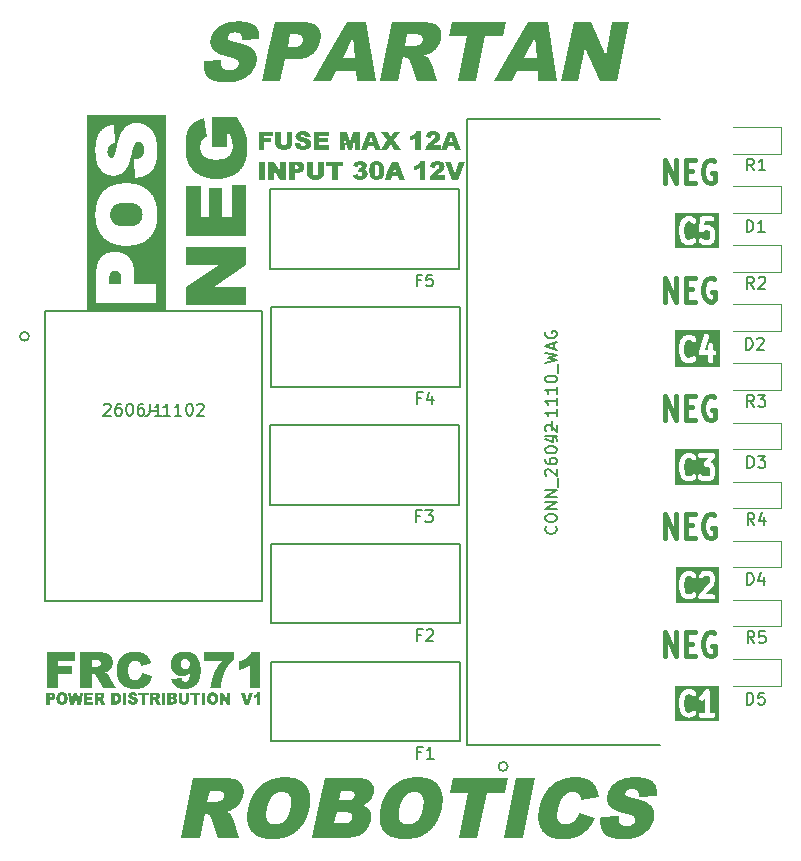
<source format=gbr>
%TF.GenerationSoftware,KiCad,Pcbnew,7.0.7*%
%TF.CreationDate,2023-11-23T15:16:13-08:00*%
%TF.ProjectId,PowerDistribution,506f7765-7244-4697-9374-726962757469,R1*%
%TF.SameCoordinates,Original*%
%TF.FileFunction,Legend,Top*%
%TF.FilePolarity,Positive*%
%FSLAX46Y46*%
G04 Gerber Fmt 4.6, Leading zero omitted, Abs format (unit mm)*
G04 Created by KiCad (PCBNEW 7.0.7) date 2023-11-23 15:16:13*
%MOMM*%
%LPD*%
G01*
G04 APERTURE LIST*
%ADD10C,0.425000*%
%ADD11C,0.225000*%
%ADD12C,0.300000*%
%ADD13C,0.250000*%
%ADD14C,1.250000*%
%ADD15C,0.375000*%
%ADD16C,0.150000*%
%ADD17C,0.120000*%
%ADD18C,0.127000*%
%ADD19C,0.152400*%
G04 APERTURE END LIST*
D10*
X195835110Y-106919037D02*
X195835110Y-104919037D01*
X195835110Y-104919037D02*
X196806539Y-106919037D01*
X196806539Y-106919037D02*
X196806539Y-104919037D01*
X197616062Y-105871418D02*
X198182729Y-105871418D01*
X198425586Y-106919037D02*
X197616062Y-106919037D01*
X197616062Y-106919037D02*
X197616062Y-104919037D01*
X197616062Y-104919037D02*
X198425586Y-104919037D01*
X200044634Y-105014275D02*
X199882729Y-104919037D01*
X199882729Y-104919037D02*
X199639872Y-104919037D01*
X199639872Y-104919037D02*
X199397015Y-105014275D01*
X199397015Y-105014275D02*
X199235110Y-105204751D01*
X199235110Y-105204751D02*
X199154157Y-105395227D01*
X199154157Y-105395227D02*
X199073205Y-105776179D01*
X199073205Y-105776179D02*
X199073205Y-106061894D01*
X199073205Y-106061894D02*
X199154157Y-106442846D01*
X199154157Y-106442846D02*
X199235110Y-106633322D01*
X199235110Y-106633322D02*
X199397015Y-106823799D01*
X199397015Y-106823799D02*
X199639872Y-106919037D01*
X199639872Y-106919037D02*
X199801776Y-106919037D01*
X199801776Y-106919037D02*
X200044634Y-106823799D01*
X200044634Y-106823799D02*
X200125586Y-106728560D01*
X200125586Y-106728560D02*
X200125586Y-106061894D01*
X200125586Y-106061894D02*
X199801776Y-106061894D01*
D11*
G36*
X143935905Y-120014029D02*
G01*
X143945365Y-120014268D01*
X143954674Y-120014666D01*
X143963832Y-120015224D01*
X143972840Y-120015941D01*
X143981697Y-120016817D01*
X143998959Y-120019048D01*
X144015618Y-120021916D01*
X144031674Y-120025421D01*
X144047127Y-120029564D01*
X144061978Y-120034344D01*
X144076226Y-120039761D01*
X144089871Y-120045815D01*
X144102913Y-120052507D01*
X144115353Y-120059836D01*
X144127189Y-120067803D01*
X144138423Y-120076407D01*
X144149054Y-120085648D01*
X144159083Y-120095526D01*
X144168506Y-120105990D01*
X144177321Y-120116985D01*
X144185528Y-120128513D01*
X144193127Y-120140574D01*
X144200118Y-120153167D01*
X144206502Y-120166292D01*
X144212277Y-120179949D01*
X144217445Y-120194139D01*
X144222004Y-120208862D01*
X144225956Y-120224116D01*
X144229299Y-120239903D01*
X144232035Y-120256223D01*
X144234163Y-120273075D01*
X144235683Y-120290459D01*
X144236595Y-120308375D01*
X144236899Y-120326824D01*
X144236568Y-120345827D01*
X144235576Y-120364304D01*
X144233923Y-120382257D01*
X144231609Y-120399685D01*
X144228634Y-120416588D01*
X144224997Y-120432967D01*
X144220700Y-120448821D01*
X144215741Y-120464150D01*
X144210121Y-120478954D01*
X144203840Y-120493234D01*
X144196898Y-120506989D01*
X144189294Y-120520219D01*
X144181029Y-120532924D01*
X144172104Y-120545105D01*
X144162517Y-120556761D01*
X144152268Y-120567892D01*
X144141347Y-120578421D01*
X144129740Y-120588271D01*
X144117449Y-120597442D01*
X144104472Y-120605933D01*
X144090809Y-120613745D01*
X144076462Y-120620877D01*
X144061429Y-120627331D01*
X144045711Y-120633105D01*
X144029308Y-120638200D01*
X144012220Y-120642615D01*
X144003419Y-120644568D01*
X143994446Y-120646351D01*
X143985303Y-120647965D01*
X143975988Y-120649408D01*
X143966501Y-120650682D01*
X143956844Y-120651786D01*
X143947015Y-120652720D01*
X143937015Y-120653484D01*
X143926843Y-120654078D01*
X143916500Y-120654503D01*
X143905986Y-120654758D01*
X143895301Y-120654842D01*
X143749121Y-120654842D01*
X143749121Y-121030000D01*
X143453685Y-121030000D01*
X143453685Y-120232791D01*
X143749121Y-120232791D01*
X143749121Y-120436001D01*
X143810670Y-120436001D01*
X143820293Y-120435890D01*
X143829540Y-120435558D01*
X143838414Y-120435005D01*
X143851022Y-120433760D01*
X143862788Y-120432017D01*
X143873711Y-120429776D01*
X143883793Y-120427036D01*
X143893031Y-120423799D01*
X143901428Y-120420064D01*
X143911313Y-120414309D01*
X143919700Y-120407669D01*
X143926862Y-120400341D01*
X143933068Y-120392526D01*
X143938320Y-120384221D01*
X143942616Y-120375429D01*
X143945958Y-120366147D01*
X143948345Y-120356378D01*
X143949778Y-120346120D01*
X143950255Y-120335373D01*
X143949843Y-120324832D01*
X143948607Y-120314704D01*
X143946546Y-120304988D01*
X143943661Y-120295683D01*
X143939951Y-120286791D01*
X143935417Y-120278312D01*
X143930059Y-120270244D01*
X143923877Y-120262588D01*
X143916513Y-120255605D01*
X143907610Y-120249552D01*
X143897169Y-120244431D01*
X143888328Y-120241201D01*
X143878622Y-120238494D01*
X143868050Y-120236312D01*
X143856612Y-120234653D01*
X143844309Y-120233518D01*
X143831141Y-120232907D01*
X143821881Y-120232791D01*
X143749121Y-120232791D01*
X143453685Y-120232791D01*
X143453685Y-120013949D01*
X143926295Y-120013949D01*
X143935905Y-120014029D01*
G37*
G36*
X144818244Y-119998451D02*
G01*
X144832253Y-119998849D01*
X144846058Y-119999513D01*
X144859658Y-120000443D01*
X144873054Y-120001639D01*
X144886246Y-120003100D01*
X144899233Y-120004828D01*
X144912016Y-120006820D01*
X144924595Y-120009079D01*
X144936969Y-120011603D01*
X144949139Y-120014393D01*
X144961105Y-120017449D01*
X144972866Y-120020770D01*
X144984422Y-120024357D01*
X144995775Y-120028210D01*
X145006923Y-120032329D01*
X145017867Y-120036713D01*
X145028606Y-120041363D01*
X145039141Y-120046278D01*
X145049472Y-120051460D01*
X145059598Y-120056907D01*
X145069520Y-120062619D01*
X145079237Y-120068598D01*
X145088750Y-120074842D01*
X145098059Y-120081352D01*
X145107164Y-120088128D01*
X145116064Y-120095169D01*
X145124759Y-120102476D01*
X145133251Y-120110049D01*
X145141538Y-120117887D01*
X145149620Y-120125991D01*
X145157499Y-120134361D01*
X145165167Y-120142969D01*
X145172591Y-120151788D01*
X145179773Y-120160818D01*
X145186711Y-120170059D01*
X145193405Y-120179510D01*
X145199856Y-120189173D01*
X145206063Y-120199046D01*
X145212027Y-120209130D01*
X145217748Y-120219425D01*
X145223225Y-120229931D01*
X145228459Y-120240647D01*
X145233449Y-120251575D01*
X145238196Y-120262713D01*
X145242700Y-120274062D01*
X145246960Y-120285622D01*
X145250977Y-120297393D01*
X145254750Y-120309375D01*
X145258279Y-120321567D01*
X145261566Y-120333971D01*
X145264609Y-120346585D01*
X145267408Y-120359410D01*
X145269964Y-120372446D01*
X145272277Y-120385693D01*
X145274346Y-120399151D01*
X145276172Y-120412819D01*
X145277754Y-120426699D01*
X145279093Y-120440789D01*
X145280188Y-120455090D01*
X145281040Y-120469602D01*
X145281649Y-120484325D01*
X145282014Y-120499258D01*
X145282136Y-120514403D01*
X145282083Y-120525393D01*
X145281923Y-120536261D01*
X145281657Y-120547005D01*
X145281284Y-120557626D01*
X145280805Y-120568124D01*
X145280219Y-120578499D01*
X145279527Y-120588751D01*
X145278729Y-120598880D01*
X145277824Y-120608886D01*
X145276812Y-120618769D01*
X145275694Y-120628529D01*
X145273139Y-120647679D01*
X145270157Y-120666337D01*
X145266750Y-120684502D01*
X145262917Y-120702176D01*
X145258658Y-120719356D01*
X145253973Y-120736045D01*
X145248863Y-120752241D01*
X145243326Y-120767946D01*
X145237363Y-120783157D01*
X145230975Y-120797877D01*
X145227621Y-120805052D01*
X145220644Y-120819082D01*
X145213288Y-120832720D01*
X145205552Y-120845964D01*
X145197437Y-120858816D01*
X145188942Y-120871274D01*
X145180068Y-120883339D01*
X145170814Y-120895011D01*
X145161181Y-120906290D01*
X145151168Y-120917176D01*
X145140775Y-120927669D01*
X145130003Y-120937769D01*
X145118852Y-120947476D01*
X145107321Y-120956790D01*
X145095410Y-120965710D01*
X145083120Y-120974238D01*
X145070451Y-120982372D01*
X145057424Y-120990032D01*
X145044007Y-120997198D01*
X145030201Y-121003870D01*
X145016004Y-121010048D01*
X145001418Y-121015731D01*
X144986442Y-121020921D01*
X144971076Y-121025616D01*
X144955321Y-121029816D01*
X144939175Y-121033523D01*
X144922640Y-121036735D01*
X144905715Y-121039453D01*
X144888400Y-121041677D01*
X144879596Y-121042604D01*
X144870695Y-121043407D01*
X144861696Y-121044087D01*
X144852600Y-121044643D01*
X144843407Y-121045075D01*
X144834116Y-121045384D01*
X144824727Y-121045569D01*
X144815241Y-121045631D01*
X144805607Y-121045578D01*
X144796076Y-121045418D01*
X144786648Y-121045152D01*
X144777322Y-121044780D01*
X144768100Y-121044301D01*
X144758981Y-121043716D01*
X144749965Y-121043025D01*
X144741052Y-121042227D01*
X144732243Y-121041323D01*
X144714932Y-121039195D01*
X144698033Y-121036642D01*
X144681547Y-121033663D01*
X144665473Y-121030259D01*
X144649811Y-121026430D01*
X144634561Y-121022174D01*
X144619723Y-121017494D01*
X144605297Y-121012388D01*
X144591284Y-121006856D01*
X144577683Y-121000899D01*
X144564493Y-120994516D01*
X144558053Y-120991165D01*
X144545428Y-120984078D01*
X144533104Y-120976495D01*
X144521083Y-120968416D01*
X144509364Y-120959841D01*
X144497947Y-120950769D01*
X144486832Y-120941202D01*
X144476020Y-120931138D01*
X144465510Y-120920579D01*
X144455302Y-120909523D01*
X144445396Y-120897971D01*
X144435793Y-120885923D01*
X144426492Y-120873379D01*
X144417493Y-120860338D01*
X144408797Y-120846802D01*
X144400402Y-120832770D01*
X144392310Y-120818241D01*
X144384644Y-120803205D01*
X144377473Y-120787711D01*
X144370796Y-120771758D01*
X144364613Y-120755348D01*
X144358925Y-120738480D01*
X144353732Y-120721154D01*
X144349034Y-120703370D01*
X144344829Y-120685129D01*
X144341120Y-120666429D01*
X144337905Y-120647271D01*
X144336483Y-120637520D01*
X144335185Y-120627655D01*
X144334010Y-120617676D01*
X144332959Y-120607581D01*
X144332032Y-120597373D01*
X144331228Y-120587050D01*
X144330548Y-120576612D01*
X144329992Y-120566060D01*
X144329559Y-120555394D01*
X144329250Y-120544613D01*
X144329064Y-120533717D01*
X144329003Y-120522707D01*
X144623120Y-120522707D01*
X144623311Y-120540729D01*
X144623886Y-120558096D01*
X144624843Y-120574808D01*
X144626183Y-120590866D01*
X144627907Y-120606270D01*
X144630013Y-120621019D01*
X144632502Y-120635113D01*
X144635375Y-120648553D01*
X144638630Y-120661339D01*
X144642268Y-120673470D01*
X144646289Y-120684946D01*
X144650693Y-120695768D01*
X144655480Y-120705936D01*
X144660650Y-120715449D01*
X144666203Y-120724308D01*
X144672139Y-120732512D01*
X144678432Y-120740142D01*
X144684999Y-120747281D01*
X144691841Y-120753927D01*
X144698957Y-120760081D01*
X144706349Y-120765742D01*
X144714015Y-120770911D01*
X144721956Y-120775588D01*
X144730171Y-120779773D01*
X144738662Y-120783465D01*
X144747427Y-120786665D01*
X144756467Y-120789373D01*
X144765782Y-120791588D01*
X144775372Y-120793311D01*
X144785236Y-120794542D01*
X144795375Y-120795280D01*
X144805789Y-120795526D01*
X144816515Y-120795286D01*
X144826933Y-120794565D01*
X144837041Y-120793363D01*
X144846840Y-120791680D01*
X144856330Y-120789516D01*
X144865511Y-120786871D01*
X144874383Y-120783745D01*
X144882945Y-120780139D01*
X144891199Y-120776052D01*
X144899143Y-120771484D01*
X144906778Y-120766435D01*
X144914105Y-120760905D01*
X144921122Y-120754894D01*
X144927830Y-120748403D01*
X144934228Y-120741430D01*
X144940318Y-120733977D01*
X144946094Y-120725858D01*
X144951498Y-120716949D01*
X144956529Y-120707250D01*
X144961187Y-120696761D01*
X144965473Y-120685482D01*
X144969386Y-120673413D01*
X144972926Y-120660554D01*
X144976093Y-120646905D01*
X144978888Y-120632466D01*
X144981311Y-120617237D01*
X144983360Y-120601218D01*
X144985037Y-120584409D01*
X144986342Y-120566810D01*
X144987273Y-120548421D01*
X144987832Y-120529243D01*
X144987972Y-120519357D01*
X144988019Y-120509274D01*
X144987825Y-120492469D01*
X144987242Y-120476248D01*
X144986272Y-120460610D01*
X144984914Y-120445557D01*
X144983167Y-120431087D01*
X144981032Y-120417202D01*
X144978510Y-120403900D01*
X144975599Y-120391182D01*
X144972300Y-120379048D01*
X144968613Y-120367498D01*
X144964538Y-120356532D01*
X144960074Y-120346150D01*
X144955223Y-120336352D01*
X144949983Y-120327137D01*
X144944355Y-120318507D01*
X144938340Y-120310460D01*
X144931991Y-120302948D01*
X144925363Y-120295920D01*
X144918458Y-120289377D01*
X144911274Y-120283319D01*
X144903813Y-120277745D01*
X144896073Y-120272656D01*
X144888054Y-120268051D01*
X144879758Y-120263932D01*
X144871183Y-120260297D01*
X144862330Y-120257146D01*
X144853199Y-120254481D01*
X144843790Y-120252300D01*
X144834103Y-120250603D01*
X144824137Y-120249392D01*
X144813893Y-120248665D01*
X144803371Y-120248422D01*
X144793329Y-120248669D01*
X144783536Y-120249407D01*
X144773992Y-120250638D01*
X144764697Y-120252361D01*
X144755651Y-120254576D01*
X144746854Y-120257284D01*
X144738306Y-120260484D01*
X144730007Y-120264176D01*
X144721957Y-120268361D01*
X144714156Y-120273037D01*
X144706604Y-120278207D01*
X144699301Y-120283868D01*
X144692247Y-120290022D01*
X144685442Y-120296668D01*
X144678886Y-120303806D01*
X144672579Y-120311437D01*
X144666590Y-120319647D01*
X144660987Y-120328523D01*
X144655771Y-120338064D01*
X144650941Y-120348272D01*
X144646497Y-120359145D01*
X144642440Y-120370685D01*
X144638769Y-120382890D01*
X144635485Y-120395762D01*
X144632587Y-120409299D01*
X144630075Y-120423503D01*
X144627950Y-120438372D01*
X144626211Y-120453907D01*
X144624859Y-120470108D01*
X144623893Y-120486975D01*
X144623313Y-120504508D01*
X144623120Y-120522707D01*
X144329003Y-120522707D01*
X144329125Y-120507350D01*
X144329494Y-120492205D01*
X144330108Y-120477274D01*
X144330967Y-120462555D01*
X144332072Y-120448048D01*
X144333423Y-120433755D01*
X144335019Y-120419674D01*
X144336861Y-120405806D01*
X144338948Y-120392151D01*
X144341281Y-120378709D01*
X144343860Y-120365479D01*
X144346684Y-120352462D01*
X144349754Y-120339658D01*
X144353069Y-120327067D01*
X144356630Y-120314688D01*
X144360437Y-120302522D01*
X144364489Y-120290569D01*
X144368786Y-120278829D01*
X144373329Y-120267301D01*
X144378118Y-120255986D01*
X144383153Y-120244884D01*
X144388433Y-120233995D01*
X144393958Y-120223318D01*
X144399729Y-120212855D01*
X144405746Y-120202603D01*
X144412008Y-120192565D01*
X144418516Y-120182740D01*
X144425269Y-120173127D01*
X144432268Y-120163727D01*
X144439513Y-120154540D01*
X144447003Y-120145565D01*
X144454739Y-120136803D01*
X144462693Y-120128283D01*
X144470838Y-120120034D01*
X144479174Y-120112054D01*
X144487701Y-120104346D01*
X144496419Y-120096908D01*
X144505329Y-120089740D01*
X144514429Y-120082843D01*
X144523721Y-120076216D01*
X144533203Y-120069860D01*
X144542877Y-120063774D01*
X144552741Y-120057959D01*
X144562797Y-120052414D01*
X144573043Y-120047139D01*
X144583481Y-120042135D01*
X144594110Y-120037402D01*
X144604930Y-120032939D01*
X144615941Y-120028747D01*
X144627143Y-120024825D01*
X144638536Y-120021173D01*
X144650120Y-120017792D01*
X144661895Y-120014682D01*
X144673861Y-120011842D01*
X144686018Y-120009272D01*
X144698366Y-120006973D01*
X144710906Y-120004944D01*
X144723636Y-120003186D01*
X144736558Y-120001699D01*
X144749670Y-120000482D01*
X144762974Y-119999535D01*
X144776468Y-119998859D01*
X144790154Y-119998453D01*
X144804030Y-119998318D01*
X144818244Y-119998451D01*
G37*
G36*
X145307415Y-120013949D02*
G01*
X145587903Y-120013949D01*
X145679348Y-120526859D01*
X145812338Y-120013949D01*
X146088210Y-120013949D01*
X146221860Y-120533698D01*
X146313305Y-120013949D01*
X146592474Y-120013949D01*
X146389582Y-121030000D01*
X146104257Y-121030000D01*
X145950604Y-120421346D01*
X145797610Y-121030000D01*
X145512066Y-121030000D01*
X145307415Y-120013949D01*
G37*
G36*
X146650506Y-120013949D02*
G01*
X147415035Y-120013949D01*
X147415035Y-120264054D01*
X146945283Y-120264054D01*
X146945283Y-120389106D01*
X147381183Y-120389106D01*
X147381183Y-120607948D01*
X146945283Y-120607948D01*
X146945283Y-120779895D01*
X147428664Y-120779895D01*
X147428664Y-121030000D01*
X146650506Y-121030000D01*
X146650506Y-120013949D01*
G37*
G36*
X148053920Y-120014048D02*
G01*
X148069583Y-120014342D01*
X148084770Y-120014834D01*
X148099482Y-120015522D01*
X148113717Y-120016406D01*
X148127478Y-120017487D01*
X148140762Y-120018764D01*
X148153571Y-120020239D01*
X148165904Y-120021909D01*
X148177761Y-120023776D01*
X148189143Y-120025840D01*
X148200049Y-120028100D01*
X148210479Y-120030557D01*
X148220433Y-120033210D01*
X148229912Y-120036060D01*
X148238915Y-120039106D01*
X148247602Y-120042421D01*
X148256078Y-120046075D01*
X148264343Y-120050069D01*
X148272396Y-120054402D01*
X148280239Y-120059075D01*
X148287870Y-120064088D01*
X148295289Y-120069440D01*
X148302498Y-120075132D01*
X148309495Y-120081164D01*
X148316281Y-120087535D01*
X148322856Y-120094246D01*
X148329220Y-120101297D01*
X148335372Y-120108687D01*
X148341313Y-120116417D01*
X148347043Y-120124486D01*
X148352562Y-120132896D01*
X148357832Y-120141589D01*
X148362762Y-120150512D01*
X148367353Y-120159663D01*
X148371603Y-120169043D01*
X148375514Y-120178653D01*
X148379084Y-120188491D01*
X148382314Y-120198559D01*
X148385205Y-120208855D01*
X148387755Y-120219380D01*
X148389965Y-120230135D01*
X148391835Y-120241118D01*
X148393365Y-120252330D01*
X148394555Y-120263772D01*
X148395406Y-120275442D01*
X148395916Y-120287341D01*
X148396086Y-120299469D01*
X148395956Y-120310063D01*
X148395567Y-120320474D01*
X148394919Y-120330702D01*
X148394011Y-120340746D01*
X148392844Y-120350607D01*
X148391418Y-120360286D01*
X148388792Y-120374459D01*
X148385583Y-120388221D01*
X148381791Y-120401570D01*
X148377415Y-120414508D01*
X148372455Y-120427033D01*
X148366912Y-120439146D01*
X148362893Y-120446992D01*
X148356453Y-120458418D01*
X148349580Y-120469432D01*
X148342275Y-120480033D01*
X148334536Y-120490223D01*
X148326365Y-120500000D01*
X148317761Y-120509365D01*
X148308725Y-120518318D01*
X148299256Y-120526859D01*
X148289353Y-120534988D01*
X148279018Y-120542704D01*
X148271888Y-120547620D01*
X148262673Y-120553554D01*
X148253382Y-120559023D01*
X148244016Y-120564026D01*
X148234574Y-120568564D01*
X148225056Y-120572636D01*
X148215463Y-120576242D01*
X148205795Y-120579383D01*
X148196051Y-120582058D01*
X148204546Y-120585484D01*
X148212859Y-120589352D01*
X148220990Y-120593661D01*
X148228938Y-120598411D01*
X148236703Y-120603602D01*
X148244286Y-120609235D01*
X148247268Y-120611612D01*
X148254952Y-120618844D01*
X148261251Y-120625671D01*
X148268227Y-120633881D01*
X148274294Y-120641444D01*
X148280794Y-120649894D01*
X148287727Y-120659228D01*
X148293210Y-120666810D01*
X148300379Y-120676897D01*
X148306935Y-120686396D01*
X148312881Y-120695307D01*
X148318215Y-120703630D01*
X148324023Y-120713208D01*
X148328875Y-120721867D01*
X148333437Y-120731046D01*
X148474121Y-121030000D01*
X148141756Y-121030000D01*
X147990301Y-120719811D01*
X147985130Y-120709362D01*
X147980087Y-120699630D01*
X147975171Y-120690614D01*
X147970383Y-120682316D01*
X147964197Y-120672367D01*
X147958238Y-120663692D01*
X147951108Y-120654642D01*
X147944332Y-120647583D01*
X147941721Y-120645317D01*
X147932608Y-120639055D01*
X147923130Y-120633854D01*
X147913288Y-120629714D01*
X147903081Y-120626636D01*
X147892508Y-120624620D01*
X147881571Y-120623664D01*
X147877094Y-120623579D01*
X147859289Y-120623579D01*
X147859289Y-121030000D01*
X147564072Y-121030000D01*
X147564072Y-120232791D01*
X147859289Y-120232791D01*
X147859289Y-120420369D01*
X147970297Y-120420369D01*
X147980090Y-120419727D01*
X147989184Y-120418480D01*
X148000028Y-120416578D01*
X148009963Y-120414584D01*
X148021017Y-120412170D01*
X148030043Y-120410084D01*
X148039699Y-120407762D01*
X148043057Y-120406936D01*
X148052287Y-120404220D01*
X148060852Y-120400284D01*
X148068753Y-120395129D01*
X148075989Y-120388755D01*
X148082560Y-120381162D01*
X148084603Y-120378360D01*
X148090056Y-120369418D01*
X148094381Y-120359996D01*
X148097578Y-120350092D01*
X148099647Y-120339708D01*
X148100587Y-120328843D01*
X148100649Y-120325115D01*
X148100248Y-120314269D01*
X148099042Y-120304079D01*
X148097033Y-120294546D01*
X148093391Y-120283553D01*
X148088493Y-120273585D01*
X148082340Y-120264643D01*
X148074931Y-120256727D01*
X148065776Y-120249831D01*
X148056745Y-120245156D01*
X148046195Y-120241229D01*
X148037287Y-120238775D01*
X148027524Y-120236741D01*
X148016908Y-120235128D01*
X148005438Y-120233936D01*
X147993114Y-120233165D01*
X147979935Y-120232814D01*
X147975353Y-120232791D01*
X147859289Y-120232791D01*
X147564072Y-120232791D01*
X147564072Y-120013949D01*
X148037781Y-120013949D01*
X148053920Y-120014048D01*
G37*
G36*
X149402395Y-120014096D02*
G01*
X149417394Y-120014537D01*
X149432023Y-120015272D01*
X149446283Y-120016300D01*
X149460173Y-120017622D01*
X149473695Y-120019239D01*
X149486847Y-120021149D01*
X149499630Y-120023353D01*
X149512043Y-120025850D01*
X149524088Y-120028642D01*
X149535763Y-120031727D01*
X149547069Y-120035107D01*
X149558006Y-120038780D01*
X149568574Y-120042747D01*
X149578772Y-120047008D01*
X149588601Y-120051563D01*
X149598168Y-120056392D01*
X149607523Y-120061477D01*
X149616667Y-120066818D01*
X149625599Y-120072415D01*
X149634321Y-120078267D01*
X149642831Y-120084375D01*
X149651130Y-120090739D01*
X149659218Y-120097358D01*
X149667095Y-120104233D01*
X149674760Y-120111364D01*
X149682214Y-120118750D01*
X149689457Y-120126393D01*
X149696488Y-120134290D01*
X149703309Y-120142444D01*
X149709918Y-120150853D01*
X149716316Y-120159518D01*
X149722526Y-120168369D01*
X149728516Y-120177397D01*
X149734286Y-120186603D01*
X149739836Y-120195987D01*
X149745167Y-120205547D01*
X149750278Y-120215286D01*
X149755169Y-120225201D01*
X149759840Y-120235294D01*
X149764291Y-120245565D01*
X149768523Y-120256013D01*
X149772534Y-120266639D01*
X149776326Y-120277441D01*
X149779898Y-120288422D01*
X149783251Y-120299580D01*
X149786383Y-120310915D01*
X149789296Y-120322428D01*
X149792037Y-120334071D01*
X149794602Y-120345795D01*
X149796990Y-120357602D01*
X149799201Y-120369491D01*
X149801235Y-120381461D01*
X149803093Y-120393514D01*
X149804773Y-120405649D01*
X149806277Y-120417866D01*
X149807603Y-120430165D01*
X149808753Y-120442546D01*
X149809726Y-120455009D01*
X149810522Y-120467554D01*
X149811141Y-120480181D01*
X149811583Y-120492890D01*
X149811848Y-120505682D01*
X149811937Y-120518555D01*
X149811904Y-120528605D01*
X149811806Y-120538515D01*
X149811641Y-120548284D01*
X149811116Y-120567400D01*
X149810328Y-120585953D01*
X149809277Y-120603943D01*
X149807963Y-120621370D01*
X149806386Y-120638234D01*
X149804547Y-120654536D01*
X149802445Y-120670274D01*
X149800080Y-120685449D01*
X149797453Y-120700062D01*
X149794562Y-120714112D01*
X149791409Y-120727598D01*
X149787994Y-120740522D01*
X149784315Y-120752883D01*
X149780374Y-120764681D01*
X149778305Y-120770369D01*
X149773998Y-120781492D01*
X149769484Y-120792389D01*
X149764765Y-120803062D01*
X149759840Y-120813509D01*
X149754709Y-120823731D01*
X149749371Y-120833727D01*
X149743828Y-120843499D01*
X149738078Y-120853046D01*
X149732122Y-120862367D01*
X149725960Y-120871463D01*
X149719593Y-120880334D01*
X149713019Y-120888980D01*
X149706239Y-120897400D01*
X149699252Y-120905596D01*
X149692060Y-120913566D01*
X149684662Y-120921311D01*
X149677151Y-120928755D01*
X149669567Y-120935882D01*
X149661908Y-120942692D01*
X149654176Y-120949186D01*
X149646370Y-120955362D01*
X149638490Y-120961222D01*
X149630536Y-120966765D01*
X149622508Y-120971992D01*
X149614407Y-120976901D01*
X149606231Y-120981494D01*
X149597982Y-120985771D01*
X149589659Y-120989730D01*
X149581262Y-120993373D01*
X149572792Y-120996699D01*
X149564247Y-120999708D01*
X149555628Y-121002400D01*
X149544073Y-121005742D01*
X149532654Y-121008869D01*
X149521370Y-121011780D01*
X149510222Y-121014475D01*
X149499210Y-121016954D01*
X149488333Y-121019218D01*
X149477592Y-121021267D01*
X149466987Y-121023100D01*
X149456517Y-121024717D01*
X149446183Y-121026118D01*
X149435985Y-121027304D01*
X149425922Y-121028275D01*
X149415995Y-121029029D01*
X149406203Y-121029568D01*
X149396548Y-121029892D01*
X149387028Y-121030000D01*
X148963877Y-121030000D01*
X148963877Y-120264054D01*
X149257994Y-120264054D01*
X149257994Y-120779895D01*
X149319543Y-120779895D01*
X149330089Y-120779818D01*
X149340237Y-120779586D01*
X149349989Y-120779199D01*
X149359344Y-120778658D01*
X149368303Y-120777963D01*
X149380997Y-120776630D01*
X149392798Y-120774949D01*
X149403707Y-120772920D01*
X149413723Y-120770544D01*
X149422846Y-120767820D01*
X149433623Y-120763647D01*
X149440663Y-120760111D01*
X149449274Y-120754692D01*
X149457411Y-120748326D01*
X149465074Y-120741014D01*
X149472262Y-120732756D01*
X149478977Y-120723551D01*
X149485218Y-120713400D01*
X149490985Y-120702302D01*
X149494999Y-120693357D01*
X149496277Y-120690258D01*
X149499892Y-120680255D01*
X149503150Y-120669114D01*
X149506053Y-120656836D01*
X149508601Y-120643420D01*
X149510793Y-120628867D01*
X149512057Y-120618532D01*
X149513163Y-120607692D01*
X149514111Y-120596346D01*
X149514901Y-120584495D01*
X149515533Y-120572137D01*
X149516007Y-120559275D01*
X149516323Y-120545906D01*
X149516481Y-120532032D01*
X149516501Y-120524905D01*
X149516325Y-120506326D01*
X149515797Y-120488505D01*
X149514917Y-120471445D01*
X149513684Y-120455143D01*
X149512100Y-120439602D01*
X149510164Y-120424819D01*
X149507875Y-120410796D01*
X149505235Y-120397533D01*
X149502243Y-120385029D01*
X149498898Y-120373284D01*
X149495202Y-120362299D01*
X149491153Y-120352073D01*
X149486752Y-120342607D01*
X149482000Y-120333900D01*
X149474210Y-120322263D01*
X149471438Y-120318764D01*
X149462495Y-120308987D01*
X149452481Y-120300171D01*
X149441397Y-120292317D01*
X149433413Y-120287616D01*
X149424954Y-120283341D01*
X149416019Y-120279495D01*
X149406608Y-120276075D01*
X149396721Y-120273083D01*
X149386359Y-120270519D01*
X149375520Y-120268382D01*
X149364207Y-120266672D01*
X149352417Y-120265390D01*
X149340152Y-120264535D01*
X149327411Y-120264107D01*
X149320862Y-120264054D01*
X149257994Y-120264054D01*
X148963877Y-120264054D01*
X148963877Y-120013949D01*
X149387028Y-120013949D01*
X149402395Y-120014096D01*
G37*
G36*
X149950862Y-120013949D02*
G01*
X150245419Y-120013949D01*
X150245419Y-121030000D01*
X149950862Y-121030000D01*
X149950862Y-120013949D01*
G37*
G36*
X150379948Y-120673893D02*
G01*
X150660217Y-120654354D01*
X150662089Y-120668552D01*
X150664243Y-120682020D01*
X150666679Y-120694759D01*
X150669398Y-120706767D01*
X150672398Y-120718046D01*
X150675680Y-120728594D01*
X150679245Y-120738413D01*
X150683092Y-120747502D01*
X150688659Y-120758485D01*
X150694728Y-120768171D01*
X150702790Y-120778647D01*
X150711477Y-120788092D01*
X150720791Y-120796507D01*
X150730730Y-120803892D01*
X150741296Y-120810246D01*
X150752487Y-120815570D01*
X150764305Y-120819863D01*
X150776748Y-120823126D01*
X150789817Y-120825358D01*
X150798878Y-120826274D01*
X150808217Y-120826732D01*
X150812991Y-120826789D01*
X150823508Y-120826540D01*
X150833547Y-120825793D01*
X150843107Y-120824548D01*
X150852187Y-120822805D01*
X150860788Y-120820564D01*
X150871511Y-120816801D01*
X150881383Y-120812153D01*
X150890402Y-120806619D01*
X150898570Y-120800200D01*
X150900478Y-120798457D01*
X150907588Y-120791187D01*
X150913750Y-120783665D01*
X150920119Y-120773909D01*
X150925007Y-120763759D01*
X150928414Y-120753215D01*
X150930339Y-120742278D01*
X150930813Y-120733244D01*
X150930116Y-120722573D01*
X150928023Y-120712236D01*
X150924534Y-120702232D01*
X150919651Y-120692563D01*
X150913372Y-120683227D01*
X150907344Y-120675999D01*
X150902237Y-120670718D01*
X150893602Y-120663547D01*
X150885458Y-120658214D01*
X150875885Y-120652920D01*
X150864881Y-120647664D01*
X150852448Y-120642447D01*
X150843365Y-120638991D01*
X150833647Y-120635551D01*
X150823293Y-120632129D01*
X150812304Y-120628724D01*
X150800679Y-120625336D01*
X150788419Y-120621965D01*
X150775524Y-120618612D01*
X150761993Y-120615275D01*
X150750473Y-120612421D01*
X150739161Y-120609505D01*
X150728055Y-120606528D01*
X150717157Y-120603490D01*
X150706465Y-120600392D01*
X150695980Y-120597232D01*
X150685702Y-120594011D01*
X150675632Y-120590729D01*
X150665768Y-120587386D01*
X150656111Y-120583982D01*
X150646661Y-120580516D01*
X150637417Y-120576990D01*
X150628381Y-120573403D01*
X150619552Y-120569754D01*
X150610930Y-120566045D01*
X150602514Y-120562274D01*
X150594306Y-120558443D01*
X150578510Y-120550597D01*
X150563542Y-120542506D01*
X150549401Y-120534171D01*
X150536088Y-120525592D01*
X150523603Y-120516769D01*
X150511946Y-120507701D01*
X150501117Y-120498390D01*
X150496012Y-120493642D01*
X150486137Y-120483798D01*
X150476898Y-120473622D01*
X150468297Y-120463114D01*
X150460333Y-120452274D01*
X150453006Y-120441101D01*
X150446316Y-120429597D01*
X150440263Y-120417761D01*
X150434848Y-120405593D01*
X150430069Y-120393092D01*
X150425928Y-120380260D01*
X150422424Y-120367096D01*
X150419557Y-120353599D01*
X150417327Y-120339771D01*
X150415734Y-120325611D01*
X150414778Y-120311118D01*
X150414460Y-120296294D01*
X150414622Y-120286468D01*
X150415109Y-120276713D01*
X150416448Y-120262212D01*
X150418517Y-120247870D01*
X150421316Y-120233687D01*
X150424846Y-120219663D01*
X150429106Y-120205797D01*
X150432352Y-120196642D01*
X150435922Y-120187558D01*
X150439817Y-120178543D01*
X150444037Y-120169600D01*
X150448581Y-120160727D01*
X150453449Y-120151925D01*
X150456005Y-120147550D01*
X150461387Y-120138907D01*
X150467089Y-120130503D01*
X150473113Y-120122337D01*
X150479457Y-120114409D01*
X150486123Y-120106721D01*
X150493110Y-120099270D01*
X150500418Y-120092058D01*
X150508047Y-120085085D01*
X150515998Y-120078350D01*
X150524269Y-120071854D01*
X150532862Y-120065596D01*
X150541776Y-120059577D01*
X150551011Y-120053796D01*
X150560567Y-120048254D01*
X150570444Y-120042950D01*
X150580642Y-120037885D01*
X150591237Y-120033094D01*
X150602301Y-120028611D01*
X150613837Y-120024438D01*
X150625843Y-120020574D01*
X150638319Y-120017019D01*
X150651266Y-120013774D01*
X150664684Y-120010837D01*
X150678572Y-120008210D01*
X150692930Y-120005891D01*
X150707759Y-120003882D01*
X150723059Y-120002182D01*
X150738829Y-120000791D01*
X150755070Y-119999709D01*
X150771782Y-119998936D01*
X150788963Y-119998472D01*
X150806616Y-119998318D01*
X150817540Y-119998389D01*
X150828302Y-119998601D01*
X150838902Y-119998955D01*
X150849340Y-119999451D01*
X150859616Y-120000089D01*
X150869730Y-120000868D01*
X150879683Y-120001789D01*
X150889474Y-120002851D01*
X150899103Y-120004056D01*
X150908570Y-120005402D01*
X150917875Y-120006889D01*
X150927018Y-120008519D01*
X150936000Y-120010290D01*
X150944819Y-120012202D01*
X150953477Y-120014257D01*
X150970307Y-120018790D01*
X150986489Y-120023891D01*
X151002024Y-120029558D01*
X151016912Y-120035792D01*
X151031152Y-120042593D01*
X151044744Y-120049960D01*
X151057690Y-120057894D01*
X151069988Y-120066395D01*
X151075894Y-120070858D01*
X151087280Y-120080291D01*
X151098082Y-120090455D01*
X151108300Y-120101349D01*
X151117934Y-120112974D01*
X151126984Y-120125331D01*
X151135451Y-120138418D01*
X151143333Y-120152236D01*
X151150632Y-120166784D01*
X151157347Y-120182064D01*
X151163478Y-120198074D01*
X151169025Y-120214815D01*
X151173988Y-120232287D01*
X151178367Y-120250490D01*
X151182162Y-120269423D01*
X151183841Y-120279164D01*
X151185374Y-120289088D01*
X151186760Y-120299194D01*
X151188001Y-120309483D01*
X150910150Y-120327069D01*
X150907908Y-120314425D01*
X150905302Y-120302508D01*
X150902334Y-120291316D01*
X150899002Y-120280849D01*
X150895306Y-120271109D01*
X150891248Y-120262093D01*
X150885271Y-120251202D01*
X150878649Y-120241600D01*
X150871382Y-120233288D01*
X150867506Y-120229616D01*
X150859197Y-120223033D01*
X150850099Y-120217327D01*
X150840210Y-120212500D01*
X150829532Y-120208550D01*
X150821005Y-120206163D01*
X150812033Y-120204271D01*
X150802617Y-120202872D01*
X150792757Y-120201967D01*
X150782452Y-120201555D01*
X150778919Y-120201528D01*
X150767698Y-120201848D01*
X150757225Y-120202810D01*
X150747502Y-120204413D01*
X150738527Y-120206657D01*
X150728362Y-120210363D01*
X150719366Y-120215072D01*
X150711540Y-120220782D01*
X150710116Y-120222044D01*
X150702496Y-120229938D01*
X150696452Y-120238416D01*
X150691986Y-120247478D01*
X150689095Y-120257124D01*
X150687782Y-120267353D01*
X150687694Y-120270893D01*
X150688821Y-120280586D01*
X150692200Y-120289883D01*
X150697833Y-120298782D01*
X150704610Y-120306244D01*
X150705719Y-120307285D01*
X150714529Y-120314011D01*
X150722498Y-120318438D01*
X150732142Y-120322819D01*
X150740475Y-120326075D01*
X150749752Y-120329305D01*
X150759971Y-120332509D01*
X150771132Y-120335688D01*
X150783237Y-120338840D01*
X150791831Y-120340928D01*
X150796284Y-120341967D01*
X150807723Y-120344656D01*
X150818959Y-120347350D01*
X150829992Y-120350049D01*
X150840822Y-120352752D01*
X150851448Y-120355460D01*
X150861872Y-120358173D01*
X150872092Y-120360891D01*
X150882110Y-120363613D01*
X150891924Y-120366341D01*
X150901535Y-120369073D01*
X150910944Y-120371809D01*
X150920149Y-120374551D01*
X150929151Y-120377297D01*
X150937950Y-120380048D01*
X150946546Y-120382804D01*
X150963128Y-120388330D01*
X150978899Y-120393875D01*
X150993856Y-120399439D01*
X151008002Y-120405023D01*
X151021336Y-120410625D01*
X151033857Y-120416246D01*
X151045565Y-120421887D01*
X151056462Y-120427546D01*
X151061605Y-120430383D01*
X151071546Y-120436150D01*
X151081145Y-120442092D01*
X151090403Y-120448209D01*
X151099318Y-120454502D01*
X151107892Y-120460971D01*
X151116124Y-120467615D01*
X151124014Y-120474435D01*
X151131563Y-120481430D01*
X151138770Y-120488601D01*
X151145635Y-120495947D01*
X151152158Y-120503469D01*
X151158339Y-120511167D01*
X151164179Y-120519040D01*
X151169677Y-120527088D01*
X151174833Y-120535312D01*
X151179648Y-120543712D01*
X151184147Y-120552262D01*
X151188355Y-120560939D01*
X151192273Y-120569741D01*
X151195901Y-120578669D01*
X151199239Y-120587723D01*
X151202286Y-120596904D01*
X151205043Y-120606210D01*
X151207510Y-120615642D01*
X151209687Y-120625199D01*
X151211573Y-120634883D01*
X151213170Y-120644693D01*
X151214476Y-120654629D01*
X151215491Y-120664690D01*
X151216217Y-120674878D01*
X151216652Y-120685192D01*
X151216797Y-120695631D01*
X151216604Y-120707876D01*
X151216025Y-120720002D01*
X151215059Y-120732010D01*
X151213706Y-120743900D01*
X151211967Y-120755671D01*
X151209842Y-120767324D01*
X151207331Y-120778859D01*
X151204433Y-120790275D01*
X151201148Y-120801573D01*
X151197477Y-120812753D01*
X151193420Y-120823815D01*
X151188977Y-120834758D01*
X151184147Y-120845583D01*
X151178930Y-120856289D01*
X151173327Y-120866878D01*
X151167338Y-120877348D01*
X151161005Y-120887571D01*
X151154369Y-120897479D01*
X151147431Y-120907072D01*
X151140191Y-120916350D01*
X151132648Y-120925314D01*
X151124803Y-120933962D01*
X151116656Y-120942296D01*
X151108207Y-120950315D01*
X151099455Y-120958019D01*
X151090402Y-120965409D01*
X151081046Y-120972483D01*
X151071387Y-120979243D01*
X151061427Y-120985688D01*
X151051164Y-120991817D01*
X151040599Y-120997633D01*
X151029732Y-121003133D01*
X151018564Y-121008279D01*
X151007042Y-121013093D01*
X150995167Y-121017576D01*
X150982938Y-121021726D01*
X150970355Y-121025544D01*
X150957418Y-121029030D01*
X150944128Y-121032184D01*
X150930484Y-121035006D01*
X150916486Y-121037497D01*
X150902134Y-121039655D01*
X150887428Y-121041481D01*
X150872369Y-121042975D01*
X150856956Y-121044137D01*
X150841189Y-121044967D01*
X150825069Y-121045465D01*
X150808594Y-121045631D01*
X150794102Y-121045531D01*
X150779890Y-121045229D01*
X150765957Y-121044727D01*
X150752304Y-121044024D01*
X150738930Y-121043121D01*
X150725835Y-121042016D01*
X150713020Y-121040711D01*
X150700485Y-121039204D01*
X150688229Y-121037497D01*
X150676252Y-121035589D01*
X150664555Y-121033481D01*
X150653138Y-121031171D01*
X150642000Y-121028661D01*
X150631141Y-121025949D01*
X150620562Y-121023037D01*
X150610263Y-121019924D01*
X150600243Y-121016611D01*
X150590503Y-121013096D01*
X150581042Y-121009381D01*
X150571860Y-121005465D01*
X150562958Y-121001347D01*
X150554335Y-120997030D01*
X150545992Y-120992511D01*
X150537929Y-120987791D01*
X150530145Y-120982871D01*
X150522640Y-120977750D01*
X150508470Y-120966905D01*
X150495417Y-120955256D01*
X150483483Y-120942805D01*
X150472414Y-120929704D01*
X150461958Y-120916110D01*
X150452115Y-120902021D01*
X150442885Y-120887438D01*
X150434268Y-120872361D01*
X150426265Y-120856789D01*
X150418874Y-120840724D01*
X150412097Y-120824164D01*
X150405932Y-120807110D01*
X150400381Y-120789561D01*
X150395443Y-120771519D01*
X150391118Y-120752982D01*
X150387406Y-120733951D01*
X150385780Y-120724251D01*
X150384307Y-120714426D01*
X150382987Y-120704478D01*
X150381821Y-120694407D01*
X150380808Y-120684212D01*
X150379948Y-120673893D01*
G37*
G36*
X151274829Y-120013949D02*
G01*
X152140255Y-120013949D01*
X152140255Y-120264054D01*
X151854711Y-120264054D01*
X151854711Y-121030000D01*
X151560594Y-121030000D01*
X151560594Y-120264054D01*
X151274829Y-120264054D01*
X151274829Y-120013949D01*
G37*
G36*
X152741331Y-120014048D02*
G01*
X152756994Y-120014342D01*
X152772181Y-120014834D01*
X152786893Y-120015522D01*
X152801128Y-120016406D01*
X152814889Y-120017487D01*
X152828173Y-120018764D01*
X152840982Y-120020239D01*
X152853315Y-120021909D01*
X152865172Y-120023776D01*
X152876554Y-120025840D01*
X152887460Y-120028100D01*
X152897890Y-120030557D01*
X152907844Y-120033210D01*
X152917323Y-120036060D01*
X152926326Y-120039106D01*
X152935013Y-120042421D01*
X152943489Y-120046075D01*
X152951754Y-120050069D01*
X152959807Y-120054402D01*
X152967650Y-120059075D01*
X152975281Y-120064088D01*
X152982700Y-120069440D01*
X152989909Y-120075132D01*
X152996906Y-120081164D01*
X153003692Y-120087535D01*
X153010267Y-120094246D01*
X153016631Y-120101297D01*
X153022783Y-120108687D01*
X153028724Y-120116417D01*
X153034454Y-120124486D01*
X153039973Y-120132896D01*
X153045243Y-120141589D01*
X153050173Y-120150512D01*
X153054764Y-120159663D01*
X153059014Y-120169043D01*
X153062925Y-120178653D01*
X153066495Y-120188491D01*
X153069725Y-120198559D01*
X153072616Y-120208855D01*
X153075166Y-120219380D01*
X153077376Y-120230135D01*
X153079246Y-120241118D01*
X153080776Y-120252330D01*
X153081966Y-120263772D01*
X153082817Y-120275442D01*
X153083327Y-120287341D01*
X153083497Y-120299469D01*
X153083367Y-120310063D01*
X153082978Y-120320474D01*
X153082330Y-120330702D01*
X153081422Y-120340746D01*
X153080255Y-120350607D01*
X153078829Y-120360286D01*
X153076203Y-120374459D01*
X153072994Y-120388221D01*
X153069202Y-120401570D01*
X153064826Y-120414508D01*
X153059866Y-120427033D01*
X153054323Y-120439146D01*
X153050304Y-120446992D01*
X153043864Y-120458418D01*
X153036991Y-120469432D01*
X153029686Y-120480033D01*
X153021947Y-120490223D01*
X153013776Y-120500000D01*
X153005173Y-120509365D01*
X152996136Y-120518318D01*
X152986667Y-120526859D01*
X152976764Y-120534988D01*
X152966429Y-120542704D01*
X152959299Y-120547620D01*
X152950084Y-120553554D01*
X152940793Y-120559023D01*
X152931427Y-120564026D01*
X152921985Y-120568564D01*
X152912467Y-120572636D01*
X152902874Y-120576242D01*
X152893206Y-120579383D01*
X152883462Y-120582058D01*
X152891957Y-120585484D01*
X152900270Y-120589352D01*
X152908401Y-120593661D01*
X152916349Y-120598411D01*
X152924114Y-120603602D01*
X152931697Y-120609235D01*
X152934679Y-120611612D01*
X152942363Y-120618844D01*
X152948662Y-120625671D01*
X152955638Y-120633881D01*
X152961705Y-120641444D01*
X152968205Y-120649894D01*
X152975138Y-120659228D01*
X152980622Y-120666810D01*
X152987790Y-120676897D01*
X152994346Y-120686396D01*
X153000292Y-120695307D01*
X153005626Y-120703630D01*
X153011434Y-120713208D01*
X153016286Y-120721867D01*
X153020848Y-120731046D01*
X153161532Y-121030000D01*
X152829167Y-121030000D01*
X152677712Y-120719811D01*
X152672541Y-120709362D01*
X152667498Y-120699630D01*
X152662582Y-120690614D01*
X152657794Y-120682316D01*
X152651608Y-120672367D01*
X152645649Y-120663692D01*
X152638519Y-120654642D01*
X152631743Y-120647583D01*
X152629132Y-120645317D01*
X152620019Y-120639055D01*
X152610542Y-120633854D01*
X152600699Y-120629714D01*
X152590492Y-120626636D01*
X152579919Y-120624620D01*
X152568982Y-120623664D01*
X152564505Y-120623579D01*
X152546700Y-120623579D01*
X152546700Y-121030000D01*
X152251483Y-121030000D01*
X152251483Y-120232791D01*
X152546700Y-120232791D01*
X152546700Y-120420369D01*
X152657708Y-120420369D01*
X152667501Y-120419727D01*
X152676595Y-120418480D01*
X152687439Y-120416578D01*
X152697374Y-120414584D01*
X152708428Y-120412170D01*
X152717454Y-120410084D01*
X152727110Y-120407762D01*
X152730468Y-120406936D01*
X152739698Y-120404220D01*
X152748263Y-120400284D01*
X152756164Y-120395129D01*
X152763400Y-120388755D01*
X152769971Y-120381162D01*
X152772014Y-120378360D01*
X152777467Y-120369418D01*
X152781792Y-120359996D01*
X152784989Y-120350092D01*
X152787058Y-120339708D01*
X152787998Y-120328843D01*
X152788060Y-120325115D01*
X152787659Y-120314269D01*
X152786453Y-120304079D01*
X152784444Y-120294546D01*
X152780802Y-120283553D01*
X152775904Y-120273585D01*
X152769751Y-120264643D01*
X152762342Y-120256727D01*
X152753187Y-120249831D01*
X152744156Y-120245156D01*
X152733606Y-120241229D01*
X152724698Y-120238775D01*
X152714935Y-120236741D01*
X152704319Y-120235128D01*
X152692849Y-120233936D01*
X152680525Y-120233165D01*
X152667346Y-120232814D01*
X152662764Y-120232791D01*
X152546700Y-120232791D01*
X152251483Y-120232791D01*
X152251483Y-120013949D01*
X152725192Y-120013949D01*
X152741331Y-120014048D01*
G37*
G36*
X153238469Y-120013949D02*
G01*
X153533026Y-120013949D01*
X153533026Y-121030000D01*
X153238469Y-121030000D01*
X153238469Y-120013949D01*
G37*
G36*
X154265441Y-120014227D02*
G01*
X154281429Y-120015060D01*
X154296937Y-120016448D01*
X154311966Y-120018391D01*
X154326516Y-120020890D01*
X154340587Y-120023944D01*
X154354179Y-120027553D01*
X154367292Y-120031718D01*
X154379926Y-120036438D01*
X154392080Y-120041713D01*
X154403755Y-120047543D01*
X154414951Y-120053929D01*
X154425668Y-120060870D01*
X154435906Y-120068366D01*
X154445665Y-120076417D01*
X154454945Y-120085024D01*
X154463702Y-120094041D01*
X154471895Y-120103323D01*
X154479522Y-120112870D01*
X154486585Y-120122683D01*
X154493082Y-120132761D01*
X154499015Y-120143104D01*
X154504382Y-120153712D01*
X154509185Y-120164586D01*
X154513422Y-120175725D01*
X154517095Y-120187129D01*
X154520202Y-120198798D01*
X154522745Y-120210733D01*
X154524722Y-120222932D01*
X154526135Y-120235397D01*
X154526982Y-120248128D01*
X154527265Y-120261123D01*
X154527062Y-120272048D01*
X154526454Y-120282780D01*
X154525441Y-120293320D01*
X154524023Y-120303667D01*
X154522199Y-120313821D01*
X154519970Y-120323783D01*
X154517335Y-120333552D01*
X154514296Y-120343128D01*
X154510851Y-120352511D01*
X154507000Y-120361701D01*
X154502745Y-120370699D01*
X154498084Y-120379504D01*
X154493018Y-120388117D01*
X154487546Y-120396537D01*
X154481670Y-120404764D01*
X154475388Y-120412798D01*
X154468804Y-120420443D01*
X154462078Y-120427624D01*
X154455208Y-120434342D01*
X154448196Y-120440596D01*
X154441040Y-120446386D01*
X154431277Y-120453385D01*
X154421260Y-120459560D01*
X154410988Y-120464910D01*
X154400463Y-120469436D01*
X154397792Y-120470439D01*
X154407241Y-120473276D01*
X154416463Y-120476473D01*
X154425458Y-120480030D01*
X154434227Y-120483949D01*
X154442769Y-120488228D01*
X154451084Y-120492867D01*
X154459173Y-120497868D01*
X154467035Y-120503229D01*
X154474670Y-120508950D01*
X154482078Y-120515033D01*
X154489260Y-120521475D01*
X154496216Y-120528279D01*
X154502944Y-120535443D01*
X154509446Y-120542968D01*
X154515721Y-120550853D01*
X154521769Y-120559099D01*
X154527546Y-120567630D01*
X154532949Y-120576429D01*
X154537980Y-120585498D01*
X154542638Y-120594835D01*
X154546924Y-120604442D01*
X154550837Y-120614317D01*
X154554377Y-120624462D01*
X154557545Y-120634876D01*
X154560340Y-120645558D01*
X154562762Y-120656510D01*
X154564812Y-120667731D01*
X154566489Y-120679221D01*
X154567793Y-120690980D01*
X154568725Y-120703008D01*
X154569284Y-120715305D01*
X154569470Y-120727871D01*
X154569339Y-120738097D01*
X154568945Y-120748197D01*
X154568288Y-120758171D01*
X154567368Y-120768019D01*
X154566186Y-120777741D01*
X154563919Y-120792087D01*
X154561062Y-120806151D01*
X154557613Y-120819931D01*
X154553574Y-120833428D01*
X154548943Y-120846641D01*
X154543720Y-120859571D01*
X154537907Y-120872218D01*
X154535838Y-120876371D01*
X154529312Y-120888493D01*
X154522345Y-120900130D01*
X154514937Y-120911282D01*
X154507090Y-120921949D01*
X154498801Y-120932130D01*
X154490073Y-120941827D01*
X154480903Y-120951038D01*
X154471294Y-120959764D01*
X154461243Y-120968005D01*
X154450753Y-120975761D01*
X154443514Y-120980662D01*
X154433876Y-120986555D01*
X154425900Y-120990694D01*
X154417282Y-120994592D01*
X154408022Y-120998250D01*
X154398122Y-121001667D01*
X154387579Y-121004844D01*
X154376396Y-121007781D01*
X154364570Y-121010477D01*
X154352104Y-121012933D01*
X154338996Y-121015148D01*
X154334484Y-121015833D01*
X154322862Y-121017549D01*
X154311736Y-121019154D01*
X154301107Y-121020648D01*
X154290974Y-121022031D01*
X154281337Y-121023304D01*
X154272196Y-121024466D01*
X154259416Y-121026001D01*
X154247753Y-121027288D01*
X154237206Y-121028326D01*
X154227776Y-121029114D01*
X154216940Y-121029778D01*
X154208088Y-121030000D01*
X153717673Y-121030000D01*
X153717673Y-120592316D01*
X154014208Y-120592316D01*
X154014208Y-120779895D01*
X154150056Y-120779895D01*
X154162751Y-120779663D01*
X154174703Y-120778967D01*
X154185914Y-120777808D01*
X154196383Y-120776185D01*
X154206110Y-120774099D01*
X154215095Y-120771549D01*
X154225921Y-120767427D01*
X154235428Y-120762481D01*
X154243617Y-120756711D01*
X154247216Y-120753517D01*
X154253656Y-120746643D01*
X154260499Y-120737268D01*
X154265999Y-120727023D01*
X154270159Y-120715907D01*
X154272520Y-120706387D01*
X154274023Y-120696310D01*
X154274667Y-120685676D01*
X154274693Y-120682930D01*
X154274267Y-120672981D01*
X154272537Y-120661243D01*
X154269476Y-120650279D01*
X154265084Y-120640091D01*
X154259361Y-120630678D01*
X154252307Y-120622040D01*
X154247436Y-120617229D01*
X154239990Y-120611390D01*
X154231169Y-120606330D01*
X154220975Y-120602048D01*
X154212428Y-120599347D01*
X154203108Y-120597085D01*
X154193015Y-120595260D01*
X154182150Y-120593873D01*
X154170511Y-120592925D01*
X154158100Y-120592414D01*
X154149397Y-120592316D01*
X154014208Y-120592316D01*
X153717673Y-120592316D01*
X153717673Y-120232791D01*
X154014208Y-120232791D01*
X154014208Y-120389106D01*
X154128954Y-120389106D01*
X154140433Y-120388926D01*
X154151213Y-120388385D01*
X154161293Y-120387483D01*
X154170675Y-120386221D01*
X154179356Y-120384598D01*
X154189844Y-120381873D01*
X154199088Y-120378507D01*
X154208896Y-120373398D01*
X154215342Y-120368590D01*
X154222118Y-120361725D01*
X154227746Y-120353954D01*
X154232225Y-120345277D01*
X154235555Y-120335693D01*
X154237737Y-120325203D01*
X154238771Y-120313807D01*
X154238863Y-120308995D01*
X154238289Y-120298227D01*
X154236566Y-120288210D01*
X154233695Y-120278945D01*
X154228733Y-120268818D01*
X154222118Y-120259774D01*
X154215342Y-120253063D01*
X154207138Y-120247223D01*
X154197087Y-120242373D01*
X154187717Y-120239205D01*
X154177166Y-120236671D01*
X154165433Y-120234771D01*
X154155858Y-120233761D01*
X154145619Y-120233108D01*
X154134714Y-120232811D01*
X154130932Y-120232791D01*
X154014208Y-120232791D01*
X153717673Y-120232791D01*
X153717673Y-120013949D01*
X154248975Y-120013949D01*
X154265441Y-120014227D01*
G37*
G36*
X155270471Y-120013949D02*
G01*
X155563929Y-120013949D01*
X155563929Y-120616985D01*
X155563830Y-120628153D01*
X155563531Y-120639249D01*
X155563033Y-120650272D01*
X155562336Y-120661223D01*
X155561439Y-120672102D01*
X155560343Y-120682908D01*
X155559049Y-120693641D01*
X155557555Y-120704302D01*
X155555861Y-120714890D01*
X155553969Y-120725406D01*
X155551877Y-120735849D01*
X155549586Y-120746220D01*
X155547096Y-120756518D01*
X155544407Y-120766744D01*
X155541518Y-120776897D01*
X155538430Y-120786978D01*
X155535130Y-120796915D01*
X155531602Y-120806697D01*
X155527848Y-120816324D01*
X155523867Y-120825797D01*
X155519660Y-120835116D01*
X155515226Y-120844280D01*
X155510565Y-120853289D01*
X155505677Y-120862144D01*
X155500563Y-120870844D01*
X155495222Y-120879389D01*
X155489655Y-120887781D01*
X155483860Y-120896017D01*
X155477839Y-120904099D01*
X155471592Y-120912026D01*
X155465117Y-120919799D01*
X155458416Y-120927418D01*
X155451580Y-120934788D01*
X155444698Y-120941877D01*
X155437772Y-120948687D01*
X155430802Y-120955215D01*
X155423786Y-120961464D01*
X155416726Y-120967431D01*
X155406053Y-120975857D01*
X155395279Y-120983652D01*
X155384404Y-120990815D01*
X155373429Y-120997347D01*
X155362353Y-121003248D01*
X155351178Y-121008519D01*
X155343671Y-121011681D01*
X155333184Y-121015792D01*
X155322441Y-121019638D01*
X155311443Y-121023219D01*
X155300188Y-121026534D01*
X155288678Y-121029584D01*
X155276911Y-121032369D01*
X155264889Y-121034889D01*
X155252611Y-121037144D01*
X155240077Y-121039133D01*
X155227287Y-121040857D01*
X155214242Y-121042316D01*
X155200940Y-121043509D01*
X155187383Y-121044437D01*
X155173569Y-121045101D01*
X155159500Y-121045498D01*
X155145175Y-121045631D01*
X155132576Y-121045539D01*
X155119758Y-121045262D01*
X155106718Y-121044800D01*
X155097903Y-121044390D01*
X155088990Y-121043898D01*
X155079980Y-121043323D01*
X155070871Y-121042667D01*
X155061664Y-121041929D01*
X155052360Y-121041108D01*
X155042957Y-121040205D01*
X155033457Y-121039221D01*
X155023859Y-121038154D01*
X155014163Y-121037006D01*
X155004369Y-121035775D01*
X154999435Y-121035129D01*
X154989670Y-121033766D01*
X154980101Y-121032243D01*
X154970731Y-121030560D01*
X154961558Y-121028717D01*
X154952582Y-121026714D01*
X154943804Y-121024550D01*
X154935223Y-121022226D01*
X154922723Y-121018439D01*
X154910666Y-121014292D01*
X154899054Y-121009784D01*
X154887887Y-121004915D01*
X154877163Y-120999686D01*
X154866885Y-120994096D01*
X154856907Y-120988052D01*
X154847088Y-120981554D01*
X154837427Y-120974600D01*
X154827925Y-120967191D01*
X154818581Y-120959327D01*
X154809396Y-120951008D01*
X154800369Y-120942234D01*
X154791501Y-120933005D01*
X154782790Y-120923320D01*
X154774239Y-120913181D01*
X154768626Y-120906168D01*
X154760506Y-120895418D01*
X154752881Y-120884599D01*
X154745751Y-120873711D01*
X154739115Y-120862754D01*
X154732974Y-120851729D01*
X154727327Y-120840635D01*
X154722175Y-120829472D01*
X154717518Y-120818241D01*
X154713355Y-120806941D01*
X154709687Y-120795572D01*
X154707516Y-120787955D01*
X154704349Y-120776010D01*
X154701385Y-120764233D01*
X154698626Y-120752624D01*
X154696072Y-120741182D01*
X154693722Y-120729909D01*
X154691576Y-120718804D01*
X154689634Y-120707866D01*
X154687897Y-120697096D01*
X154686365Y-120686495D01*
X154685036Y-120676061D01*
X154683912Y-120665795D01*
X154682993Y-120655697D01*
X154682277Y-120645767D01*
X154681766Y-120636005D01*
X154681383Y-120621677D01*
X154681358Y-120616985D01*
X154681358Y-120013949D01*
X154974816Y-120013949D01*
X154974816Y-120629930D01*
X154975157Y-120644325D01*
X154976183Y-120658111D01*
X154977893Y-120671287D01*
X154980287Y-120683854D01*
X154983365Y-120695811D01*
X154987126Y-120707158D01*
X154991572Y-120717896D01*
X154996701Y-120728024D01*
X155002515Y-120737542D01*
X155009012Y-120746451D01*
X155013723Y-120752051D01*
X155021332Y-120759821D01*
X155029486Y-120766826D01*
X155038184Y-120773067D01*
X155047428Y-120778544D01*
X155057216Y-120783257D01*
X155067549Y-120787205D01*
X155078427Y-120790389D01*
X155089849Y-120792809D01*
X155101817Y-120794465D01*
X155114329Y-120795357D01*
X155122973Y-120795526D01*
X155135729Y-120795151D01*
X155147948Y-120794024D01*
X155159629Y-120792145D01*
X155170773Y-120789516D01*
X155181381Y-120786135D01*
X155191451Y-120782002D01*
X155200984Y-120777119D01*
X155209980Y-120771484D01*
X155218439Y-120765097D01*
X155226361Y-120757960D01*
X155231344Y-120752784D01*
X155238336Y-120744400D01*
X155244641Y-120735367D01*
X155250258Y-120725687D01*
X155255187Y-120715357D01*
X155259429Y-120704380D01*
X155262982Y-120692755D01*
X155265848Y-120680481D01*
X155268026Y-120667558D01*
X155269516Y-120653988D01*
X155270319Y-120639769D01*
X155270471Y-120629930D01*
X155270471Y-120013949D01*
G37*
G36*
X155650098Y-120013949D02*
G01*
X156515524Y-120013949D01*
X156515524Y-120264054D01*
X156229980Y-120264054D01*
X156229980Y-121030000D01*
X155935862Y-121030000D01*
X155935862Y-120264054D01*
X155650098Y-120264054D01*
X155650098Y-120013949D01*
G37*
G36*
X156634226Y-120013949D02*
G01*
X156928783Y-120013949D01*
X156928783Y-121030000D01*
X156634226Y-121030000D01*
X156634226Y-120013949D01*
G37*
G36*
X157566841Y-119998451D02*
G01*
X157580850Y-119998849D01*
X157594655Y-119999513D01*
X157608256Y-120000443D01*
X157621652Y-120001639D01*
X157634843Y-120003100D01*
X157647831Y-120004828D01*
X157660614Y-120006820D01*
X157673192Y-120009079D01*
X157685567Y-120011603D01*
X157697736Y-120014393D01*
X157709702Y-120017449D01*
X157721463Y-120020770D01*
X157733020Y-120024357D01*
X157744372Y-120028210D01*
X157755520Y-120032329D01*
X157766464Y-120036713D01*
X157777203Y-120041363D01*
X157787738Y-120046278D01*
X157798069Y-120051460D01*
X157808195Y-120056907D01*
X157818117Y-120062619D01*
X157827835Y-120068598D01*
X157837348Y-120074842D01*
X157846657Y-120081352D01*
X157855761Y-120088128D01*
X157864661Y-120095169D01*
X157873357Y-120102476D01*
X157881848Y-120110049D01*
X157890135Y-120117887D01*
X157898218Y-120125991D01*
X157906096Y-120134361D01*
X157913764Y-120142969D01*
X157921189Y-120151788D01*
X157928370Y-120160818D01*
X157935308Y-120170059D01*
X157942002Y-120179510D01*
X157948453Y-120189173D01*
X157954661Y-120199046D01*
X157960625Y-120209130D01*
X157966345Y-120219425D01*
X157971823Y-120229931D01*
X157977056Y-120240647D01*
X157982047Y-120251575D01*
X157986794Y-120262713D01*
X157991297Y-120274062D01*
X157995557Y-120285622D01*
X157999574Y-120297393D01*
X158003347Y-120309375D01*
X158006877Y-120321567D01*
X158010163Y-120333971D01*
X158013206Y-120346585D01*
X158016006Y-120359410D01*
X158018562Y-120372446D01*
X158020874Y-120385693D01*
X158022943Y-120399151D01*
X158024769Y-120412819D01*
X158026351Y-120426699D01*
X158027690Y-120440789D01*
X158028786Y-120455090D01*
X158029638Y-120469602D01*
X158030246Y-120484325D01*
X158030611Y-120499258D01*
X158030733Y-120514403D01*
X158030680Y-120525393D01*
X158030520Y-120536261D01*
X158030254Y-120547005D01*
X158029881Y-120557626D01*
X158029402Y-120568124D01*
X158028817Y-120578499D01*
X158028125Y-120588751D01*
X158027326Y-120598880D01*
X158026421Y-120608886D01*
X158025409Y-120618769D01*
X158024291Y-120628529D01*
X158021736Y-120647679D01*
X158018755Y-120666337D01*
X158015348Y-120684502D01*
X158011515Y-120702176D01*
X158007256Y-120719356D01*
X158002571Y-120736045D01*
X157997460Y-120752241D01*
X157991923Y-120767946D01*
X157985961Y-120783157D01*
X157979572Y-120797877D01*
X157976218Y-120805052D01*
X157969242Y-120819082D01*
X157961885Y-120832720D01*
X157954150Y-120845964D01*
X157946034Y-120858816D01*
X157937540Y-120871274D01*
X157928665Y-120883339D01*
X157919411Y-120895011D01*
X157909778Y-120906290D01*
X157899765Y-120917176D01*
X157889373Y-120927669D01*
X157878601Y-120937769D01*
X157867449Y-120947476D01*
X157855918Y-120956790D01*
X157844008Y-120965710D01*
X157831718Y-120974238D01*
X157819048Y-120982372D01*
X157806021Y-120990032D01*
X157792604Y-120997198D01*
X157778798Y-121003870D01*
X157764602Y-121010048D01*
X157750015Y-121015731D01*
X157735039Y-121020921D01*
X157719674Y-121025616D01*
X157703918Y-121029816D01*
X157687772Y-121033523D01*
X157671237Y-121036735D01*
X157654312Y-121039453D01*
X157636997Y-121041677D01*
X157628193Y-121042604D01*
X157619292Y-121043407D01*
X157610293Y-121044087D01*
X157601197Y-121044643D01*
X157592004Y-121045075D01*
X157582713Y-121045384D01*
X157573324Y-121045569D01*
X157563839Y-121045631D01*
X157554204Y-121045578D01*
X157544673Y-121045418D01*
X157535245Y-121045152D01*
X157525920Y-121044780D01*
X157516698Y-121044301D01*
X157507579Y-121043716D01*
X157498563Y-121043025D01*
X157489650Y-121042227D01*
X157480840Y-121041323D01*
X157463529Y-121039195D01*
X157446631Y-121036642D01*
X157430144Y-121033663D01*
X157414070Y-121030259D01*
X157398408Y-121026430D01*
X157383158Y-121022174D01*
X157368320Y-121017494D01*
X157353895Y-121012388D01*
X157339881Y-121006856D01*
X157326280Y-121000899D01*
X157313091Y-120994516D01*
X157306651Y-120991165D01*
X157294025Y-120984078D01*
X157281701Y-120976495D01*
X157269680Y-120968416D01*
X157257961Y-120959841D01*
X157246544Y-120950769D01*
X157235430Y-120941202D01*
X157224617Y-120931138D01*
X157214107Y-120920579D01*
X157203899Y-120909523D01*
X157193994Y-120897971D01*
X157184390Y-120885923D01*
X157175089Y-120873379D01*
X157166091Y-120860338D01*
X157157394Y-120846802D01*
X157149000Y-120832770D01*
X157140908Y-120818241D01*
X157133241Y-120803205D01*
X157126070Y-120787711D01*
X157119393Y-120771758D01*
X157113210Y-120755348D01*
X157107523Y-120738480D01*
X157102329Y-120721154D01*
X157097631Y-120703370D01*
X157093427Y-120685129D01*
X157089717Y-120666429D01*
X157086503Y-120647271D01*
X157085081Y-120637520D01*
X157083782Y-120627655D01*
X157082608Y-120617676D01*
X157081557Y-120607581D01*
X157080629Y-120597373D01*
X157079826Y-120587050D01*
X157079145Y-120576612D01*
X157078589Y-120566060D01*
X157078156Y-120555394D01*
X157077847Y-120544613D01*
X157077662Y-120533717D01*
X157077600Y-120522707D01*
X157371717Y-120522707D01*
X157371909Y-120540729D01*
X157372483Y-120558096D01*
X157373440Y-120574808D01*
X157374781Y-120590866D01*
X157376504Y-120606270D01*
X157378610Y-120621019D01*
X157381100Y-120635113D01*
X157383972Y-120648553D01*
X157387227Y-120661339D01*
X157390865Y-120673470D01*
X157394887Y-120684946D01*
X157399291Y-120695768D01*
X157404078Y-120705936D01*
X157409248Y-120715449D01*
X157414801Y-120724308D01*
X157420737Y-120732512D01*
X157427029Y-120740142D01*
X157433596Y-120747281D01*
X157440438Y-120753927D01*
X157447555Y-120760081D01*
X157454946Y-120765742D01*
X157462612Y-120770911D01*
X157470553Y-120775588D01*
X157478769Y-120779773D01*
X157487259Y-120783465D01*
X157496025Y-120786665D01*
X157505065Y-120789373D01*
X157514379Y-120791588D01*
X157523969Y-120793311D01*
X157533833Y-120794542D01*
X157543972Y-120795280D01*
X157554386Y-120795526D01*
X157565113Y-120795286D01*
X157575530Y-120794565D01*
X157585638Y-120793363D01*
X157595437Y-120791680D01*
X157604927Y-120789516D01*
X157614108Y-120786871D01*
X157622980Y-120783745D01*
X157631543Y-120780139D01*
X157639796Y-120776052D01*
X157647741Y-120771484D01*
X157655376Y-120766435D01*
X157662702Y-120760905D01*
X157669719Y-120754894D01*
X157676427Y-120748403D01*
X157682826Y-120741430D01*
X157688915Y-120733977D01*
X157694692Y-120725858D01*
X157700095Y-120716949D01*
X157705126Y-120707250D01*
X157709784Y-120696761D01*
X157714070Y-120685482D01*
X157717983Y-120673413D01*
X157721523Y-120660554D01*
X157724691Y-120646905D01*
X157727486Y-120632466D01*
X157729908Y-120617237D01*
X157731958Y-120601218D01*
X157733635Y-120584409D01*
X157734939Y-120566810D01*
X157735871Y-120548421D01*
X157736430Y-120529243D01*
X157736569Y-120519357D01*
X157736616Y-120509274D01*
X157736422Y-120492469D01*
X157735840Y-120476248D01*
X157734869Y-120460610D01*
X157733511Y-120445557D01*
X157731764Y-120431087D01*
X157729630Y-120417202D01*
X157727107Y-120403900D01*
X157724196Y-120391182D01*
X157720897Y-120379048D01*
X157717210Y-120367498D01*
X157713135Y-120356532D01*
X157708672Y-120346150D01*
X157703820Y-120336352D01*
X157698580Y-120327137D01*
X157692953Y-120318507D01*
X157686937Y-120310460D01*
X157680588Y-120302948D01*
X157673961Y-120295920D01*
X157667055Y-120289377D01*
X157659872Y-120283319D01*
X157652410Y-120277745D01*
X157644670Y-120272656D01*
X157636652Y-120268051D01*
X157628355Y-120263932D01*
X157619781Y-120260297D01*
X157610928Y-120257146D01*
X157601797Y-120254481D01*
X157592387Y-120252300D01*
X157582700Y-120250603D01*
X157572734Y-120249392D01*
X157562490Y-120248665D01*
X157551968Y-120248422D01*
X157541926Y-120248669D01*
X157532133Y-120249407D01*
X157522589Y-120250638D01*
X157513294Y-120252361D01*
X157504248Y-120254576D01*
X157495451Y-120257284D01*
X157486903Y-120260484D01*
X157478604Y-120264176D01*
X157470554Y-120268361D01*
X157462753Y-120273037D01*
X157455201Y-120278207D01*
X157447898Y-120283868D01*
X157440844Y-120290022D01*
X157434039Y-120296668D01*
X157427483Y-120303806D01*
X157421176Y-120311437D01*
X157415187Y-120319647D01*
X157409584Y-120328523D01*
X157404368Y-120338064D01*
X157399538Y-120348272D01*
X157395094Y-120359145D01*
X157391037Y-120370685D01*
X157387366Y-120382890D01*
X157384082Y-120395762D01*
X157381184Y-120409299D01*
X157378672Y-120423503D01*
X157376547Y-120438372D01*
X157374808Y-120453907D01*
X157373456Y-120470108D01*
X157372490Y-120486975D01*
X157371910Y-120504508D01*
X157371717Y-120522707D01*
X157077600Y-120522707D01*
X157077723Y-120507350D01*
X157078091Y-120492205D01*
X157078705Y-120477274D01*
X157079565Y-120462555D01*
X157080670Y-120448048D01*
X157082020Y-120433755D01*
X157083617Y-120419674D01*
X157085458Y-120405806D01*
X157087546Y-120392151D01*
X157089879Y-120378709D01*
X157092457Y-120365479D01*
X157095282Y-120352462D01*
X157098351Y-120339658D01*
X157101667Y-120327067D01*
X157105227Y-120314688D01*
X157109034Y-120302522D01*
X157113086Y-120290569D01*
X157117384Y-120278829D01*
X157121927Y-120267301D01*
X157126716Y-120255986D01*
X157131750Y-120244884D01*
X157137030Y-120233995D01*
X157142555Y-120223318D01*
X157148327Y-120212855D01*
X157154343Y-120202603D01*
X157160605Y-120192565D01*
X157167113Y-120182740D01*
X157173867Y-120173127D01*
X157180866Y-120163727D01*
X157188110Y-120154540D01*
X157195600Y-120145565D01*
X157203336Y-120136803D01*
X157211290Y-120128283D01*
X157219435Y-120120034D01*
X157227771Y-120112054D01*
X157236299Y-120104346D01*
X157245017Y-120096908D01*
X157253926Y-120089740D01*
X157263027Y-120082843D01*
X157272318Y-120076216D01*
X157281800Y-120069860D01*
X157291474Y-120063774D01*
X157301338Y-120057959D01*
X157311394Y-120052414D01*
X157321641Y-120047139D01*
X157332079Y-120042135D01*
X157342707Y-120037402D01*
X157353527Y-120032939D01*
X157364538Y-120028747D01*
X157375740Y-120024825D01*
X157387133Y-120021173D01*
X157398717Y-120017792D01*
X157410492Y-120014682D01*
X157422458Y-120011842D01*
X157434615Y-120009272D01*
X157446964Y-120006973D01*
X157459503Y-120004944D01*
X157472233Y-120003186D01*
X157485155Y-120001699D01*
X157498267Y-120000482D01*
X157511571Y-119999535D01*
X157525065Y-119998859D01*
X157538751Y-119998453D01*
X157552628Y-119998318D01*
X157566841Y-119998451D01*
G37*
G36*
X158163504Y-120013949D02*
G01*
X158435859Y-120013949D01*
X158766466Y-120559832D01*
X158766466Y-120013949D01*
X159044317Y-120013949D01*
X159044317Y-121030000D01*
X158769763Y-121030000D01*
X158440915Y-120487048D01*
X158440915Y-121030000D01*
X158163504Y-121030000D01*
X158163504Y-120013949D01*
G37*
G36*
X159958542Y-120013949D02*
G01*
X160266728Y-120013949D01*
X160465663Y-120715659D01*
X160661302Y-120013949D01*
X160961134Y-120013949D01*
X160619536Y-121030000D01*
X160306295Y-121030000D01*
X159958542Y-120013949D01*
G37*
G36*
X161574648Y-119998318D02*
G01*
X161574648Y-121030000D01*
X161305810Y-121030000D01*
X161305810Y-120372742D01*
X161296182Y-120380893D01*
X161286423Y-120388859D01*
X161276532Y-120396641D01*
X161266510Y-120404238D01*
X161256357Y-120411650D01*
X161246073Y-120418878D01*
X161235656Y-120425921D01*
X161225109Y-120432780D01*
X161214430Y-120439454D01*
X161203620Y-120445943D01*
X161196340Y-120450167D01*
X161185080Y-120456399D01*
X161173143Y-120462641D01*
X161164810Y-120466806D01*
X161156176Y-120470975D01*
X161147242Y-120475148D01*
X161138007Y-120479325D01*
X161128471Y-120483506D01*
X161118635Y-120487691D01*
X161108499Y-120491879D01*
X161098062Y-120496071D01*
X161087324Y-120500267D01*
X161076286Y-120504467D01*
X161064947Y-120508671D01*
X161053308Y-120512878D01*
X161041368Y-120517090D01*
X161041368Y-120266252D01*
X161057665Y-120260359D01*
X161073472Y-120254341D01*
X161088790Y-120248200D01*
X161103618Y-120241935D01*
X161117957Y-120235545D01*
X161131806Y-120229032D01*
X161145166Y-120222394D01*
X161158037Y-120215633D01*
X161170418Y-120208747D01*
X161182310Y-120201738D01*
X161193712Y-120194604D01*
X161204625Y-120187346D01*
X161215048Y-120179965D01*
X161224982Y-120172459D01*
X161234426Y-120164829D01*
X161243381Y-120157076D01*
X161252008Y-120149128D01*
X161260414Y-120140917D01*
X161268598Y-120132443D01*
X161276560Y-120123706D01*
X161284301Y-120114705D01*
X161291821Y-120105441D01*
X161299118Y-120095914D01*
X161306195Y-120086123D01*
X161313049Y-120076069D01*
X161319683Y-120065752D01*
X161326094Y-120055171D01*
X161332284Y-120044327D01*
X161338253Y-120033220D01*
X161344000Y-120021849D01*
X161349525Y-120010215D01*
X161354829Y-119998318D01*
X161574648Y-119998318D01*
G37*
D10*
X195835110Y-96929037D02*
X195835110Y-94929037D01*
X195835110Y-94929037D02*
X196806539Y-96929037D01*
X196806539Y-96929037D02*
X196806539Y-94929037D01*
X197616062Y-95881418D02*
X198182729Y-95881418D01*
X198425586Y-96929037D02*
X197616062Y-96929037D01*
X197616062Y-96929037D02*
X197616062Y-94929037D01*
X197616062Y-94929037D02*
X198425586Y-94929037D01*
X200044634Y-95024275D02*
X199882729Y-94929037D01*
X199882729Y-94929037D02*
X199639872Y-94929037D01*
X199639872Y-94929037D02*
X199397015Y-95024275D01*
X199397015Y-95024275D02*
X199235110Y-95214751D01*
X199235110Y-95214751D02*
X199154157Y-95405227D01*
X199154157Y-95405227D02*
X199073205Y-95786179D01*
X199073205Y-95786179D02*
X199073205Y-96071894D01*
X199073205Y-96071894D02*
X199154157Y-96452846D01*
X199154157Y-96452846D02*
X199235110Y-96643322D01*
X199235110Y-96643322D02*
X199397015Y-96833799D01*
X199397015Y-96833799D02*
X199639872Y-96929037D01*
X199639872Y-96929037D02*
X199801776Y-96929037D01*
X199801776Y-96929037D02*
X200044634Y-96833799D01*
X200044634Y-96833799D02*
X200125586Y-96738560D01*
X200125586Y-96738560D02*
X200125586Y-96071894D01*
X200125586Y-96071894D02*
X199801776Y-96071894D01*
D12*
G36*
X143518136Y-116611849D02*
G01*
X145873126Y-116611849D01*
X145873126Y-117362163D01*
X144502191Y-117362163D01*
X144502191Y-117784214D01*
X145673091Y-117784214D01*
X145673091Y-118440739D01*
X144502191Y-118440739D01*
X144502191Y-119660000D01*
X143518136Y-119660000D01*
X143518136Y-116611849D01*
G37*
G36*
X147958045Y-116612144D02*
G01*
X148010255Y-116613028D01*
X148060879Y-116614502D01*
X148109917Y-116616566D01*
X148157370Y-116619219D01*
X148203237Y-116622462D01*
X148247518Y-116626294D01*
X148290214Y-116630717D01*
X148331324Y-116635728D01*
X148370849Y-116641330D01*
X148408787Y-116647521D01*
X148445140Y-116654301D01*
X148479908Y-116661671D01*
X148513090Y-116669631D01*
X148544686Y-116678181D01*
X148574696Y-116687320D01*
X148603653Y-116697263D01*
X148631906Y-116708225D01*
X148659455Y-116720207D01*
X148686300Y-116733207D01*
X148712440Y-116747226D01*
X148737877Y-116762264D01*
X148762609Y-116778321D01*
X148786638Y-116795397D01*
X148809962Y-116813492D01*
X148832582Y-116832606D01*
X148854498Y-116852739D01*
X148875710Y-116873891D01*
X148896218Y-116896062D01*
X148916022Y-116919251D01*
X148935121Y-116943460D01*
X148953517Y-116968688D01*
X148971085Y-116994768D01*
X148987520Y-117021536D01*
X149002821Y-117048990D01*
X149016989Y-117077131D01*
X149030024Y-117105960D01*
X149041925Y-117135475D01*
X149052693Y-117165677D01*
X149062327Y-117196566D01*
X149070828Y-117228142D01*
X149078195Y-117260405D01*
X149084429Y-117293355D01*
X149089529Y-117326992D01*
X149093496Y-117361316D01*
X149096330Y-117396326D01*
X149098030Y-117432024D01*
X149098597Y-117468408D01*
X149098165Y-117500191D01*
X149096868Y-117531423D01*
X149094707Y-117562106D01*
X149091682Y-117592240D01*
X149087792Y-117621823D01*
X149083038Y-117650858D01*
X149074286Y-117693379D01*
X149063589Y-117734664D01*
X149050947Y-117774712D01*
X149036361Y-117813524D01*
X149019829Y-117851099D01*
X149001353Y-117887438D01*
X148987955Y-117910976D01*
X148966488Y-117945254D01*
X148943579Y-117978296D01*
X148919227Y-118010101D01*
X148893433Y-118040669D01*
X148866196Y-118070001D01*
X148837517Y-118098097D01*
X148807395Y-118124956D01*
X148775830Y-118150579D01*
X148742823Y-118174965D01*
X148708373Y-118198114D01*
X148684605Y-118212861D01*
X148653888Y-118230664D01*
X148622919Y-118247070D01*
X148591698Y-118262079D01*
X148560225Y-118275692D01*
X148528500Y-118287908D01*
X148496523Y-118298727D01*
X148464294Y-118308150D01*
X148431814Y-118316175D01*
X148460132Y-118326454D01*
X148487842Y-118338057D01*
X148514944Y-118350984D01*
X148541437Y-118365234D01*
X148567322Y-118380808D01*
X148592599Y-118397706D01*
X148602540Y-118404836D01*
X148628150Y-118426534D01*
X148649148Y-118447013D01*
X148672400Y-118471643D01*
X148692624Y-118494334D01*
X148714292Y-118519682D01*
X148737401Y-118547686D01*
X148755680Y-118570432D01*
X148779574Y-118600692D01*
X148801430Y-118629188D01*
X148821248Y-118655921D01*
X148839028Y-118680891D01*
X148858387Y-118709624D01*
X148874562Y-118735602D01*
X148889769Y-118763140D01*
X149358716Y-119660000D01*
X148250830Y-119660000D01*
X147745980Y-118729434D01*
X147728744Y-118698086D01*
X147711934Y-118668890D01*
X147695548Y-118641844D01*
X147679588Y-118616949D01*
X147658968Y-118587102D01*
X147639105Y-118561078D01*
X147615338Y-118533927D01*
X147592751Y-118512750D01*
X147584047Y-118505952D01*
X147553672Y-118487165D01*
X147522080Y-118471562D01*
X147489272Y-118459144D01*
X147455247Y-118449910D01*
X147420006Y-118443860D01*
X147383548Y-118440994D01*
X147368625Y-118440739D01*
X147309274Y-118440739D01*
X147309274Y-119660000D01*
X146325219Y-119660000D01*
X146325219Y-117268374D01*
X147309274Y-117268374D01*
X147309274Y-117831109D01*
X147679302Y-117831109D01*
X147711945Y-117829181D01*
X147742259Y-117825442D01*
X147778405Y-117819735D01*
X147811521Y-117813753D01*
X147848370Y-117806512D01*
X147878455Y-117800254D01*
X147910640Y-117793288D01*
X147921835Y-117790809D01*
X147952601Y-117782660D01*
X147981152Y-117770854D01*
X148007487Y-117755389D01*
X148031607Y-117736267D01*
X148053511Y-117713486D01*
X148060321Y-117705080D01*
X148078499Y-117678255D01*
X148092916Y-117649988D01*
X148103572Y-117620278D01*
X148110467Y-117589125D01*
X148113601Y-117556530D01*
X148113810Y-117545345D01*
X148112470Y-117512807D01*
X148108452Y-117482239D01*
X148101754Y-117453639D01*
X148089615Y-117420659D01*
X148073289Y-117390756D01*
X148052778Y-117363930D01*
X148028080Y-117340181D01*
X147997566Y-117319494D01*
X147967461Y-117305469D01*
X147932296Y-117293688D01*
X147902601Y-117286325D01*
X147870059Y-117280225D01*
X147834672Y-117275386D01*
X147796437Y-117271810D01*
X147755357Y-117269496D01*
X147711429Y-117268444D01*
X147696154Y-117268374D01*
X147309274Y-117268374D01*
X146325219Y-117268374D01*
X146325219Y-116611849D01*
X147904249Y-116611849D01*
X147958045Y-116612144D01*
G37*
G36*
X151556901Y-118387983D02*
G01*
X152420055Y-118637843D01*
X152408612Y-118683207D01*
X152396448Y-118727522D01*
X152383562Y-118770790D01*
X152369955Y-118813011D01*
X152355627Y-118854184D01*
X152340577Y-118894310D01*
X152324806Y-118933388D01*
X152308314Y-118971418D01*
X152291101Y-119008401D01*
X152273166Y-119044336D01*
X152254510Y-119079223D01*
X152235133Y-119113063D01*
X152215034Y-119145856D01*
X152194215Y-119177601D01*
X152172674Y-119208298D01*
X152150411Y-119237948D01*
X152127539Y-119266539D01*
X152103986Y-119294242D01*
X152079752Y-119321058D01*
X152054836Y-119346987D01*
X152029239Y-119372029D01*
X152002961Y-119396183D01*
X151976002Y-119419450D01*
X151948361Y-119441830D01*
X151920040Y-119463322D01*
X151891037Y-119483927D01*
X151861353Y-119503645D01*
X151830987Y-119522476D01*
X151799941Y-119540419D01*
X151768213Y-119557475D01*
X151735804Y-119573643D01*
X151702714Y-119588925D01*
X151668722Y-119603210D01*
X151633609Y-119616574D01*
X151597373Y-119629016D01*
X151560015Y-119640536D01*
X151521536Y-119651135D01*
X151481934Y-119660812D01*
X151441210Y-119669568D01*
X151399365Y-119677402D01*
X151356397Y-119684314D01*
X151312307Y-119690305D01*
X151267096Y-119695374D01*
X151220762Y-119699521D01*
X151173306Y-119702747D01*
X151124729Y-119705051D01*
X151075029Y-119706433D01*
X151024207Y-119706894D01*
X150993288Y-119706753D01*
X150962718Y-119706330D01*
X150932500Y-119705625D01*
X150902632Y-119704639D01*
X150873114Y-119703370D01*
X150815132Y-119699987D01*
X150758551Y-119695476D01*
X150703373Y-119689837D01*
X150649598Y-119683071D01*
X150597225Y-119675177D01*
X150546255Y-119666155D01*
X150496687Y-119656006D01*
X150448521Y-119644729D01*
X150401758Y-119632324D01*
X150356398Y-119618791D01*
X150312440Y-119604131D01*
X150269884Y-119588343D01*
X150228731Y-119571427D01*
X150208681Y-119562547D01*
X150169359Y-119543650D01*
X150130714Y-119523048D01*
X150092744Y-119500740D01*
X150055449Y-119476726D01*
X150018830Y-119451006D01*
X149982886Y-119423580D01*
X149947617Y-119394448D01*
X149913025Y-119363611D01*
X149879107Y-119331067D01*
X149845866Y-119296818D01*
X149813299Y-119260863D01*
X149781408Y-119223202D01*
X149750193Y-119183835D01*
X149719653Y-119142762D01*
X149689789Y-119099983D01*
X149660600Y-119055498D01*
X149632739Y-119009288D01*
X149606675Y-118961515D01*
X149582410Y-118912178D01*
X149559941Y-118861280D01*
X149539270Y-118808818D01*
X149520397Y-118754794D01*
X149503321Y-118699206D01*
X149495457Y-118670827D01*
X149488042Y-118642056D01*
X149481077Y-118612895D01*
X149474561Y-118583344D01*
X149468495Y-118553401D01*
X149462877Y-118523068D01*
X149457710Y-118492344D01*
X149452991Y-118461230D01*
X149448722Y-118429725D01*
X149444903Y-118397829D01*
X149441532Y-118365542D01*
X149438612Y-118332865D01*
X149436140Y-118299797D01*
X149434118Y-118266338D01*
X149432545Y-118232489D01*
X149431422Y-118198249D01*
X149430748Y-118163618D01*
X149430523Y-118128597D01*
X149430919Y-118081948D01*
X149432106Y-118035975D01*
X149434084Y-117990678D01*
X149436854Y-117946056D01*
X149440415Y-117902109D01*
X149444768Y-117858838D01*
X149449912Y-117816243D01*
X149455848Y-117774323D01*
X149462575Y-117733078D01*
X149470093Y-117692509D01*
X149478403Y-117652615D01*
X149487504Y-117613397D01*
X149497397Y-117574854D01*
X149508081Y-117536987D01*
X149519556Y-117499796D01*
X149531823Y-117463279D01*
X149544881Y-117427439D01*
X149558730Y-117392273D01*
X149573371Y-117357784D01*
X149588804Y-117323969D01*
X149605028Y-117290831D01*
X149622043Y-117258367D01*
X149639849Y-117226579D01*
X149658447Y-117195467D01*
X149677837Y-117165030D01*
X149698017Y-117135269D01*
X149718990Y-117106183D01*
X149740753Y-117077773D01*
X149763308Y-117050038D01*
X149786655Y-117022978D01*
X149810793Y-116996594D01*
X149835722Y-116970886D01*
X149861418Y-116945911D01*
X149887766Y-116921730D01*
X149914764Y-116898341D01*
X149942414Y-116875746D01*
X149970715Y-116853943D01*
X149999667Y-116832932D01*
X150029270Y-116812715D01*
X150059525Y-116793291D01*
X150090430Y-116774659D01*
X150121987Y-116756820D01*
X150154195Y-116739774D01*
X150187054Y-116723521D01*
X150220564Y-116708061D01*
X150254725Y-116693393D01*
X150289538Y-116679519D01*
X150325001Y-116666437D01*
X150361116Y-116654148D01*
X150397882Y-116642652D01*
X150435299Y-116631949D01*
X150473367Y-116622038D01*
X150512087Y-116612921D01*
X150551457Y-116604596D01*
X150591479Y-116597064D01*
X150632152Y-116590325D01*
X150673476Y-116584379D01*
X150715451Y-116579225D01*
X150758077Y-116574865D01*
X150801355Y-116571297D01*
X150845284Y-116568522D01*
X150889863Y-116566540D01*
X150935094Y-116565351D01*
X150980977Y-116564954D01*
X151016869Y-116565185D01*
X151052283Y-116565876D01*
X151087217Y-116567028D01*
X151121672Y-116568641D01*
X151155647Y-116570714D01*
X151189143Y-116573249D01*
X151222159Y-116576244D01*
X151254696Y-116579700D01*
X151286754Y-116583617D01*
X151318332Y-116587995D01*
X151349431Y-116592834D01*
X151380050Y-116598133D01*
X151410190Y-116603893D01*
X151439851Y-116610114D01*
X151469032Y-116616796D01*
X151497733Y-116623939D01*
X151553698Y-116639607D01*
X151607746Y-116657118D01*
X151659875Y-116676472D01*
X151710087Y-116697670D01*
X151758381Y-116720710D01*
X151804758Y-116745595D01*
X151849217Y-116772322D01*
X151891758Y-116800893D01*
X151932705Y-116831464D01*
X151972381Y-116864194D01*
X152010786Y-116899081D01*
X152047921Y-116936127D01*
X152083784Y-116975331D01*
X152118377Y-117016693D01*
X152151699Y-117060213D01*
X152183750Y-117105891D01*
X152214531Y-117153727D01*
X152244040Y-117203722D01*
X152258318Y-117229528D01*
X152272279Y-117255874D01*
X152285922Y-117282760D01*
X152299247Y-117310185D01*
X152312254Y-117338149D01*
X152324944Y-117366654D01*
X152337316Y-117395697D01*
X152349370Y-117425280D01*
X152361106Y-117455403D01*
X152372525Y-117486065D01*
X152383626Y-117517267D01*
X152394410Y-117549009D01*
X151523196Y-117741716D01*
X151514154Y-117713683D01*
X151502178Y-117678850D01*
X151490294Y-117646924D01*
X151478502Y-117617907D01*
X151463890Y-117585725D01*
X151449422Y-117558087D01*
X151432249Y-117530919D01*
X151429406Y-117527027D01*
X151410195Y-117502297D01*
X151389931Y-117479033D01*
X151368613Y-117457234D01*
X151346242Y-117436901D01*
X151322817Y-117418033D01*
X151298340Y-117400631D01*
X151272809Y-117384694D01*
X151246224Y-117370223D01*
X151218713Y-117357343D01*
X151190399Y-117346180D01*
X151161285Y-117336735D01*
X151131369Y-117329007D01*
X151100652Y-117322996D01*
X151069133Y-117318703D01*
X151036813Y-117316127D01*
X151003691Y-117315268D01*
X150966144Y-117316204D01*
X150929708Y-117319012D01*
X150894383Y-117323692D01*
X150860168Y-117330243D01*
X150827063Y-117338667D01*
X150795070Y-117348962D01*
X150764186Y-117361130D01*
X150734413Y-117375169D01*
X150705751Y-117391080D01*
X150678199Y-117408863D01*
X150651758Y-117428518D01*
X150626427Y-117450044D01*
X150602207Y-117473443D01*
X150579098Y-117498714D01*
X150557099Y-117525856D01*
X150536210Y-117554870D01*
X150514211Y-117590378D01*
X150494376Y-117629583D01*
X150482355Y-117657773D01*
X150471295Y-117687606D01*
X150461197Y-117719082D01*
X150452061Y-117752200D01*
X150443886Y-117786962D01*
X150436674Y-117823367D01*
X150430423Y-117861414D01*
X150425133Y-117901105D01*
X150420806Y-117942438D01*
X150417440Y-117985414D01*
X150415035Y-118030033D01*
X150413593Y-118076295D01*
X150413112Y-118124200D01*
X150413254Y-118154034D01*
X150414393Y-118211903D01*
X150416672Y-118267372D01*
X150420089Y-118320444D01*
X150424646Y-118371116D01*
X150430342Y-118419391D01*
X150437177Y-118465266D01*
X150445151Y-118508743D01*
X150454264Y-118549822D01*
X150464517Y-118588502D01*
X150475908Y-118624784D01*
X150488439Y-118658667D01*
X150502109Y-118690151D01*
X150516918Y-118719237D01*
X150532866Y-118745924D01*
X150549954Y-118770213D01*
X150558925Y-118781458D01*
X150587445Y-118812754D01*
X150618053Y-118840972D01*
X150650746Y-118866112D01*
X150685527Y-118888173D01*
X150722393Y-118907156D01*
X150761347Y-118923061D01*
X150802387Y-118935887D01*
X150830906Y-118942728D01*
X150860353Y-118948200D01*
X150890726Y-118952305D01*
X150922028Y-118955041D01*
X150954256Y-118956409D01*
X150970718Y-118956580D01*
X151002463Y-118956042D01*
X151033218Y-118954428D01*
X151062982Y-118951737D01*
X151105771Y-118945684D01*
X151146333Y-118937209D01*
X151184666Y-118926312D01*
X151220771Y-118912994D01*
X151254647Y-118897255D01*
X151286295Y-118879094D01*
X151315715Y-118858512D01*
X151342907Y-118835508D01*
X151359797Y-118818827D01*
X151383941Y-118791509D01*
X151406912Y-118761485D01*
X151428712Y-118728757D01*
X151449339Y-118693324D01*
X151468794Y-118655187D01*
X151481113Y-118628259D01*
X151492911Y-118600129D01*
X151504188Y-118570797D01*
X151514945Y-118540263D01*
X151525180Y-118508527D01*
X151534894Y-118475588D01*
X151544088Y-118441448D01*
X151552760Y-118406105D01*
X151556901Y-118387983D01*
G37*
G36*
X155245030Y-116565570D02*
G01*
X155300354Y-116567416D01*
X155354275Y-116570493D01*
X155406794Y-116574800D01*
X155457911Y-116580339D01*
X155507625Y-116587108D01*
X155555936Y-116595108D01*
X155602845Y-116604338D01*
X155648351Y-116614800D01*
X155692455Y-116626492D01*
X155735157Y-116639415D01*
X155776456Y-116653568D01*
X155816352Y-116668953D01*
X155854846Y-116685568D01*
X155891938Y-116703414D01*
X155927627Y-116722491D01*
X155962171Y-116742901D01*
X155995828Y-116764749D01*
X156028597Y-116788033D01*
X156060480Y-116812754D01*
X156091475Y-116838912D01*
X156121582Y-116866506D01*
X156150803Y-116895538D01*
X156179136Y-116926006D01*
X156206582Y-116957911D01*
X156233140Y-116991253D01*
X156258812Y-117026032D01*
X156283596Y-117062248D01*
X156307492Y-117099900D01*
X156330502Y-117138990D01*
X156352624Y-117179516D01*
X156373859Y-117221479D01*
X156394089Y-117265002D01*
X156413014Y-117310208D01*
X156430634Y-117357097D01*
X156446948Y-117405669D01*
X156461958Y-117455923D01*
X156475662Y-117507861D01*
X156488061Y-117561482D01*
X156499155Y-117616786D01*
X156508944Y-117673773D01*
X156513349Y-117702897D01*
X156517428Y-117732443D01*
X156521180Y-117762409D01*
X156524606Y-117792795D01*
X156527706Y-117823603D01*
X156530479Y-117854831D01*
X156532927Y-117886480D01*
X156535047Y-117918550D01*
X156536842Y-117951040D01*
X156538310Y-117983952D01*
X156539452Y-118017284D01*
X156540268Y-118051036D01*
X156540758Y-118085210D01*
X156540921Y-118119804D01*
X156540578Y-118170578D01*
X156539550Y-118220503D01*
X156537836Y-118269577D01*
X156535437Y-118317801D01*
X156532352Y-118365175D01*
X156528582Y-118411699D01*
X156524126Y-118457373D01*
X156518985Y-118502197D01*
X156513158Y-118546171D01*
X156506646Y-118589294D01*
X156499448Y-118631568D01*
X156491565Y-118672991D01*
X156482996Y-118713565D01*
X156473741Y-118753288D01*
X156463802Y-118792161D01*
X156453176Y-118830184D01*
X156441866Y-118867358D01*
X156429869Y-118903681D01*
X156417188Y-118939153D01*
X156403820Y-118973776D01*
X156389768Y-119007549D01*
X156375029Y-119040472D01*
X156359605Y-119072544D01*
X156343496Y-119103767D01*
X156326701Y-119134139D01*
X156309221Y-119163662D01*
X156291055Y-119192334D01*
X156272204Y-119220156D01*
X156252667Y-119247128D01*
X156232445Y-119273250D01*
X156211537Y-119298522D01*
X156189944Y-119322944D01*
X156167789Y-119346566D01*
X156145107Y-119369438D01*
X156121897Y-119391560D01*
X156098158Y-119412933D01*
X156073891Y-119433555D01*
X156049097Y-119453427D01*
X156023774Y-119472550D01*
X155997923Y-119490922D01*
X155971544Y-119508545D01*
X155944637Y-119525418D01*
X155917202Y-119541541D01*
X155889239Y-119556914D01*
X155860748Y-119571537D01*
X155831728Y-119585410D01*
X155802181Y-119598533D01*
X155772105Y-119610907D01*
X155741502Y-119622530D01*
X155710370Y-119633404D01*
X155678710Y-119643527D01*
X155646522Y-119652901D01*
X155613807Y-119661525D01*
X155580563Y-119669399D01*
X155546791Y-119676523D01*
X155512490Y-119682897D01*
X155477662Y-119688522D01*
X155442306Y-119693396D01*
X155406421Y-119697520D01*
X155370009Y-119700895D01*
X155333068Y-119703520D01*
X155295600Y-119705394D01*
X155257603Y-119706519D01*
X155219078Y-119706894D01*
X155174059Y-119706551D01*
X155130224Y-119705520D01*
X155087574Y-119703803D01*
X155046109Y-119701399D01*
X155005829Y-119698307D01*
X154966734Y-119694529D01*
X154928823Y-119690064D01*
X154892098Y-119684912D01*
X154856558Y-119679073D01*
X154822203Y-119672547D01*
X154789033Y-119665335D01*
X154757047Y-119657435D01*
X154726247Y-119648848D01*
X154696631Y-119639575D01*
X154668201Y-119629614D01*
X154640956Y-119618967D01*
X154601607Y-119601759D01*
X154563521Y-119583109D01*
X154526697Y-119563016D01*
X154491135Y-119541481D01*
X154456836Y-119518503D01*
X154423799Y-119494082D01*
X154392024Y-119468219D01*
X154361511Y-119440914D01*
X154332261Y-119412166D01*
X154304273Y-119381975D01*
X154286315Y-119361046D01*
X154260308Y-119328207D01*
X154235319Y-119293435D01*
X154211347Y-119256731D01*
X154195931Y-119231189D01*
X154180967Y-119204788D01*
X154166456Y-119177528D01*
X154152397Y-119149409D01*
X154138790Y-119120432D01*
X154125635Y-119090596D01*
X154112932Y-119059902D01*
X154100682Y-119028349D01*
X154088884Y-118995937D01*
X154077538Y-118962667D01*
X154066645Y-118928537D01*
X154061367Y-118911151D01*
X154945038Y-118813698D01*
X154952085Y-118844069D01*
X154959764Y-118872534D01*
X154970984Y-118907522D01*
X154983326Y-118939121D01*
X154996790Y-118967331D01*
X155015197Y-118997828D01*
X155035358Y-119023029D01*
X155052749Y-119039378D01*
X155080836Y-119059050D01*
X155111241Y-119074652D01*
X155143965Y-119086184D01*
X155173006Y-119092685D01*
X155203657Y-119096360D01*
X155229337Y-119097264D01*
X155263924Y-119095583D01*
X155297068Y-119090541D01*
X155328770Y-119082136D01*
X155359030Y-119070371D01*
X155387846Y-119055243D01*
X155415221Y-119036754D01*
X155441152Y-119014903D01*
X155465642Y-118989690D01*
X155488688Y-118961116D01*
X155510292Y-118929180D01*
X155523893Y-118906022D01*
X155538600Y-118876351D01*
X155552496Y-118842017D01*
X155565580Y-118803021D01*
X155573851Y-118774433D01*
X155581763Y-118743773D01*
X155589313Y-118711040D01*
X155596503Y-118676236D01*
X155603332Y-118639359D01*
X155609801Y-118600410D01*
X155615909Y-118559388D01*
X155621656Y-118516295D01*
X155627043Y-118471129D01*
X155632069Y-118423891D01*
X155636734Y-118374580D01*
X155638932Y-118349148D01*
X155618508Y-118371070D01*
X155597080Y-118392322D01*
X155574648Y-118412904D01*
X155551211Y-118432817D01*
X155526769Y-118452059D01*
X155501322Y-118470632D01*
X155474871Y-118488535D01*
X155447415Y-118505769D01*
X155418954Y-118522333D01*
X155389489Y-118538226D01*
X155369288Y-118548450D01*
X155338213Y-118562723D01*
X155306262Y-118575593D01*
X155273435Y-118587058D01*
X155239732Y-118597120D01*
X155205154Y-118605777D01*
X155169699Y-118613031D01*
X155133369Y-118618880D01*
X155096163Y-118623326D01*
X155058081Y-118626368D01*
X155019124Y-118628006D01*
X154992665Y-118628318D01*
X154941237Y-118627193D01*
X154890816Y-118623818D01*
X154841403Y-118618194D01*
X154792997Y-118610320D01*
X154745598Y-118600196D01*
X154699207Y-118587823D01*
X154653824Y-118573200D01*
X154609448Y-118556327D01*
X154566080Y-118537205D01*
X154523719Y-118515832D01*
X154482366Y-118492211D01*
X154442020Y-118466339D01*
X154402681Y-118438218D01*
X154364351Y-118407847D01*
X154327027Y-118375226D01*
X154290711Y-118340355D01*
X154256107Y-118303679D01*
X154223735Y-118265823D01*
X154193596Y-118226788D01*
X154165690Y-118186574D01*
X154140015Y-118145181D01*
X154116574Y-118102608D01*
X154095365Y-118058856D01*
X154076388Y-118013925D01*
X154059644Y-117967814D01*
X154045133Y-117920525D01*
X154032854Y-117872056D01*
X154022807Y-117822408D01*
X154014994Y-117771581D01*
X154009412Y-117719574D01*
X154006063Y-117666388D01*
X154004947Y-117612023D01*
X154005303Y-117588576D01*
X154849050Y-117588576D01*
X154849991Y-117627255D01*
X154852811Y-117664156D01*
X154857513Y-117699279D01*
X154864094Y-117732626D01*
X154872556Y-117764195D01*
X154882899Y-117793986D01*
X154895122Y-117822000D01*
X154909226Y-117848237D01*
X154930956Y-117880454D01*
X154956029Y-117909511D01*
X154983804Y-117935099D01*
X155013273Y-117957276D01*
X155044437Y-117976040D01*
X155077295Y-117991393D01*
X155111848Y-118003335D01*
X155148095Y-118011864D01*
X155186037Y-118016982D01*
X155215605Y-118018581D01*
X155225673Y-118018688D01*
X155256501Y-118017754D01*
X155286338Y-118014952D01*
X155324577Y-118008312D01*
X155361053Y-117998351D01*
X155395766Y-117985071D01*
X155428716Y-117968470D01*
X155459903Y-117948549D01*
X155489326Y-117925308D01*
X155503377Y-117912442D01*
X155529309Y-117884415D01*
X155551783Y-117853457D01*
X155570800Y-117819569D01*
X155582793Y-117792229D01*
X155592842Y-117763240D01*
X155600945Y-117732603D01*
X155607104Y-117700317D01*
X155611318Y-117666383D01*
X155613587Y-117630799D01*
X155614019Y-117606161D01*
X155612995Y-117568760D01*
X155609923Y-117532943D01*
X155604803Y-117498710D01*
X155597636Y-117466061D01*
X155588420Y-117434997D01*
X155577157Y-117405517D01*
X155563845Y-117377621D01*
X155548486Y-117351309D01*
X155531078Y-117326582D01*
X155511623Y-117303439D01*
X155497515Y-117288890D01*
X155475220Y-117268462D01*
X155452023Y-117250044D01*
X155419691Y-117228612D01*
X155385757Y-117210751D01*
X155350220Y-117196463D01*
X155313079Y-117185747D01*
X155284172Y-117180054D01*
X155254364Y-117176370D01*
X155223654Y-117174696D01*
X155213217Y-117174584D01*
X155174680Y-117176187D01*
X155137837Y-117180996D01*
X155102689Y-117189010D01*
X155069235Y-117200230D01*
X155037476Y-117214655D01*
X155007411Y-117232287D01*
X154979041Y-117253124D01*
X154952365Y-117277166D01*
X154928151Y-117304312D01*
X154907165Y-117334823D01*
X154889408Y-117368700D01*
X154878209Y-117396317D01*
X154868826Y-117425827D01*
X154861259Y-117457231D01*
X154855508Y-117490528D01*
X154851573Y-117525718D01*
X154849454Y-117562802D01*
X154849050Y-117588576D01*
X154005303Y-117588576D01*
X154005514Y-117574680D01*
X154007214Y-117537754D01*
X154010048Y-117501247D01*
X154014015Y-117465157D01*
X154019115Y-117429485D01*
X154025349Y-117394231D01*
X154032716Y-117359395D01*
X154041217Y-117324977D01*
X154050852Y-117290976D01*
X154061619Y-117257394D01*
X154073520Y-117224230D01*
X154086555Y-117191483D01*
X154100723Y-117159154D01*
X154116024Y-117127243D01*
X154132459Y-117095750D01*
X154150027Y-117064675D01*
X154168681Y-117034281D01*
X154188187Y-117004832D01*
X154208546Y-116976327D01*
X154229757Y-116948767D01*
X154251822Y-116922151D01*
X154274740Y-116896479D01*
X154298511Y-116871753D01*
X154323135Y-116847971D01*
X154348611Y-116825133D01*
X154374941Y-116803240D01*
X154402123Y-116782291D01*
X154430159Y-116762287D01*
X154459047Y-116743228D01*
X154488788Y-116725113D01*
X154519383Y-116707942D01*
X154550830Y-116691716D01*
X154583288Y-116676366D01*
X154616730Y-116662006D01*
X154651157Y-116648637D01*
X154686568Y-116636258D01*
X154722964Y-116624869D01*
X154760345Y-116614471D01*
X154798710Y-116605062D01*
X154838060Y-116596645D01*
X154878394Y-116589217D01*
X154919713Y-116582780D01*
X154962017Y-116577333D01*
X155005305Y-116572877D01*
X155049578Y-116569411D01*
X155094835Y-116566935D01*
X155141077Y-116565449D01*
X155188304Y-116564954D01*
X155245030Y-116565570D01*
G37*
G36*
X156845003Y-116611849D02*
G01*
X159342142Y-116611849D01*
X159342142Y-117207557D01*
X159302005Y-117244165D01*
X159262744Y-117281082D01*
X159224359Y-117318308D01*
X159186849Y-117355843D01*
X159150216Y-117393687D01*
X159114458Y-117431841D01*
X159079576Y-117470303D01*
X159045570Y-117509075D01*
X159012440Y-117548156D01*
X158980185Y-117587546D01*
X158948807Y-117627245D01*
X158918304Y-117667253D01*
X158888677Y-117707570D01*
X158859926Y-117748196D01*
X158832051Y-117789132D01*
X158805052Y-117830376D01*
X158789038Y-117855653D01*
X158773235Y-117881109D01*
X158757645Y-117906744D01*
X158742266Y-117932558D01*
X158727099Y-117958550D01*
X158712144Y-117984722D01*
X158697401Y-118011072D01*
X158682869Y-118037601D01*
X158668550Y-118064309D01*
X158654442Y-118091196D01*
X158640546Y-118118262D01*
X158626861Y-118145507D01*
X158613389Y-118172931D01*
X158600128Y-118200533D01*
X158587079Y-118228314D01*
X158574242Y-118256275D01*
X158561617Y-118284414D01*
X158549204Y-118312732D01*
X158537002Y-118341229D01*
X158525012Y-118369905D01*
X158513234Y-118398760D01*
X158501668Y-118427793D01*
X158490313Y-118457006D01*
X158479171Y-118486397D01*
X158468240Y-118515968D01*
X158457521Y-118545717D01*
X158447014Y-118575645D01*
X158436718Y-118605752D01*
X158426635Y-118636038D01*
X158416763Y-118666503D01*
X158407103Y-118697146D01*
X158397655Y-118727969D01*
X158383115Y-118776690D01*
X158369170Y-118826681D01*
X158355821Y-118877943D01*
X158343067Y-118930477D01*
X158330908Y-118984281D01*
X158319344Y-119039356D01*
X158308376Y-119095701D01*
X158298004Y-119153318D01*
X158293041Y-119182603D01*
X158288226Y-119212205D01*
X158283561Y-119242125D01*
X158279044Y-119272363D01*
X158274677Y-119302919D01*
X158270458Y-119333792D01*
X158266388Y-119364983D01*
X158262466Y-119396492D01*
X158258694Y-119428318D01*
X158255070Y-119460463D01*
X158251596Y-119492925D01*
X158248270Y-119525704D01*
X158245093Y-119558801D01*
X158242064Y-119592216D01*
X158239185Y-119625949D01*
X158236455Y-119660000D01*
X157350586Y-119660000D01*
X157357150Y-119612447D01*
X157363929Y-119565412D01*
X157370923Y-119518893D01*
X157378132Y-119472890D01*
X157385555Y-119427405D01*
X157393193Y-119382436D01*
X157401045Y-119337983D01*
X157409112Y-119294047D01*
X157417394Y-119250628D01*
X157425891Y-119207726D01*
X157434602Y-119165340D01*
X157443528Y-119123470D01*
X157452668Y-119082118D01*
X157462023Y-119041282D01*
X157471593Y-119000962D01*
X157481378Y-118961160D01*
X157491377Y-118921874D01*
X157501591Y-118883104D01*
X157512019Y-118844851D01*
X157522662Y-118807115D01*
X157533520Y-118769895D01*
X157544593Y-118733192D01*
X157555880Y-118697006D01*
X157567382Y-118661336D01*
X157579098Y-118626183D01*
X157591029Y-118591547D01*
X157603175Y-118557427D01*
X157615536Y-118523824D01*
X157628111Y-118490737D01*
X157640901Y-118458167D01*
X157653905Y-118426114D01*
X157667124Y-118394577D01*
X157680663Y-118363224D01*
X157694628Y-118331812D01*
X157709017Y-118300341D01*
X157723831Y-118268811D01*
X157739070Y-118237223D01*
X157754734Y-118205576D01*
X157770823Y-118173871D01*
X157787338Y-118142107D01*
X157804277Y-118110284D01*
X157821641Y-118078402D01*
X157839431Y-118046462D01*
X157857645Y-118014463D01*
X157876285Y-117982405D01*
X157895349Y-117950289D01*
X157914839Y-117918114D01*
X157934754Y-117885881D01*
X157955093Y-117853588D01*
X157975858Y-117821237D01*
X157997048Y-117788828D01*
X158018662Y-117756359D01*
X158040702Y-117723832D01*
X158063167Y-117691247D01*
X158086057Y-117658602D01*
X158109372Y-117625899D01*
X158133112Y-117593138D01*
X158157277Y-117560317D01*
X158181867Y-117527438D01*
X158206882Y-117494500D01*
X158232322Y-117461504D01*
X158258187Y-117428449D01*
X158284478Y-117395335D01*
X158311193Y-117362163D01*
X156845003Y-117362163D01*
X156845003Y-116611849D01*
G37*
G36*
X161578429Y-116564954D02*
G01*
X161578429Y-119660000D01*
X160682302Y-119660000D01*
X160682302Y-117688227D01*
X160650210Y-117712680D01*
X160617679Y-117736578D01*
X160584711Y-117759923D01*
X160551304Y-117782715D01*
X160517460Y-117804952D01*
X160483178Y-117826635D01*
X160448458Y-117847765D01*
X160413299Y-117868341D01*
X160377703Y-117888363D01*
X160341669Y-117907831D01*
X160317404Y-117920502D01*
X160279869Y-117939199D01*
X160240081Y-117957923D01*
X160212303Y-117970419D01*
X160183523Y-117982927D01*
X160153742Y-117995446D01*
X160122959Y-118007977D01*
X160091174Y-118020519D01*
X160058387Y-118033073D01*
X160024598Y-118045638D01*
X159989808Y-118058215D01*
X159954016Y-118070803D01*
X159917222Y-118083402D01*
X159879427Y-118096013D01*
X159840629Y-118108636D01*
X159800830Y-118121270D01*
X159800830Y-117368757D01*
X159855152Y-117351077D01*
X159907843Y-117333025D01*
X159958902Y-117314601D01*
X160008330Y-117295805D01*
X160056126Y-117276637D01*
X160102291Y-117257096D01*
X160146824Y-117237184D01*
X160189726Y-117216899D01*
X160230996Y-117196243D01*
X160270635Y-117175214D01*
X160308642Y-117153813D01*
X160345018Y-117132040D01*
X160379763Y-117109895D01*
X160412876Y-117087378D01*
X160444357Y-117064489D01*
X160474207Y-117041228D01*
X160502964Y-117017385D01*
X160530983Y-116992753D01*
X160558262Y-116967331D01*
X160584804Y-116941119D01*
X160610607Y-116914116D01*
X160635671Y-116886324D01*
X160659997Y-116857742D01*
X160683585Y-116828370D01*
X160706434Y-116798208D01*
X160728544Y-116767256D01*
X160749917Y-116735514D01*
X160770550Y-116702982D01*
X160790446Y-116669660D01*
X160809603Y-116635548D01*
X160828021Y-116600646D01*
X160845701Y-116564954D01*
X161578429Y-116564954D01*
G37*
D13*
G36*
X158569950Y-127260244D02*
G01*
X158654796Y-127261733D01*
X158736875Y-127264213D01*
X158816187Y-127267686D01*
X158892732Y-127272151D01*
X158966511Y-127277609D01*
X159037522Y-127284058D01*
X159105767Y-127291500D01*
X159171245Y-127299934D01*
X159233957Y-127309360D01*
X159293901Y-127319779D01*
X159351079Y-127331189D01*
X159405489Y-127343592D01*
X159457133Y-127356987D01*
X159506011Y-127371375D01*
X159552121Y-127386755D01*
X159617526Y-127412282D01*
X159679561Y-127441695D01*
X159738226Y-127474993D01*
X159793521Y-127512177D01*
X159845445Y-127553246D01*
X159893999Y-127598201D01*
X159939183Y-127647041D01*
X159980996Y-127699767D01*
X160019439Y-127756378D01*
X160054512Y-127816875D01*
X160076022Y-127859364D01*
X160104802Y-127925442D01*
X160128859Y-127994075D01*
X160142273Y-128041249D01*
X160153588Y-128089559D01*
X160162804Y-128139003D01*
X160169922Y-128189584D01*
X160174940Y-128241299D01*
X160177860Y-128294150D01*
X160178680Y-128348136D01*
X160177402Y-128403258D01*
X160174024Y-128459515D01*
X160168548Y-128516907D01*
X160160973Y-128575435D01*
X160151298Y-128635098D01*
X160139525Y-128695896D01*
X160127928Y-128748566D01*
X160115120Y-128800329D01*
X160101100Y-128851186D01*
X160085868Y-128901137D01*
X160069425Y-128950181D01*
X160051769Y-128998318D01*
X160032903Y-129045550D01*
X160012824Y-129091875D01*
X159991534Y-129137294D01*
X159969032Y-129181806D01*
X159945319Y-129225412D01*
X159920393Y-129268111D01*
X159894257Y-129309905D01*
X159866908Y-129350791D01*
X159838348Y-129390772D01*
X159808576Y-129429846D01*
X159777774Y-129467861D01*
X159729978Y-129523184D01*
X159680272Y-129576468D01*
X159628656Y-129627712D01*
X159575129Y-129676918D01*
X159519691Y-129724083D01*
X159462343Y-129769210D01*
X159403084Y-129812297D01*
X159362517Y-129839889D01*
X159321100Y-129866574D01*
X159278835Y-129892353D01*
X159235720Y-129917226D01*
X159213845Y-129929323D01*
X159157573Y-129958746D01*
X159101111Y-129985956D01*
X159044458Y-130010953D01*
X158987615Y-130033736D01*
X158930580Y-130054306D01*
X158873355Y-130072663D01*
X158815939Y-130088806D01*
X158758332Y-130102735D01*
X158808263Y-130123186D01*
X158856391Y-130146985D01*
X158902717Y-130174133D01*
X158947238Y-130204630D01*
X158989957Y-130238476D01*
X159003796Y-130250502D01*
X159038549Y-130287200D01*
X159071780Y-130329447D01*
X159101898Y-130372261D01*
X159134224Y-130421992D01*
X159161672Y-130466757D01*
X159190533Y-130515949D01*
X159197969Y-130528939D01*
X159226801Y-130579676D01*
X159252847Y-130627476D01*
X159276108Y-130672336D01*
X159301265Y-130724279D01*
X159322070Y-130771631D01*
X159341290Y-130822393D01*
X159350621Y-130852561D01*
X159802470Y-132340000D01*
X158001179Y-132340000D01*
X157498039Y-130782951D01*
X157481062Y-130730945D01*
X157464021Y-130682545D01*
X157441200Y-130623621D01*
X157418264Y-130571109D01*
X157395213Y-130525008D01*
X157366239Y-130476398D01*
X157331234Y-130431289D01*
X157313635Y-130414145D01*
X157271632Y-130383537D01*
X157226528Y-130358117D01*
X157178324Y-130337884D01*
X157127019Y-130322840D01*
X157072613Y-130312983D01*
X157015106Y-130308314D01*
X156991235Y-130307899D01*
X156887432Y-130307899D01*
X156464891Y-132340000D01*
X154857774Y-132340000D01*
X155491584Y-129291849D01*
X157098702Y-129291849D01*
X157693433Y-129291849D01*
X157747654Y-129288635D01*
X157798476Y-129282403D01*
X157859376Y-129272893D01*
X157915352Y-129262922D01*
X157977777Y-129250853D01*
X158028828Y-129240424D01*
X158083507Y-129228814D01*
X158102540Y-129224682D01*
X158156335Y-129210600D01*
X158207812Y-129190335D01*
X158256971Y-129163888D01*
X158303811Y-129131259D01*
X158341074Y-129099345D01*
X158362658Y-129078136D01*
X158396152Y-129040283D01*
X158425651Y-129000761D01*
X158455776Y-128951130D01*
X158480148Y-128899095D01*
X158498767Y-128844655D01*
X158507983Y-128807027D01*
X158517123Y-128753408D01*
X158521340Y-128703071D01*
X158519688Y-128644765D01*
X158510344Y-128591587D01*
X158493308Y-128543538D01*
X158468580Y-128500616D01*
X158443259Y-128469972D01*
X158401464Y-128436549D01*
X158357853Y-128413890D01*
X158305198Y-128394856D01*
X158243498Y-128379448D01*
X158191288Y-128370271D01*
X158133990Y-128363133D01*
X158071604Y-128358035D01*
X158004131Y-128354976D01*
X157931570Y-128353956D01*
X157294096Y-128353956D01*
X157098702Y-129291849D01*
X155491584Y-129291849D01*
X155914124Y-127259748D01*
X158482337Y-127259748D01*
X158569950Y-127260244D01*
G37*
G36*
X163754694Y-127182258D02*
G01*
X163830617Y-127184262D01*
X163905151Y-127187601D01*
X163978298Y-127192276D01*
X164050056Y-127198287D01*
X164120426Y-127205633D01*
X164189408Y-127214315D01*
X164257002Y-127224333D01*
X164323207Y-127235687D01*
X164388024Y-127248376D01*
X164451454Y-127262401D01*
X164513495Y-127277761D01*
X164574148Y-127294457D01*
X164633412Y-127312489D01*
X164691289Y-127331857D01*
X164747777Y-127352561D01*
X164802877Y-127374600D01*
X164856589Y-127397974D01*
X164908913Y-127422685D01*
X164959849Y-127448731D01*
X165009396Y-127476113D01*
X165057555Y-127504831D01*
X165104326Y-127534884D01*
X165149709Y-127566273D01*
X165193704Y-127598998D01*
X165236310Y-127633058D01*
X165277529Y-127668454D01*
X165317359Y-127705186D01*
X165355801Y-127743254D01*
X165392855Y-127782657D01*
X165428520Y-127823396D01*
X165462798Y-127865471D01*
X165495609Y-127908664D01*
X165526874Y-127952911D01*
X165556593Y-127998213D01*
X165584767Y-128044569D01*
X165611395Y-128091980D01*
X165636478Y-128140444D01*
X165660015Y-128189963D01*
X165682006Y-128240536D01*
X165702452Y-128292163D01*
X165721352Y-128344845D01*
X165738707Y-128398581D01*
X165754516Y-128453371D01*
X165768779Y-128509215D01*
X165781497Y-128566114D01*
X165792669Y-128624066D01*
X165802296Y-128683073D01*
X165810377Y-128743135D01*
X165816912Y-128804250D01*
X165821902Y-128866420D01*
X165825346Y-128929644D01*
X165827245Y-128993923D01*
X165827598Y-129059255D01*
X165826405Y-129125642D01*
X165823667Y-129193083D01*
X165819383Y-129261578D01*
X165813554Y-129331128D01*
X165806179Y-129401732D01*
X165797258Y-129473390D01*
X165786792Y-129546102D01*
X165774780Y-129619869D01*
X165761223Y-129694690D01*
X165746120Y-129770565D01*
X165734447Y-129825366D01*
X165722325Y-129879553D01*
X165709755Y-129933128D01*
X165696737Y-129986090D01*
X165683270Y-130038439D01*
X165669355Y-130090175D01*
X165654991Y-130141297D01*
X165640179Y-130191807D01*
X165624919Y-130241704D01*
X165609210Y-130290988D01*
X165593053Y-130339659D01*
X165576447Y-130387717D01*
X165559393Y-130435162D01*
X165541891Y-130481994D01*
X165523940Y-130528212D01*
X165505540Y-130573818D01*
X165467397Y-130663191D01*
X165427459Y-130750112D01*
X165385728Y-130834581D01*
X165342203Y-130916598D01*
X165296885Y-130996163D01*
X165249772Y-131073276D01*
X165200867Y-131147937D01*
X165150167Y-131220146D01*
X165097903Y-131289999D01*
X165043998Y-131357895D01*
X164988452Y-131423836D01*
X164931264Y-131487821D01*
X164872436Y-131549850D01*
X164811967Y-131609923D01*
X164749857Y-131668041D01*
X164686106Y-131724202D01*
X164620713Y-131778408D01*
X164553680Y-131830658D01*
X164485006Y-131880952D01*
X164414691Y-131929290D01*
X164342735Y-131975672D01*
X164269137Y-132020099D01*
X164193899Y-132062569D01*
X164117020Y-132103084D01*
X164038509Y-132141237D01*
X163958377Y-132176929D01*
X163876622Y-132210160D01*
X163793245Y-132240928D01*
X163708247Y-132269236D01*
X163621627Y-132295082D01*
X163533384Y-132318466D01*
X163443520Y-132339389D01*
X163352034Y-132357850D01*
X163258926Y-132373850D01*
X163164196Y-132387388D01*
X163067844Y-132398465D01*
X163019060Y-132403080D01*
X162969870Y-132407080D01*
X162920275Y-132410465D01*
X162870275Y-132413234D01*
X162819869Y-132415388D01*
X162769057Y-132416926D01*
X162717840Y-132417850D01*
X162666217Y-132418157D01*
X162613810Y-132417889D01*
X162562071Y-132417084D01*
X162510999Y-132415742D01*
X162460595Y-132413864D01*
X162410860Y-132411449D01*
X162361792Y-132408497D01*
X162265659Y-132400984D01*
X162172198Y-132391324D01*
X162081408Y-132379517D01*
X161993290Y-132365564D01*
X161907843Y-132349464D01*
X161825068Y-132331217D01*
X161744964Y-132310824D01*
X161667531Y-132288284D01*
X161592770Y-132263597D01*
X161520680Y-132236764D01*
X161451262Y-132207784D01*
X161384515Y-132176657D01*
X161320439Y-132143384D01*
X161258935Y-132107792D01*
X161199596Y-132069710D01*
X161142423Y-132029138D01*
X161087416Y-131986076D01*
X161034575Y-131940524D01*
X160983899Y-131892482D01*
X160935389Y-131841949D01*
X160889045Y-131788927D01*
X160844867Y-131733414D01*
X160802854Y-131675411D01*
X160763007Y-131614918D01*
X160725326Y-131551935D01*
X160689811Y-131486461D01*
X160656461Y-131418498D01*
X160625277Y-131348044D01*
X160596259Y-131275101D01*
X160570065Y-131199767D01*
X160547048Y-131122144D01*
X160527208Y-131042230D01*
X160510545Y-130960027D01*
X160497059Y-130875535D01*
X160486751Y-130788752D01*
X160479619Y-130699680D01*
X160475664Y-130608318D01*
X160474887Y-130514666D01*
X160477286Y-130418724D01*
X160479546Y-130372580D01*
X162090334Y-130372580D01*
X162091941Y-130439485D01*
X162096287Y-130503098D01*
X162103371Y-130563419D01*
X162113193Y-130620449D01*
X162125754Y-130674187D01*
X162141052Y-130724634D01*
X162159089Y-130771789D01*
X162191278Y-130836350D01*
X162203377Y-130856224D01*
X162242955Y-130911877D01*
X162287040Y-130962055D01*
X162335633Y-131006759D01*
X162388735Y-131045989D01*
X162446344Y-131079746D01*
X162508461Y-131108028D01*
X162575087Y-131130836D01*
X162646220Y-131148171D01*
X162696147Y-131156686D01*
X162748077Y-131162768D01*
X162802011Y-131166417D01*
X162857948Y-131167634D01*
X162916743Y-131166422D01*
X162974364Y-131162787D01*
X163030812Y-131156729D01*
X163086086Y-131148247D01*
X163140187Y-131137342D01*
X163193114Y-131124014D01*
X163244868Y-131108262D01*
X163295448Y-131090087D01*
X163344855Y-131069488D01*
X163393088Y-131046466D01*
X163440148Y-131021021D01*
X163486034Y-130993153D01*
X163530746Y-130962861D01*
X163574286Y-130930146D01*
X163616651Y-130895007D01*
X163657843Y-130857445D01*
X163697995Y-130816540D01*
X163736936Y-130771674D01*
X163774665Y-130722849D01*
X163811182Y-130670065D01*
X163846488Y-130613322D01*
X163880581Y-130552619D01*
X163913463Y-130487957D01*
X163945134Y-130419335D01*
X163975593Y-130346754D01*
X164004840Y-130270213D01*
X164032875Y-130189713D01*
X164059699Y-130105254D01*
X164085311Y-130016835D01*
X164109712Y-129924457D01*
X164121457Y-129876783D01*
X164132900Y-129828119D01*
X164144040Y-129778466D01*
X164154878Y-129727822D01*
X164171235Y-129644107D01*
X164184893Y-129563321D01*
X164195850Y-129485464D01*
X164204108Y-129410536D01*
X164209665Y-129338536D01*
X164212523Y-129269466D01*
X164212680Y-129203325D01*
X164210137Y-129140113D01*
X164204895Y-129079830D01*
X164196952Y-129022476D01*
X164186309Y-128968050D01*
X164172967Y-128916554D01*
X164156924Y-128867987D01*
X164138181Y-128822349D01*
X164105004Y-128759384D01*
X164092596Y-128739860D01*
X164052113Y-128684862D01*
X164007144Y-128635274D01*
X163957688Y-128591096D01*
X163903746Y-128552327D01*
X163845318Y-128518968D01*
X163782402Y-128491018D01*
X163715001Y-128468478D01*
X163667574Y-128456457D01*
X163618153Y-128446840D01*
X163566738Y-128439627D01*
X163513329Y-128434819D01*
X163457926Y-128432414D01*
X163429476Y-128432114D01*
X163374331Y-128433354D01*
X163320025Y-128437075D01*
X163266559Y-128443277D01*
X163213932Y-128451959D01*
X163162145Y-128463121D01*
X163111197Y-128476765D01*
X163061089Y-128492888D01*
X163011821Y-128511493D01*
X162963392Y-128532578D01*
X162915803Y-128556144D01*
X162869053Y-128582190D01*
X162823143Y-128610717D01*
X162778073Y-128641724D01*
X162733842Y-128675212D01*
X162690451Y-128711180D01*
X162647899Y-128749630D01*
X162606478Y-128790989D01*
X162566478Y-128835687D01*
X162527901Y-128883725D01*
X162490744Y-128935102D01*
X162455009Y-128989818D01*
X162420696Y-129047873D01*
X162387804Y-129109268D01*
X162356334Y-129174002D01*
X162326286Y-129242075D01*
X162297659Y-129313487D01*
X162270453Y-129388239D01*
X162244669Y-129466330D01*
X162220307Y-129547760D01*
X162197366Y-129632529D01*
X162175847Y-129720638D01*
X162155750Y-129812086D01*
X162138190Y-129902031D01*
X162123369Y-129988685D01*
X162111285Y-130072047D01*
X162101940Y-130152118D01*
X162095333Y-130228897D01*
X162091464Y-130302384D01*
X162090334Y-130372580D01*
X160479546Y-130372580D01*
X160479677Y-130369895D01*
X160482863Y-130320493D01*
X160486842Y-130270518D01*
X160491616Y-130219972D01*
X160497185Y-130168852D01*
X160503547Y-130117161D01*
X160510704Y-130064896D01*
X160518655Y-130012060D01*
X160527400Y-129958651D01*
X160536940Y-129904669D01*
X160547274Y-129850115D01*
X160558402Y-129794989D01*
X160574985Y-129718431D01*
X160592677Y-129642934D01*
X160611478Y-129568498D01*
X160631388Y-129495124D01*
X160652408Y-129422811D01*
X160674536Y-129351559D01*
X160697774Y-129281369D01*
X160722121Y-129212241D01*
X160747576Y-129144174D01*
X160774141Y-129077168D01*
X160801816Y-129011224D01*
X160830599Y-128946341D01*
X160860491Y-128882519D01*
X160891493Y-128819759D01*
X160923603Y-128758060D01*
X160956823Y-128697423D01*
X160991151Y-128637847D01*
X161026589Y-128579332D01*
X161063136Y-128521879D01*
X161100792Y-128465487D01*
X161139558Y-128410157D01*
X161179432Y-128355888D01*
X161220415Y-128302681D01*
X161262508Y-128250535D01*
X161305710Y-128199450D01*
X161350020Y-128149427D01*
X161395440Y-128100465D01*
X161441969Y-128052564D01*
X161489607Y-128005725D01*
X161538354Y-127959948D01*
X161588211Y-127915231D01*
X161639176Y-127871577D01*
X161691077Y-127829126D01*
X161743738Y-127788024D01*
X161797160Y-127748269D01*
X161851343Y-127709861D01*
X161906287Y-127672801D01*
X161961992Y-127637089D01*
X162018457Y-127602725D01*
X162075684Y-127569708D01*
X162133671Y-127538038D01*
X162192420Y-127507717D01*
X162251929Y-127478743D01*
X162312199Y-127451116D01*
X162373230Y-127424838D01*
X162435021Y-127399906D01*
X162497574Y-127376323D01*
X162560888Y-127354087D01*
X162624962Y-127333199D01*
X162689797Y-127313658D01*
X162755393Y-127295465D01*
X162821750Y-127278620D01*
X162888868Y-127263122D01*
X162956747Y-127248972D01*
X163025387Y-127236170D01*
X163094787Y-127224715D01*
X163164949Y-127214607D01*
X163235871Y-127205848D01*
X163307554Y-127198436D01*
X163379998Y-127192372D01*
X163453203Y-127187655D01*
X163527169Y-127184286D01*
X163601895Y-127182264D01*
X163677383Y-127181591D01*
X163754694Y-127182258D01*
G37*
G36*
X170020761Y-127261151D02*
G01*
X170107114Y-127265358D01*
X170190280Y-127272371D01*
X170270260Y-127282188D01*
X170347054Y-127294810D01*
X170420661Y-127310238D01*
X170491081Y-127328470D01*
X170558314Y-127349508D01*
X170622361Y-127373350D01*
X170683222Y-127399997D01*
X170740895Y-127429449D01*
X170795383Y-127461707D01*
X170846683Y-127496769D01*
X170894797Y-127534636D01*
X170939724Y-127575308D01*
X170981465Y-127618785D01*
X171020076Y-127664175D01*
X171055310Y-127710892D01*
X171087167Y-127758934D01*
X171115646Y-127808302D01*
X171140748Y-127858997D01*
X171162472Y-127911018D01*
X171180819Y-127964365D01*
X171195788Y-128019038D01*
X171207380Y-128075038D01*
X171215595Y-128132363D01*
X171220432Y-128191015D01*
X171221892Y-128250993D01*
X171219974Y-128312297D01*
X171214679Y-128374927D01*
X171206006Y-128438883D01*
X171193956Y-128504166D01*
X171181520Y-128558481D01*
X171167109Y-128611823D01*
X171150723Y-128664192D01*
X171132361Y-128715588D01*
X171112025Y-128766011D01*
X171089714Y-128815461D01*
X171065428Y-128863937D01*
X171039167Y-128911441D01*
X171010932Y-128957971D01*
X170980721Y-129003528D01*
X170948535Y-129048112D01*
X170914375Y-129091722D01*
X170878239Y-129134360D01*
X170840129Y-129176024D01*
X170800043Y-129216715D01*
X170757983Y-129256434D01*
X170714502Y-129294243D01*
X170670614Y-129329821D01*
X170626317Y-129363166D01*
X170581613Y-129394278D01*
X170536501Y-129423158D01*
X170490981Y-129449805D01*
X170445053Y-129474220D01*
X170398717Y-129496402D01*
X170351973Y-129516352D01*
X170304822Y-129534069D01*
X170273161Y-129544640D01*
X170321222Y-129558684D01*
X170367710Y-129574560D01*
X170434489Y-129601808D01*
X170497726Y-129633178D01*
X170557421Y-129668670D01*
X170613574Y-129708283D01*
X170666185Y-129752018D01*
X170715255Y-129799874D01*
X170760782Y-129851852D01*
X170802767Y-129907951D01*
X170841210Y-129968172D01*
X170853238Y-129989162D01*
X170886350Y-130054310D01*
X170905527Y-130099399D01*
X170922385Y-130145815D01*
X170936925Y-130193557D01*
X170949147Y-130242625D01*
X170959050Y-130293019D01*
X170966635Y-130344739D01*
X170971902Y-130397786D01*
X170974850Y-130452159D01*
X170975479Y-130507857D01*
X170973791Y-130564882D01*
X170969784Y-130623233D01*
X170963458Y-130682911D01*
X170954814Y-130743914D01*
X170943852Y-130806244D01*
X170937501Y-130837906D01*
X170926172Y-130888877D01*
X170913554Y-130939210D01*
X170899648Y-130988902D01*
X170884455Y-131037956D01*
X170867973Y-131086371D01*
X170850204Y-131134146D01*
X170831146Y-131181282D01*
X170810800Y-131227779D01*
X170789167Y-131273636D01*
X170766245Y-131318855D01*
X170742036Y-131363434D01*
X170716538Y-131407373D01*
X170689752Y-131450674D01*
X170661679Y-131493335D01*
X170632317Y-131535358D01*
X170601667Y-131576741D01*
X170570111Y-131617117D01*
X170537725Y-131656425D01*
X170504509Y-131694664D01*
X170470463Y-131731835D01*
X170435587Y-131767937D01*
X170399881Y-131802971D01*
X170363345Y-131836936D01*
X170325978Y-131869832D01*
X170287782Y-131901660D01*
X170248756Y-131932419D01*
X170208899Y-131962110D01*
X170168213Y-131990732D01*
X170126696Y-132018286D01*
X170084350Y-132044771D01*
X170041173Y-132070187D01*
X169997166Y-132094535D01*
X169938739Y-132123711D01*
X169891162Y-132144215D01*
X169840364Y-132163539D01*
X169786347Y-132181682D01*
X169729110Y-132198644D01*
X169668653Y-132214426D01*
X169604975Y-132229026D01*
X169538078Y-132242447D01*
X169467961Y-132254686D01*
X169419427Y-132262190D01*
X169369462Y-132269169D01*
X169304614Y-132277746D01*
X169242570Y-132285770D01*
X169183332Y-132293240D01*
X169126899Y-132300157D01*
X169073270Y-132306521D01*
X169022447Y-132312331D01*
X168951471Y-132320009D01*
X168886806Y-132326442D01*
X168828452Y-132331630D01*
X168776410Y-132335573D01*
X168716838Y-132338893D01*
X168668485Y-132340000D01*
X165994026Y-132340000D01*
X166254051Y-131089476D01*
X167868590Y-131089476D01*
X168596434Y-131089476D01*
X168665885Y-131088306D01*
X168731817Y-131084796D01*
X168794227Y-131078947D01*
X168853118Y-131070757D01*
X168908487Y-131060228D01*
X168960336Y-131047359D01*
X169008665Y-131032149D01*
X169067627Y-131008231D01*
X169120330Y-130980152D01*
X169155750Y-130956364D01*
X169198569Y-130921349D01*
X169237266Y-130883473D01*
X169271841Y-130842734D01*
X169302296Y-130799132D01*
X169328628Y-130752669D01*
X169350839Y-130703343D01*
X169368928Y-130651156D01*
X169382896Y-130596106D01*
X169390776Y-130546990D01*
X169393597Y-130489137D01*
X169388606Y-130435220D01*
X169375803Y-130385239D01*
X169355189Y-130339193D01*
X169326764Y-130297082D01*
X169305959Y-130273705D01*
X169262471Y-130238524D01*
X169218364Y-130214672D01*
X169165976Y-130194636D01*
X169105307Y-130178417D01*
X169054370Y-130168757D01*
X168998775Y-130161244D01*
X168938522Y-130155877D01*
X168873610Y-130152657D01*
X168804040Y-130151584D01*
X168063984Y-130151584D01*
X167868590Y-131089476D01*
X166254051Y-131089476D01*
X166660339Y-129135533D01*
X168274033Y-129135533D01*
X168887083Y-129135533D01*
X168949959Y-129134610D01*
X169009443Y-129131841D01*
X169065535Y-129127226D01*
X169118236Y-129120764D01*
X169167545Y-129112457D01*
X169228014Y-129098508D01*
X169282453Y-129081278D01*
X169330863Y-129060765D01*
X169382896Y-129030509D01*
X169427886Y-128995393D01*
X169467450Y-128955686D01*
X169501588Y-128911387D01*
X169530300Y-128862497D01*
X169553585Y-128809015D01*
X169571444Y-128750941D01*
X169577069Y-128726427D01*
X169585089Y-128673380D01*
X169586252Y-128624150D01*
X169578595Y-128570111D01*
X169561064Y-128521568D01*
X169533658Y-128478520D01*
X169509902Y-128452875D01*
X169463448Y-128419258D01*
X169412536Y-128396557D01*
X169363821Y-128381874D01*
X169308008Y-128370282D01*
X169245096Y-128361781D01*
X169193254Y-128357434D01*
X169137420Y-128354826D01*
X169077592Y-128353956D01*
X168437676Y-128353956D01*
X168274033Y-129135533D01*
X166660339Y-129135533D01*
X167050376Y-127259748D01*
X169931221Y-127259748D01*
X170020761Y-127261151D01*
G37*
G36*
X174965440Y-127182258D02*
G01*
X175041363Y-127184262D01*
X175115898Y-127187601D01*
X175189044Y-127192276D01*
X175260803Y-127198287D01*
X175331173Y-127205633D01*
X175400154Y-127214315D01*
X175467748Y-127224333D01*
X175533954Y-127235687D01*
X175598771Y-127248376D01*
X175662200Y-127262401D01*
X175724241Y-127277761D01*
X175784894Y-127294457D01*
X175844159Y-127312489D01*
X175902035Y-127331857D01*
X175958524Y-127352561D01*
X176013624Y-127374600D01*
X176067336Y-127397974D01*
X176119660Y-127422685D01*
X176170595Y-127448731D01*
X176220143Y-127476113D01*
X176268302Y-127504831D01*
X176315073Y-127534884D01*
X176360456Y-127566273D01*
X176404451Y-127598998D01*
X176447057Y-127633058D01*
X176488275Y-127668454D01*
X176528106Y-127705186D01*
X176566548Y-127743254D01*
X176603601Y-127782657D01*
X176639267Y-127823396D01*
X176673545Y-127865471D01*
X176706355Y-127908664D01*
X176737620Y-127952911D01*
X176767340Y-127998213D01*
X176795513Y-128044569D01*
X176822142Y-128091980D01*
X176847224Y-128140444D01*
X176870761Y-128189963D01*
X176892753Y-128240536D01*
X176913198Y-128292163D01*
X176932099Y-128344845D01*
X176949453Y-128398581D01*
X176965262Y-128453371D01*
X176979526Y-128509215D01*
X176992243Y-128566114D01*
X177003416Y-128624066D01*
X177013042Y-128683073D01*
X177021123Y-128743135D01*
X177027659Y-128804250D01*
X177032648Y-128866420D01*
X177036093Y-128929644D01*
X177037991Y-128993923D01*
X177038344Y-129059255D01*
X177037152Y-129125642D01*
X177034413Y-129193083D01*
X177030130Y-129261578D01*
X177024300Y-129331128D01*
X177016925Y-129401732D01*
X177008005Y-129473390D01*
X176997538Y-129546102D01*
X176985527Y-129619869D01*
X176971969Y-129694690D01*
X176956866Y-129770565D01*
X176945193Y-129825366D01*
X176933072Y-129879553D01*
X176920502Y-129933128D01*
X176907483Y-129986090D01*
X176894017Y-130038439D01*
X176880102Y-130090175D01*
X176865738Y-130141297D01*
X176850926Y-130191807D01*
X176835666Y-130241704D01*
X176819957Y-130290988D01*
X176803800Y-130339659D01*
X176787194Y-130387717D01*
X176770140Y-130435162D01*
X176752637Y-130481994D01*
X176734686Y-130528212D01*
X176716287Y-130573818D01*
X176678143Y-130663191D01*
X176638206Y-130750112D01*
X176596475Y-130834581D01*
X176552950Y-130916598D01*
X176507631Y-130996163D01*
X176460519Y-131073276D01*
X176411613Y-131147937D01*
X176360914Y-131220146D01*
X176308650Y-131289999D01*
X176254744Y-131357895D01*
X176199198Y-131423836D01*
X176142011Y-131487821D01*
X176083183Y-131549850D01*
X176022714Y-131609923D01*
X175960604Y-131668041D01*
X175896852Y-131724202D01*
X175831460Y-131778408D01*
X175764427Y-131830658D01*
X175695753Y-131880952D01*
X175625438Y-131929290D01*
X175553481Y-131975672D01*
X175479884Y-132020099D01*
X175404646Y-132062569D01*
X175327767Y-132103084D01*
X175249256Y-132141237D01*
X175169123Y-132176929D01*
X175087369Y-132210160D01*
X175003992Y-132240928D01*
X174918994Y-132269236D01*
X174832373Y-132295082D01*
X174744131Y-132318466D01*
X174654267Y-132339389D01*
X174562781Y-132357850D01*
X174469673Y-132373850D01*
X174374943Y-132387388D01*
X174278591Y-132398465D01*
X174229807Y-132403080D01*
X174180617Y-132407080D01*
X174131022Y-132410465D01*
X174081021Y-132413234D01*
X174030615Y-132415388D01*
X173979804Y-132416926D01*
X173928587Y-132417850D01*
X173876964Y-132418157D01*
X173824557Y-132417889D01*
X173772817Y-132417084D01*
X173721746Y-132415742D01*
X173671342Y-132413864D01*
X173621606Y-132411449D01*
X173572538Y-132408497D01*
X173476406Y-132400984D01*
X173382945Y-132391324D01*
X173292155Y-132379517D01*
X173204037Y-132365564D01*
X173118590Y-132349464D01*
X173035815Y-132331217D01*
X172955711Y-132310824D01*
X172878278Y-132288284D01*
X172803517Y-132263597D01*
X172731427Y-132236764D01*
X172662009Y-132207784D01*
X172595262Y-132176657D01*
X172531186Y-132143384D01*
X172469682Y-132107792D01*
X172410343Y-132069710D01*
X172353170Y-132029138D01*
X172298163Y-131986076D01*
X172245322Y-131940524D01*
X172194646Y-131892482D01*
X172146136Y-131841949D01*
X172099792Y-131788927D01*
X172055614Y-131733414D01*
X172013601Y-131675411D01*
X171973754Y-131614918D01*
X171936073Y-131551935D01*
X171900558Y-131486461D01*
X171867208Y-131418498D01*
X171836024Y-131348044D01*
X171807006Y-131275101D01*
X171780812Y-131199767D01*
X171757795Y-131122144D01*
X171737955Y-131042230D01*
X171721292Y-130960027D01*
X171707806Y-130875535D01*
X171697497Y-130788752D01*
X171690366Y-130699680D01*
X171686411Y-130608318D01*
X171685633Y-130514666D01*
X171688033Y-130418724D01*
X171690293Y-130372580D01*
X173301080Y-130372580D01*
X173302688Y-130439485D01*
X173307034Y-130503098D01*
X173314118Y-130563419D01*
X173323940Y-130620449D01*
X173336500Y-130674187D01*
X173351799Y-130724634D01*
X173369836Y-130771789D01*
X173402025Y-130836350D01*
X173414124Y-130856224D01*
X173453701Y-130911877D01*
X173497787Y-130962055D01*
X173546380Y-131006759D01*
X173599481Y-131045989D01*
X173657091Y-131079746D01*
X173719208Y-131108028D01*
X173785833Y-131130836D01*
X173856967Y-131148171D01*
X173906893Y-131156686D01*
X173958824Y-131162768D01*
X174012757Y-131166417D01*
X174068695Y-131167634D01*
X174127489Y-131166422D01*
X174185111Y-131162787D01*
X174241559Y-131156729D01*
X174296833Y-131148247D01*
X174350934Y-131137342D01*
X174403861Y-131124014D01*
X174455614Y-131108262D01*
X174506195Y-131090087D01*
X174555601Y-131069488D01*
X174603835Y-131046466D01*
X174650894Y-131021021D01*
X174696780Y-130993153D01*
X174741493Y-130962861D01*
X174785032Y-130930146D01*
X174827398Y-130895007D01*
X174868590Y-130857445D01*
X174908742Y-130816540D01*
X174947683Y-130771674D01*
X174985412Y-130722849D01*
X175021929Y-130670065D01*
X175057234Y-130613322D01*
X175091328Y-130552619D01*
X175124210Y-130487957D01*
X175155881Y-130419335D01*
X175186339Y-130346754D01*
X175215587Y-130270213D01*
X175243622Y-130189713D01*
X175270446Y-130105254D01*
X175296058Y-130016835D01*
X175320458Y-129924457D01*
X175332204Y-129876783D01*
X175343647Y-129828119D01*
X175354787Y-129778466D01*
X175365624Y-129727822D01*
X175381982Y-129644107D01*
X175395639Y-129563321D01*
X175406597Y-129485464D01*
X175414854Y-129410536D01*
X175420412Y-129338536D01*
X175423269Y-129269466D01*
X175423427Y-129203325D01*
X175420884Y-129140113D01*
X175415641Y-129079830D01*
X175407699Y-129022476D01*
X175397056Y-128968050D01*
X175383713Y-128916554D01*
X175367671Y-128867987D01*
X175348928Y-128822349D01*
X175315751Y-128759384D01*
X175303342Y-128739860D01*
X175262860Y-128684862D01*
X175217891Y-128635274D01*
X175168435Y-128591096D01*
X175114493Y-128552327D01*
X175056064Y-128518968D01*
X174993149Y-128491018D01*
X174925747Y-128468478D01*
X174878320Y-128456457D01*
X174828899Y-128446840D01*
X174777484Y-128439627D01*
X174724075Y-128434819D01*
X174668672Y-128432414D01*
X174640223Y-128432114D01*
X174585077Y-128433354D01*
X174530772Y-128437075D01*
X174477305Y-128443277D01*
X174424679Y-128451959D01*
X174372892Y-128463121D01*
X174321944Y-128476765D01*
X174271836Y-128492888D01*
X174222568Y-128511493D01*
X174174139Y-128532578D01*
X174126550Y-128556144D01*
X174079800Y-128582190D01*
X174033890Y-128610717D01*
X173988820Y-128641724D01*
X173944589Y-128675212D01*
X173901198Y-128711180D01*
X173858646Y-128749630D01*
X173817225Y-128790989D01*
X173777225Y-128835687D01*
X173738647Y-128883725D01*
X173701491Y-128935102D01*
X173665756Y-128989818D01*
X173631443Y-129047873D01*
X173598551Y-129109268D01*
X173567081Y-129174002D01*
X173537032Y-129242075D01*
X173508405Y-129313487D01*
X173481200Y-129388239D01*
X173455416Y-129466330D01*
X173431054Y-129547760D01*
X173408113Y-129632529D01*
X173386594Y-129720638D01*
X173366496Y-129812086D01*
X173348937Y-129902031D01*
X173334115Y-129988685D01*
X173322032Y-130072047D01*
X173312687Y-130152118D01*
X173306080Y-130228897D01*
X173302211Y-130302384D01*
X173301080Y-130372580D01*
X171690293Y-130372580D01*
X171690424Y-130369895D01*
X171693609Y-130320493D01*
X171697589Y-130270518D01*
X171702363Y-130219972D01*
X171707931Y-130168852D01*
X171714294Y-130117161D01*
X171721451Y-130064896D01*
X171729402Y-130012060D01*
X171738147Y-129958651D01*
X171747686Y-129904669D01*
X171758020Y-129850115D01*
X171769148Y-129794989D01*
X171785731Y-129718431D01*
X171803423Y-129642934D01*
X171822225Y-129568498D01*
X171842135Y-129495124D01*
X171863154Y-129422811D01*
X171885283Y-129351559D01*
X171908521Y-129281369D01*
X171932867Y-129212241D01*
X171958323Y-129144174D01*
X171984888Y-129077168D01*
X172012562Y-129011224D01*
X172041345Y-128946341D01*
X172071238Y-128882519D01*
X172102239Y-128819759D01*
X172134350Y-128758060D01*
X172167569Y-128697423D01*
X172201898Y-128637847D01*
X172237336Y-128579332D01*
X172273883Y-128521879D01*
X172311539Y-128465487D01*
X172350304Y-128410157D01*
X172390179Y-128355888D01*
X172431162Y-128302681D01*
X172473255Y-128250535D01*
X172516456Y-128199450D01*
X172560767Y-128149427D01*
X172606187Y-128100465D01*
X172652716Y-128052564D01*
X172700354Y-128005725D01*
X172749101Y-127959948D01*
X172798957Y-127915231D01*
X172849923Y-127871577D01*
X172901823Y-127829126D01*
X172954485Y-127788024D01*
X173007907Y-127748269D01*
X173062090Y-127709861D01*
X173117034Y-127672801D01*
X173172738Y-127637089D01*
X173229204Y-127602725D01*
X173286431Y-127569708D01*
X173344418Y-127538038D01*
X173403166Y-127507717D01*
X173462675Y-127478743D01*
X173522945Y-127451116D01*
X173583976Y-127424838D01*
X173645768Y-127399906D01*
X173708321Y-127376323D01*
X173771634Y-127354087D01*
X173835709Y-127333199D01*
X173900544Y-127313658D01*
X173966140Y-127295465D01*
X174032497Y-127278620D01*
X174099615Y-127263122D01*
X174167494Y-127248972D01*
X174236133Y-127236170D01*
X174305534Y-127224715D01*
X174375695Y-127214607D01*
X174446618Y-127205848D01*
X174518301Y-127198436D01*
X174590745Y-127192372D01*
X174663950Y-127187655D01*
X174737915Y-127184286D01*
X174812642Y-127182264D01*
X174888129Y-127181591D01*
X174965440Y-127182258D01*
G37*
G36*
X177881326Y-127259748D02*
G01*
X182586664Y-127259748D01*
X182326545Y-128510272D01*
X180775603Y-128510272D01*
X179979372Y-132340000D01*
X178378360Y-132340000D01*
X179174591Y-128510272D01*
X177621207Y-128510272D01*
X177881326Y-127259748D01*
G37*
G36*
X183252226Y-127259748D02*
G01*
X184855680Y-127259748D01*
X183799330Y-132340000D01*
X182195875Y-132340000D01*
X183252226Y-127259748D01*
G37*
G36*
X188582826Y-130221193D02*
G01*
X189909065Y-130638848D01*
X189874627Y-130714740D01*
X189839398Y-130788848D01*
X189803377Y-130861171D01*
X189766564Y-130931711D01*
X189728959Y-131000466D01*
X189690563Y-131067437D01*
X189651374Y-131132624D01*
X189611394Y-131196027D01*
X189570621Y-131257646D01*
X189529057Y-131317481D01*
X189486701Y-131375531D01*
X189443553Y-131431798D01*
X189399613Y-131486280D01*
X189354881Y-131538978D01*
X189309358Y-131589893D01*
X189263042Y-131639023D01*
X189215930Y-131686521D01*
X189168016Y-131732541D01*
X189119301Y-131777082D01*
X189069785Y-131820144D01*
X189019467Y-131861727D01*
X188968348Y-131901832D01*
X188916427Y-131940457D01*
X188863705Y-131977604D01*
X188810182Y-132013272D01*
X188755857Y-132047461D01*
X188700730Y-132080172D01*
X188644802Y-132111403D01*
X188588073Y-132141156D01*
X188530543Y-132169430D01*
X188472211Y-132196225D01*
X188413077Y-132221542D01*
X188352937Y-132245351D01*
X188291280Y-132267623D01*
X188228106Y-132288360D01*
X188163415Y-132307561D01*
X188097207Y-132325226D01*
X188029482Y-132341354D01*
X187960240Y-132355947D01*
X187889481Y-132369003D01*
X187817206Y-132380524D01*
X187743413Y-132390508D01*
X187668103Y-132398956D01*
X187591276Y-132405869D01*
X187512932Y-132411245D01*
X187433072Y-132415085D01*
X187351694Y-132417389D01*
X187268799Y-132418157D01*
X187218375Y-132417921D01*
X187168617Y-132417213D01*
X187119524Y-132416032D01*
X187023334Y-132412254D01*
X186929806Y-132406587D01*
X186838940Y-132399030D01*
X186750736Y-132389585D01*
X186665194Y-132378251D01*
X186582314Y-132365027D01*
X186502095Y-132349915D01*
X186424538Y-132332913D01*
X186349644Y-132314022D01*
X186277411Y-132293243D01*
X186207840Y-132270574D01*
X186140930Y-132246016D01*
X186076683Y-132219569D01*
X186015098Y-132191233D01*
X185985303Y-132176357D01*
X185927391Y-132144705D01*
X185871196Y-132110201D01*
X185816718Y-132072845D01*
X185763958Y-132032635D01*
X185712915Y-131989573D01*
X185663590Y-131943658D01*
X185615981Y-131894891D01*
X185570090Y-131843271D01*
X185525917Y-131788798D01*
X185483460Y-131731472D01*
X185442722Y-131671294D01*
X185403700Y-131608263D01*
X185366396Y-131542380D01*
X185330809Y-131473643D01*
X185296939Y-131402054D01*
X185264787Y-131327613D01*
X185235234Y-131250295D01*
X185209164Y-131170382D01*
X185186577Y-131087873D01*
X185167471Y-131002770D01*
X185151848Y-130915071D01*
X185139708Y-130824778D01*
X185131050Y-130731889D01*
X185125874Y-130636406D01*
X185124180Y-130538327D01*
X185124639Y-130488314D01*
X185125969Y-130437653D01*
X185128169Y-130386343D01*
X185131240Y-130334384D01*
X185135182Y-130281776D01*
X185139994Y-130228520D01*
X185145677Y-130174615D01*
X185152230Y-130120061D01*
X185159654Y-130064858D01*
X185167948Y-130009007D01*
X185177113Y-129952507D01*
X185187149Y-129895358D01*
X185198055Y-129837560D01*
X185209832Y-129779113D01*
X185226540Y-129701594D01*
X185244303Y-129625197D01*
X185263120Y-129549924D01*
X185282991Y-129475775D01*
X185303916Y-129402749D01*
X185325895Y-129330847D01*
X185348929Y-129260067D01*
X185373017Y-129190412D01*
X185398159Y-129121879D01*
X185424356Y-129054470D01*
X185451606Y-128988185D01*
X185479911Y-128923023D01*
X185509271Y-128858984D01*
X185539684Y-128796069D01*
X185571152Y-128734277D01*
X185603674Y-128673609D01*
X185637250Y-128614064D01*
X185671880Y-128555643D01*
X185707565Y-128498345D01*
X185744304Y-128442170D01*
X185782097Y-128387119D01*
X185820945Y-128333191D01*
X185860847Y-128280386D01*
X185901803Y-128228705D01*
X185943813Y-128178148D01*
X185986877Y-128128714D01*
X186030996Y-128080403D01*
X186076169Y-128033216D01*
X186122396Y-127987152D01*
X186169678Y-127942211D01*
X186218014Y-127898394D01*
X186267404Y-127855701D01*
X186317717Y-127814227D01*
X186368822Y-127774070D01*
X186420719Y-127735230D01*
X186473407Y-127697706D01*
X186526888Y-127661499D01*
X186581160Y-127626609D01*
X186636225Y-127593035D01*
X186692081Y-127560778D01*
X186748729Y-127529837D01*
X186806169Y-127500213D01*
X186864401Y-127471906D01*
X186923425Y-127444915D01*
X186983240Y-127419241D01*
X187043848Y-127394883D01*
X187105247Y-127371842D01*
X187167439Y-127350118D01*
X187230422Y-127329710D01*
X187294197Y-127310619D01*
X187358764Y-127292845D01*
X187424123Y-127276387D01*
X187490273Y-127261246D01*
X187557216Y-127247422D01*
X187624950Y-127234914D01*
X187693477Y-127223722D01*
X187762795Y-127213848D01*
X187832905Y-127205290D01*
X187903807Y-127198048D01*
X187975501Y-127192124D01*
X188047987Y-127187515D01*
X188121264Y-127184224D01*
X188195334Y-127182249D01*
X188270195Y-127181591D01*
X188328800Y-127181977D01*
X188386463Y-127183136D01*
X188443184Y-127185068D01*
X188498963Y-127187773D01*
X188553799Y-127191251D01*
X188607694Y-127195501D01*
X188660646Y-127200524D01*
X188712656Y-127206320D01*
X188763724Y-127212889D01*
X188813850Y-127220231D01*
X188863034Y-127228345D01*
X188911275Y-127237232D01*
X189004932Y-127257325D01*
X189094820Y-127280509D01*
X189180939Y-127306784D01*
X189263290Y-127336150D01*
X189341873Y-127368608D01*
X189416686Y-127404157D01*
X189487731Y-127442797D01*
X189555008Y-127484528D01*
X189618516Y-127529350D01*
X189678255Y-127577264D01*
X189734688Y-127628498D01*
X189788279Y-127683281D01*
X189839026Y-127741613D01*
X189886930Y-127803494D01*
X189931991Y-127868924D01*
X189974209Y-127937904D01*
X190013583Y-128010432D01*
X190050115Y-128086510D01*
X190083803Y-128166137D01*
X190114648Y-128249313D01*
X190142650Y-128336039D01*
X190167809Y-128426313D01*
X190190125Y-128520137D01*
X190200217Y-128568380D01*
X190209598Y-128617510D01*
X190218268Y-128667527D01*
X190226227Y-128718431D01*
X190233476Y-128770223D01*
X190240014Y-128822903D01*
X188757460Y-129144082D01*
X188750075Y-129080426D01*
X188741965Y-129021960D01*
X188733131Y-128968685D01*
X188723571Y-128920600D01*
X188710601Y-128867792D01*
X188693543Y-128815127D01*
X188678081Y-128780160D01*
X188649637Y-128729755D01*
X188617735Y-128683107D01*
X188582375Y-128640215D01*
X188543556Y-128601080D01*
X188501279Y-128565702D01*
X188455543Y-128534081D01*
X188436280Y-128522484D01*
X188386293Y-128496450D01*
X188333264Y-128474828D01*
X188277194Y-128457619D01*
X188218084Y-128444822D01*
X188168605Y-128437762D01*
X188117181Y-128433526D01*
X188063810Y-128432114D01*
X188001952Y-128433688D01*
X187941250Y-128438411D01*
X187881701Y-128446282D01*
X187823307Y-128457301D01*
X187766067Y-128471469D01*
X187709982Y-128488786D01*
X187655051Y-128509251D01*
X187601275Y-128532864D01*
X187548653Y-128559626D01*
X187497185Y-128589536D01*
X187446872Y-128622595D01*
X187397714Y-128658802D01*
X187349710Y-128698157D01*
X187302860Y-128740661D01*
X187257164Y-128786314D01*
X187212623Y-128835115D01*
X187180147Y-128874189D01*
X187148662Y-128916001D01*
X187118170Y-128960551D01*
X187088670Y-129007840D01*
X187060163Y-129057867D01*
X187032647Y-129110632D01*
X187006124Y-129166135D01*
X186980593Y-129224377D01*
X186956054Y-129285356D01*
X186932507Y-129349074D01*
X186909953Y-129415530D01*
X186888391Y-129484724D01*
X186867821Y-129556657D01*
X186848244Y-129631327D01*
X186829658Y-129708736D01*
X186812065Y-129788883D01*
X186802018Y-129838527D01*
X186792636Y-129887167D01*
X186775868Y-129981434D01*
X186761762Y-130071685D01*
X186750318Y-130157919D01*
X186741535Y-130240136D01*
X186735415Y-130318337D01*
X186731956Y-130392521D01*
X186731160Y-130462688D01*
X186733025Y-130528839D01*
X186737552Y-130590973D01*
X186744741Y-130649090D01*
X186754592Y-130703191D01*
X186767105Y-130753275D01*
X186790865Y-130820870D01*
X186820614Y-130879427D01*
X186855808Y-130930933D01*
X186895446Y-130977372D01*
X186939528Y-131018746D01*
X186988054Y-131055053D01*
X187041023Y-131086294D01*
X187098435Y-131112469D01*
X187160291Y-131133578D01*
X187226591Y-131149621D01*
X187297334Y-131160598D01*
X187346965Y-131165101D01*
X187398571Y-131167352D01*
X187425115Y-131167634D01*
X187477312Y-131166727D01*
X187528269Y-131164008D01*
X187577986Y-131159477D01*
X187626462Y-131153132D01*
X187696852Y-131140216D01*
X187764450Y-131123222D01*
X187829258Y-131102149D01*
X187891275Y-131076997D01*
X187950502Y-131047766D01*
X188006937Y-131014457D01*
X188060583Y-130977070D01*
X188111437Y-130935603D01*
X188160610Y-130889897D01*
X188208753Y-130839790D01*
X188255865Y-130785283D01*
X188286700Y-130746500D01*
X188317078Y-130705761D01*
X188346998Y-130663066D01*
X188376460Y-130618415D01*
X188405464Y-130571809D01*
X188434009Y-130523247D01*
X188462097Y-130472728D01*
X188489727Y-130420254D01*
X188516899Y-130365824D01*
X188543613Y-130309439D01*
X188569870Y-130251097D01*
X188582826Y-130221193D01*
G37*
G36*
X190399993Y-130559469D02*
G01*
X191943607Y-130461772D01*
X191938813Y-130534050D01*
X191936337Y-130602507D01*
X191936180Y-130667144D01*
X191938341Y-130727959D01*
X191942820Y-130784953D01*
X191949618Y-130838125D01*
X191958734Y-130887477D01*
X191974496Y-130947336D01*
X191994378Y-131000401D01*
X192011995Y-131035743D01*
X192044224Y-131087248D01*
X192080918Y-131133688D01*
X192122076Y-131175061D01*
X192167700Y-131211369D01*
X192217789Y-131242610D01*
X192272343Y-131268785D01*
X192331362Y-131289894D01*
X192394846Y-131305936D01*
X192462795Y-131316913D01*
X192535209Y-131322823D01*
X192585966Y-131323949D01*
X192643783Y-131322683D01*
X192699539Y-131318883D01*
X192753234Y-131312550D01*
X192804869Y-131303685D01*
X192854442Y-131292286D01*
X192901955Y-131278354D01*
X192962100Y-131255838D01*
X193018581Y-131228819D01*
X193071399Y-131197296D01*
X193096434Y-131179846D01*
X193143126Y-131142866D01*
X193184895Y-131104589D01*
X193221742Y-131065014D01*
X193253665Y-131024141D01*
X193280665Y-130981971D01*
X193307493Y-130927434D01*
X193326628Y-130870869D01*
X193332128Y-130847676D01*
X193339290Y-130795082D01*
X193338640Y-130744159D01*
X193330178Y-130694905D01*
X193313905Y-130647320D01*
X193289821Y-130601405D01*
X193257925Y-130557160D01*
X193242979Y-130539930D01*
X193204282Y-130504667D01*
X193151694Y-130469710D01*
X193103136Y-130443692D01*
X193046765Y-130417846D01*
X192982579Y-130392172D01*
X192935448Y-130375152D01*
X192884844Y-130358207D01*
X192830767Y-130341339D01*
X192773217Y-130324548D01*
X192712195Y-130307832D01*
X192647699Y-130291193D01*
X192579731Y-130274630D01*
X192544445Y-130266378D01*
X192484665Y-130252028D01*
X192426073Y-130237374D01*
X192368669Y-130222414D01*
X192312452Y-130207149D01*
X192257424Y-130191578D01*
X192203583Y-130175703D01*
X192150930Y-130159521D01*
X192099465Y-130143035D01*
X192049188Y-130126243D01*
X192000098Y-130109146D01*
X191952196Y-130091744D01*
X191905483Y-130074036D01*
X191859957Y-130056024D01*
X191772468Y-130019082D01*
X191689731Y-129980919D01*
X191611745Y-129941535D01*
X191538510Y-129900929D01*
X191470027Y-129859103D01*
X191406295Y-129816055D01*
X191347314Y-129771786D01*
X191293084Y-129726296D01*
X191243606Y-129679584D01*
X191220649Y-129655771D01*
X191176776Y-129606097D01*
X191136747Y-129554772D01*
X191100564Y-129501797D01*
X191068226Y-129447172D01*
X191039732Y-129390896D01*
X191015084Y-129332969D01*
X190994280Y-129273392D01*
X190977322Y-129212165D01*
X190964208Y-129149286D01*
X190954939Y-129084758D01*
X190949515Y-129018578D01*
X190947936Y-128950748D01*
X190950202Y-128881268D01*
X190956313Y-128810137D01*
X190966269Y-128737355D01*
X190980069Y-128662923D01*
X190990989Y-128614099D01*
X191003597Y-128565627D01*
X191017894Y-128517508D01*
X191033879Y-128469743D01*
X191051553Y-128422330D01*
X191070916Y-128375270D01*
X191091968Y-128328564D01*
X191114708Y-128282210D01*
X191139137Y-128236209D01*
X191165255Y-128190562D01*
X191193062Y-128145267D01*
X191222557Y-128100325D01*
X191253741Y-128055737D01*
X191286613Y-128011501D01*
X191321175Y-127967618D01*
X191357425Y-127924089D01*
X191395421Y-127881175D01*
X191434914Y-127839443D01*
X191475906Y-127798895D01*
X191518396Y-127759530D01*
X191562383Y-127721348D01*
X191607869Y-127684349D01*
X191654852Y-127648533D01*
X191703334Y-127613900D01*
X191753313Y-127580451D01*
X191804790Y-127548184D01*
X191857765Y-127517100D01*
X191912238Y-127487199D01*
X191968208Y-127458482D01*
X192025677Y-127430947D01*
X192084643Y-127404596D01*
X192145108Y-127379427D01*
X192207590Y-127355470D01*
X192272305Y-127333059D01*
X192339252Y-127312194D01*
X192408432Y-127292874D01*
X192479845Y-127275099D01*
X192553489Y-127258871D01*
X192629367Y-127244187D01*
X192707477Y-127231050D01*
X192787819Y-127219458D01*
X192870395Y-127209411D01*
X192955202Y-127200911D01*
X193042242Y-127193955D01*
X193131515Y-127188546D01*
X193223020Y-127184682D01*
X193316758Y-127182363D01*
X193412728Y-127181591D01*
X193472206Y-127181947D01*
X193530656Y-127183017D01*
X193588079Y-127184800D01*
X193644473Y-127187296D01*
X193699839Y-127190505D01*
X193754177Y-127194428D01*
X193807487Y-127199063D01*
X193859769Y-127204412D01*
X193911023Y-127210474D01*
X193961249Y-127217249D01*
X194010447Y-127224737D01*
X194058617Y-127232939D01*
X194151873Y-127251481D01*
X194241017Y-127272876D01*
X194326049Y-127297124D01*
X194406968Y-127324225D01*
X194483776Y-127354178D01*
X194556472Y-127386984D01*
X194625055Y-127422642D01*
X194689527Y-127461153D01*
X194749886Y-127502517D01*
X194806134Y-127546734D01*
X194858507Y-127594175D01*
X194906941Y-127645213D01*
X194951434Y-127699848D01*
X194991987Y-127758080D01*
X195028600Y-127819909D01*
X195061272Y-127885334D01*
X195090004Y-127954357D01*
X195114796Y-128026976D01*
X195135647Y-128103192D01*
X195152558Y-128183005D01*
X195165528Y-128266415D01*
X195174559Y-128353422D01*
X195179649Y-128444026D01*
X195180798Y-128538226D01*
X195178008Y-128636023D01*
X195175135Y-128686271D01*
X195171277Y-128737418D01*
X193642316Y-128825345D01*
X193643046Y-128761070D01*
X193641114Y-128700595D01*
X193636520Y-128643919D01*
X193629265Y-128591044D01*
X193619347Y-128541967D01*
X193601983Y-128482443D01*
X193579887Y-128429673D01*
X193553058Y-128383658D01*
X193521497Y-128344398D01*
X193512868Y-128335638D01*
X193475449Y-128303295D01*
X193432802Y-128275264D01*
X193384926Y-128251546D01*
X193331823Y-128232140D01*
X193273491Y-128217047D01*
X193209930Y-128206266D01*
X193158829Y-128201010D01*
X193104787Y-128198180D01*
X193067125Y-128197641D01*
X193005587Y-128199282D01*
X192947369Y-128204205D01*
X192892472Y-128212410D01*
X192840895Y-128223897D01*
X192792638Y-128238666D01*
X192736985Y-128261743D01*
X192686521Y-128289947D01*
X192667787Y-128302665D01*
X192624824Y-128336117D01*
X192587526Y-128371597D01*
X192555893Y-128409104D01*
X192525410Y-128456789D01*
X192503085Y-128507393D01*
X192490711Y-128551793D01*
X192487352Y-128605299D01*
X192499255Y-128655906D01*
X192526421Y-128703616D01*
X192548108Y-128728869D01*
X192588223Y-128762042D01*
X192637459Y-128789293D01*
X192687195Y-128810836D01*
X192746128Y-128832150D01*
X192796363Y-128847985D01*
X192851772Y-128863692D01*
X192912355Y-128879269D01*
X192978111Y-128894718D01*
X193001179Y-128899839D01*
X193060543Y-128913285D01*
X193118802Y-128926758D01*
X193175957Y-128940257D01*
X193232008Y-128953782D01*
X193286954Y-128967334D01*
X193340796Y-128980911D01*
X193393533Y-128994515D01*
X193445167Y-129008145D01*
X193495696Y-129021802D01*
X193545120Y-129035484D01*
X193593440Y-129049193D01*
X193640656Y-129062928D01*
X193731775Y-129090477D01*
X193818477Y-129118131D01*
X193900761Y-129145890D01*
X193978627Y-129173754D01*
X194052077Y-129201722D01*
X194121109Y-129229796D01*
X194185723Y-129257974D01*
X194245921Y-129286258D01*
X194301701Y-129314646D01*
X194353063Y-129343140D01*
X194401344Y-129372129D01*
X194447574Y-129402006D01*
X194491752Y-129432770D01*
X194533879Y-129464422D01*
X194573955Y-129496960D01*
X194611980Y-129530386D01*
X194647953Y-129564700D01*
X194681875Y-129599900D01*
X194728912Y-129654365D01*
X194771334Y-129710825D01*
X194809140Y-129769283D01*
X194842331Y-129829736D01*
X194870907Y-129892186D01*
X194879406Y-129913447D01*
X194902422Y-129978258D01*
X194921553Y-130044465D01*
X194936798Y-130112067D01*
X194948157Y-130181064D01*
X194955631Y-130251457D01*
X194959219Y-130323245D01*
X194958923Y-130396429D01*
X194956566Y-130445993D01*
X194952483Y-130496177D01*
X194946672Y-130546982D01*
X194939135Y-130598406D01*
X194929871Y-130650451D01*
X194924591Y-130676706D01*
X194910934Y-130737623D01*
X194895301Y-130797949D01*
X194877694Y-130857684D01*
X194858112Y-130916827D01*
X194836554Y-130975378D01*
X194813022Y-131033338D01*
X194787515Y-131090707D01*
X194760033Y-131147484D01*
X194730576Y-131203669D01*
X194699144Y-131259263D01*
X194665737Y-131314265D01*
X194630355Y-131368676D01*
X194592998Y-131422496D01*
X194553667Y-131475723D01*
X194512360Y-131528360D01*
X194469078Y-131580404D01*
X194424304Y-131631218D01*
X194378213Y-131680467D01*
X194330805Y-131728152D01*
X194282080Y-131774272D01*
X194232039Y-131818827D01*
X194180681Y-131861818D01*
X194128007Y-131903244D01*
X194074016Y-131943105D01*
X194018708Y-131981401D01*
X193962084Y-132018133D01*
X193904143Y-132053300D01*
X193844885Y-132086903D01*
X193784311Y-132118941D01*
X193722420Y-132149414D01*
X193659213Y-132178322D01*
X193594689Y-132205666D01*
X193528868Y-132231397D01*
X193461462Y-132255469D01*
X193392473Y-132277880D01*
X193321900Y-132298631D01*
X193249744Y-132317722D01*
X193176003Y-132335153D01*
X193100679Y-132350924D01*
X193023771Y-132365034D01*
X192945280Y-132377485D01*
X192865204Y-132388276D01*
X192783545Y-132397406D01*
X192700302Y-132404877D01*
X192615476Y-132410687D01*
X192529065Y-132414837D01*
X192441071Y-132417327D01*
X192351493Y-132418157D01*
X192272597Y-132417653D01*
X192195430Y-132416139D01*
X192119993Y-132413617D01*
X192046285Y-132410086D01*
X191974306Y-132405546D01*
X191904056Y-132399996D01*
X191835536Y-132393438D01*
X191768745Y-132385871D01*
X191703683Y-132377295D01*
X191640350Y-132367711D01*
X191578747Y-132357117D01*
X191518873Y-132345514D01*
X191460728Y-132332902D01*
X191404313Y-132319282D01*
X191349626Y-132304652D01*
X191296669Y-132289014D01*
X191245441Y-132272366D01*
X191195943Y-132254710D01*
X191148174Y-132236045D01*
X191102134Y-132216371D01*
X191057823Y-132195688D01*
X190974389Y-132151294D01*
X190897872Y-132102866D01*
X190828273Y-132050401D01*
X190765590Y-131993901D01*
X190709824Y-131933365D01*
X190684536Y-131901584D01*
X190637772Y-131835662D01*
X190594872Y-131767345D01*
X190555836Y-131696634D01*
X190520664Y-131623528D01*
X190489356Y-131548028D01*
X190461912Y-131470132D01*
X190438332Y-131389842D01*
X190418616Y-131307158D01*
X190402764Y-131222078D01*
X190390776Y-131134604D01*
X190382652Y-131044735D01*
X190378392Y-130952471D01*
X190377996Y-130857813D01*
X190381465Y-130760760D01*
X190384648Y-130711335D01*
X190388797Y-130661312D01*
X190393912Y-130610690D01*
X190399993Y-130559469D01*
G37*
D10*
X195835110Y-116919037D02*
X195835110Y-114919037D01*
X195835110Y-114919037D02*
X196806539Y-116919037D01*
X196806539Y-116919037D02*
X196806539Y-114919037D01*
X197616062Y-115871418D02*
X198182729Y-115871418D01*
X198425586Y-116919037D02*
X197616062Y-116919037D01*
X197616062Y-116919037D02*
X197616062Y-114919037D01*
X197616062Y-114919037D02*
X198425586Y-114919037D01*
X200044634Y-115014275D02*
X199882729Y-114919037D01*
X199882729Y-114919037D02*
X199639872Y-114919037D01*
X199639872Y-114919037D02*
X199397015Y-115014275D01*
X199397015Y-115014275D02*
X199235110Y-115204751D01*
X199235110Y-115204751D02*
X199154157Y-115395227D01*
X199154157Y-115395227D02*
X199073205Y-115776179D01*
X199073205Y-115776179D02*
X199073205Y-116061894D01*
X199073205Y-116061894D02*
X199154157Y-116442846D01*
X199154157Y-116442846D02*
X199235110Y-116633322D01*
X199235110Y-116633322D02*
X199397015Y-116823799D01*
X199397015Y-116823799D02*
X199639872Y-116919037D01*
X199639872Y-116919037D02*
X199801776Y-116919037D01*
X199801776Y-116919037D02*
X200044634Y-116823799D01*
X200044634Y-116823799D02*
X200125586Y-116728560D01*
X200125586Y-116728560D02*
X200125586Y-116061894D01*
X200125586Y-116061894D02*
X199801776Y-116061894D01*
D12*
G36*
X161446803Y-72515924D02*
G01*
X162624298Y-72515924D01*
X162624298Y-72891081D01*
X161938831Y-72891081D01*
X161938831Y-73102107D01*
X162524281Y-73102107D01*
X162524281Y-73430369D01*
X161938831Y-73430369D01*
X161938831Y-74040000D01*
X161446803Y-74040000D01*
X161446803Y-72515924D01*
G37*
G36*
X163827072Y-72515924D02*
G01*
X164316168Y-72515924D01*
X164316168Y-73420478D01*
X164316002Y-73437230D01*
X164315504Y-73453874D01*
X164314674Y-73470409D01*
X164313512Y-73486835D01*
X164312018Y-73503153D01*
X164310192Y-73519362D01*
X164308034Y-73535462D01*
X164305544Y-73551453D01*
X164302722Y-73567335D01*
X164299567Y-73583109D01*
X164296081Y-73598774D01*
X164292263Y-73614330D01*
X164288113Y-73629777D01*
X164283631Y-73645116D01*
X164278816Y-73660346D01*
X164273670Y-73675467D01*
X164268169Y-73690372D01*
X164262290Y-73705045D01*
X164256033Y-73719487D01*
X164249398Y-73733696D01*
X164242386Y-73747674D01*
X164234996Y-73761420D01*
X164227228Y-73774934D01*
X164219082Y-73788216D01*
X164210558Y-73801266D01*
X164201657Y-73814084D01*
X164192377Y-73826671D01*
X164182720Y-73839026D01*
X164172685Y-73851149D01*
X164162272Y-73863040D01*
X164151482Y-73874699D01*
X164140314Y-73886127D01*
X164128919Y-73897182D01*
X164117450Y-73907816D01*
X164105907Y-73918030D01*
X164094289Y-73927823D01*
X164082597Y-73937196D01*
X164070830Y-73946147D01*
X164053041Y-73958786D01*
X164035084Y-73970478D01*
X164016960Y-73981223D01*
X163998668Y-73991021D01*
X163980209Y-73999873D01*
X163961582Y-74007778D01*
X163949071Y-74012522D01*
X163931593Y-74018689D01*
X163913689Y-74024458D01*
X163895358Y-74029829D01*
X163876600Y-74034802D01*
X163857416Y-74039377D01*
X163837805Y-74043554D01*
X163817768Y-74047334D01*
X163797305Y-74050716D01*
X163776415Y-74053700D01*
X163755099Y-74056286D01*
X163733356Y-74058474D01*
X163711186Y-74060264D01*
X163688591Y-74061656D01*
X163665568Y-74062651D01*
X163642120Y-74063248D01*
X163618244Y-74063447D01*
X163597247Y-74063308D01*
X163575882Y-74062893D01*
X163554150Y-74062201D01*
X163539459Y-74061585D01*
X163524604Y-74060847D01*
X163509586Y-74059985D01*
X163494404Y-74059001D01*
X163479060Y-74057893D01*
X163463552Y-74056662D01*
X163447882Y-74055308D01*
X163432048Y-74053832D01*
X163416051Y-74052232D01*
X163399891Y-74050509D01*
X163383568Y-74048662D01*
X163375345Y-74047693D01*
X163359069Y-74045650D01*
X163343122Y-74043365D01*
X163327504Y-74040841D01*
X163312216Y-74038076D01*
X163297256Y-74035071D01*
X163282626Y-74031825D01*
X163268325Y-74028339D01*
X163247491Y-74022659D01*
X163227397Y-74016438D01*
X163208043Y-74009676D01*
X163189431Y-74002373D01*
X163171559Y-73994529D01*
X163154427Y-73986144D01*
X163137798Y-73977079D01*
X163121433Y-73967331D01*
X163105332Y-73956900D01*
X163089495Y-73945787D01*
X163073922Y-73933991D01*
X163058613Y-73921512D01*
X163043568Y-73908351D01*
X163028787Y-73894507D01*
X163014270Y-73879981D01*
X163000018Y-73864771D01*
X162990662Y-73854253D01*
X162977130Y-73838127D01*
X162964422Y-73821898D01*
X162952538Y-73805566D01*
X162941478Y-73789132D01*
X162931243Y-73772594D01*
X162921832Y-73755953D01*
X162913245Y-73739209D01*
X162905483Y-73722362D01*
X162898545Y-73705412D01*
X162892431Y-73688358D01*
X162888813Y-73676933D01*
X162883534Y-73659015D01*
X162878595Y-73641349D01*
X162873997Y-73623936D01*
X162869739Y-73606774D01*
X162865822Y-73589864D01*
X162862246Y-73573206D01*
X162859010Y-73556799D01*
X162856115Y-73540645D01*
X162853561Y-73524742D01*
X162851347Y-73509092D01*
X162849473Y-73493693D01*
X162847941Y-73478546D01*
X162846749Y-73463651D01*
X162845897Y-73449008D01*
X162845258Y-73427516D01*
X162845216Y-73420478D01*
X162845216Y-72515924D01*
X163334312Y-72515924D01*
X163334312Y-73439895D01*
X163334882Y-73461488D01*
X163336592Y-73482167D01*
X163339442Y-73501931D01*
X163343431Y-73520781D01*
X163348561Y-73538717D01*
X163354830Y-73555737D01*
X163362239Y-73571844D01*
X163370788Y-73587036D01*
X163380477Y-73601313D01*
X163391306Y-73614676D01*
X163399159Y-73623077D01*
X163411840Y-73634731D01*
X163425430Y-73645239D01*
X163439927Y-73654601D01*
X163455333Y-73662816D01*
X163471646Y-73669885D01*
X163488868Y-73675808D01*
X163506997Y-73680584D01*
X163526035Y-73684214D01*
X163545981Y-73686698D01*
X163566835Y-73688035D01*
X163581242Y-73688290D01*
X163602501Y-73687726D01*
X163622865Y-73686036D01*
X163642335Y-73683218D01*
X163660909Y-73679274D01*
X163678588Y-73674202D01*
X163695371Y-73668004D01*
X163711260Y-73660678D01*
X163726253Y-73652226D01*
X163740351Y-73642646D01*
X163753555Y-73631940D01*
X163761859Y-73624176D01*
X163773513Y-73611600D01*
X163784021Y-73598051D01*
X163793383Y-73583530D01*
X163801598Y-73568036D01*
X163808667Y-73551570D01*
X163814590Y-73534132D01*
X163819366Y-73515721D01*
X163822996Y-73496338D01*
X163825480Y-73475982D01*
X163826817Y-73454654D01*
X163827072Y-73439895D01*
X163827072Y-72515924D01*
G37*
G36*
X164509975Y-73505840D02*
G01*
X164977090Y-73476531D01*
X164980210Y-73497828D01*
X164983800Y-73518031D01*
X164987860Y-73537138D01*
X164992391Y-73555151D01*
X164997392Y-73572069D01*
X165002862Y-73587892D01*
X165008803Y-73602620D01*
X165015214Y-73616253D01*
X165024494Y-73632728D01*
X165034609Y-73647257D01*
X165048045Y-73662971D01*
X165062524Y-73677139D01*
X165078046Y-73689761D01*
X165094612Y-73700838D01*
X165112221Y-73710369D01*
X165130874Y-73718355D01*
X165150569Y-73724795D01*
X165171308Y-73729689D01*
X165193091Y-73733038D01*
X165208192Y-73734412D01*
X165223756Y-73735099D01*
X165231713Y-73735184D01*
X165249242Y-73734811D01*
X165265973Y-73733690D01*
X165281906Y-73731823D01*
X165297040Y-73729208D01*
X165311375Y-73725846D01*
X165329247Y-73720202D01*
X165345699Y-73713230D01*
X165360732Y-73704929D01*
X165374344Y-73695301D01*
X165377526Y-73692686D01*
X165389375Y-73681781D01*
X165399645Y-73670498D01*
X165410260Y-73655863D01*
X165418407Y-73640638D01*
X165424085Y-73624823D01*
X165427294Y-73608417D01*
X165428084Y-73594867D01*
X165426921Y-73578860D01*
X165423433Y-73563354D01*
X165417619Y-73548349D01*
X165409480Y-73533844D01*
X165399015Y-73519841D01*
X165388968Y-73508999D01*
X165380457Y-73501078D01*
X165366065Y-73490321D01*
X165352492Y-73482322D01*
X165336536Y-73474380D01*
X165318197Y-73466497D01*
X165297475Y-73458671D01*
X165282337Y-73453486D01*
X165266139Y-73448327D01*
X165248883Y-73443194D01*
X165230568Y-73438086D01*
X165211193Y-73433004D01*
X165190760Y-73427948D01*
X165169268Y-73422918D01*
X165146716Y-73417913D01*
X165127517Y-73413631D01*
X165108663Y-73409258D01*
X165090154Y-73404793D01*
X165071989Y-73400236D01*
X165054170Y-73395588D01*
X165036695Y-73390848D01*
X165019566Y-73386016D01*
X165002781Y-73381093D01*
X164986341Y-73376079D01*
X164970246Y-73370973D01*
X164954496Y-73365775D01*
X164939091Y-73360485D01*
X164924030Y-73355104D01*
X164909315Y-73349632D01*
X164894944Y-73344068D01*
X164880919Y-73338412D01*
X164867238Y-73332665D01*
X164840911Y-73320895D01*
X164815964Y-73308759D01*
X164792397Y-73296257D01*
X164770209Y-73283389D01*
X164749401Y-73270154D01*
X164729972Y-73256552D01*
X164711923Y-73242585D01*
X164703415Y-73235464D01*
X164686956Y-73220697D01*
X164671559Y-73205433D01*
X164657223Y-73189671D01*
X164643950Y-73173411D01*
X164631738Y-73156652D01*
X164620588Y-73139396D01*
X164610501Y-73121642D01*
X164601475Y-73103389D01*
X164593510Y-73084639D01*
X164586608Y-73065390D01*
X164580768Y-73045644D01*
X164575989Y-73025399D01*
X164572273Y-73004657D01*
X164569618Y-72983416D01*
X164568025Y-72961678D01*
X164567494Y-72939441D01*
X164567765Y-72924702D01*
X164568576Y-72910069D01*
X164570808Y-72888318D01*
X164574256Y-72866805D01*
X164578922Y-72845531D01*
X164584805Y-72824494D01*
X164591905Y-72803696D01*
X164597315Y-72789964D01*
X164603265Y-72776337D01*
X164609757Y-72762815D01*
X164616789Y-72749400D01*
X164624363Y-72736091D01*
X164632477Y-72722887D01*
X164636737Y-72716325D01*
X164645706Y-72703361D01*
X164655210Y-72690754D01*
X164665249Y-72678505D01*
X164675824Y-72666614D01*
X164686933Y-72655081D01*
X164698578Y-72643905D01*
X164710758Y-72633088D01*
X164723474Y-72622628D01*
X164736725Y-72612526D01*
X164750510Y-72602781D01*
X164764832Y-72593394D01*
X164779688Y-72584366D01*
X164795079Y-72575694D01*
X164811006Y-72567381D01*
X164827468Y-72559426D01*
X164844466Y-72551828D01*
X164862123Y-72544641D01*
X164880564Y-72537917D01*
X164899790Y-72531658D01*
X164919799Y-72525862D01*
X164940593Y-72520529D01*
X164962172Y-72515661D01*
X164984534Y-72511256D01*
X165007681Y-72507315D01*
X165031612Y-72503837D01*
X165056327Y-72500823D01*
X165081827Y-72498273D01*
X165108111Y-72496186D01*
X165135179Y-72494563D01*
X165163031Y-72493404D01*
X165191667Y-72492709D01*
X165221088Y-72492477D01*
X165239294Y-72492583D01*
X165257231Y-72492902D01*
X165274898Y-72493433D01*
X165292294Y-72494177D01*
X165309422Y-72495133D01*
X165326279Y-72496302D01*
X165342867Y-72497684D01*
X165359185Y-72499277D01*
X165375233Y-72501084D01*
X165391011Y-72503103D01*
X165406520Y-72505334D01*
X165421758Y-72507778D01*
X165436727Y-72510435D01*
X165451427Y-72513304D01*
X165465856Y-72516385D01*
X165493906Y-72523186D01*
X165520877Y-72530837D01*
X165546768Y-72539337D01*
X165571581Y-72548688D01*
X165595315Y-72558889D01*
X165617969Y-72569940D01*
X165639544Y-72581841D01*
X165660041Y-72594593D01*
X165669884Y-72601287D01*
X165688861Y-72615436D01*
X165706864Y-72630682D01*
X165723894Y-72647024D01*
X165739952Y-72664462D01*
X165755035Y-72682996D01*
X165769146Y-72702627D01*
X165782284Y-72723354D01*
X165794448Y-72745177D01*
X165805639Y-72768096D01*
X165815858Y-72792111D01*
X165825103Y-72817223D01*
X165833374Y-72843431D01*
X165840673Y-72870735D01*
X165846999Y-72899135D01*
X165849796Y-72913747D01*
X165852351Y-72928632D01*
X165854662Y-72943791D01*
X165856730Y-72959225D01*
X165393646Y-72985603D01*
X165389908Y-72966638D01*
X165385566Y-72948762D01*
X165380618Y-72931974D01*
X165375064Y-72916274D01*
X165368905Y-72901663D01*
X165362141Y-72888140D01*
X165352181Y-72871803D01*
X165341144Y-72857400D01*
X165329031Y-72844932D01*
X165322571Y-72839424D01*
X165308724Y-72829549D01*
X165293560Y-72820991D01*
X165277079Y-72813750D01*
X165259282Y-72807825D01*
X165245070Y-72804245D01*
X165230117Y-72801406D01*
X165214424Y-72799308D01*
X165197990Y-72797950D01*
X165180816Y-72797333D01*
X165174926Y-72797292D01*
X165156224Y-72797773D01*
X165138771Y-72799215D01*
X165122565Y-72801620D01*
X165107607Y-72804986D01*
X165090664Y-72810545D01*
X165075672Y-72817608D01*
X165062629Y-72826173D01*
X165060254Y-72828066D01*
X165047555Y-72839908D01*
X165037482Y-72852624D01*
X165030038Y-72866217D01*
X165025221Y-72880686D01*
X165023031Y-72896030D01*
X165022885Y-72901339D01*
X165024763Y-72915879D01*
X165030396Y-72929824D01*
X165039784Y-72943174D01*
X165051079Y-72954366D01*
X165052927Y-72955928D01*
X165067610Y-72966017D01*
X165080891Y-72972657D01*
X165096965Y-72979229D01*
X165110854Y-72984113D01*
X165126314Y-72988958D01*
X165143346Y-72993764D01*
X165161949Y-72998532D01*
X165182123Y-73003261D01*
X165196446Y-73006392D01*
X165203869Y-73007951D01*
X165222934Y-73011985D01*
X165241660Y-73016026D01*
X165260048Y-73020074D01*
X165278098Y-73024129D01*
X165295809Y-73028191D01*
X165313182Y-73032260D01*
X165330216Y-73036337D01*
X165346911Y-73040420D01*
X165363269Y-73044511D01*
X165379287Y-73048609D01*
X165394968Y-73052714D01*
X165410310Y-73056827D01*
X165425313Y-73060946D01*
X165439978Y-73065073D01*
X165454304Y-73069206D01*
X165481942Y-73077495D01*
X165508226Y-73085813D01*
X165533156Y-73094159D01*
X165556732Y-73102534D01*
X165578954Y-73110938D01*
X165599823Y-73119370D01*
X165619337Y-73127830D01*
X165637498Y-73136320D01*
X165646071Y-73140575D01*
X165662639Y-73149225D01*
X165678637Y-73158138D01*
X165694066Y-73167314D01*
X165708925Y-73176754D01*
X165723215Y-73186457D01*
X165736935Y-73196423D01*
X165750085Y-73206652D01*
X165762666Y-73217145D01*
X165774677Y-73227902D01*
X165786119Y-73238921D01*
X165796991Y-73250204D01*
X165807294Y-73261750D01*
X165817027Y-73273560D01*
X165826190Y-73285633D01*
X165834784Y-73297969D01*
X165842808Y-73310568D01*
X165850306Y-73323394D01*
X165857320Y-73336408D01*
X165863850Y-73349612D01*
X165869896Y-73363004D01*
X165875459Y-73376585D01*
X165880538Y-73390356D01*
X165885133Y-73404315D01*
X165889245Y-73418463D01*
X165892873Y-73432799D01*
X165896017Y-73447325D01*
X165898677Y-73462040D01*
X165900854Y-73476943D01*
X165902547Y-73492036D01*
X165903756Y-73507317D01*
X165904482Y-73522788D01*
X165904724Y-73538447D01*
X165904402Y-73556814D01*
X165903436Y-73575003D01*
X165901826Y-73593015D01*
X165899572Y-73610850D01*
X165896674Y-73628507D01*
X165893132Y-73645986D01*
X165888946Y-73663288D01*
X165884116Y-73680413D01*
X165878642Y-73697360D01*
X165872524Y-73714130D01*
X165865762Y-73730722D01*
X165858356Y-73747137D01*
X165850306Y-73763374D01*
X165841612Y-73779434D01*
X165832274Y-73795317D01*
X165822292Y-73811022D01*
X165811736Y-73826356D01*
X165800676Y-73841218D01*
X165789113Y-73855608D01*
X165777046Y-73869526D01*
X165764475Y-73882971D01*
X165751400Y-73895944D01*
X165737822Y-73908445D01*
X165723740Y-73920473D01*
X165709154Y-73932029D01*
X165694064Y-73943113D01*
X165678471Y-73953725D01*
X165662374Y-73963864D01*
X165645773Y-73973532D01*
X165628668Y-73982726D01*
X165611060Y-73991449D01*
X165592948Y-73999699D01*
X165574335Y-74007419D01*
X165555132Y-74014640D01*
X165535340Y-74021364D01*
X165514958Y-74027589D01*
X165493987Y-74033316D01*
X165472425Y-74038545D01*
X165450275Y-74043277D01*
X165427534Y-74047510D01*
X165404204Y-74051245D01*
X165380285Y-74054482D01*
X165355776Y-74057221D01*
X165330677Y-74059463D01*
X165304988Y-74061206D01*
X165278710Y-74062451D01*
X165251843Y-74063198D01*
X165224385Y-74063447D01*
X165200232Y-74063296D01*
X165176545Y-74062844D01*
X165153323Y-74062091D01*
X165130568Y-74061037D01*
X165108278Y-74059681D01*
X165086454Y-74058024D01*
X165065095Y-74056066D01*
X165044203Y-74053807D01*
X165023776Y-74051246D01*
X165003816Y-74048384D01*
X164984321Y-74045221D01*
X164965291Y-74041757D01*
X164946728Y-74037991D01*
X164928631Y-74033924D01*
X164910999Y-74029556D01*
X164893833Y-74024887D01*
X164877133Y-74019916D01*
X164860899Y-74014645D01*
X164845131Y-74009071D01*
X164829828Y-74003197D01*
X164814992Y-73997021D01*
X164800621Y-73990545D01*
X164786716Y-73983767D01*
X164773276Y-73976687D01*
X164760303Y-73969307D01*
X164747796Y-73961625D01*
X164724178Y-73945357D01*
X164702424Y-73927885D01*
X164682533Y-73909207D01*
X164664084Y-73889557D01*
X164646658Y-73869165D01*
X164630253Y-73848032D01*
X164614870Y-73826157D01*
X164600509Y-73803541D01*
X164587169Y-73780184D01*
X164574852Y-73756086D01*
X164563556Y-73731246D01*
X164553282Y-73705665D01*
X164544030Y-73679342D01*
X164535799Y-73652279D01*
X164528591Y-73624474D01*
X164522404Y-73595927D01*
X164519694Y-73581376D01*
X164517239Y-73566640D01*
X164515040Y-73551718D01*
X164513096Y-73536611D01*
X164511408Y-73521318D01*
X164509975Y-73505840D01*
G37*
G36*
X166106591Y-72515924D02*
G01*
X167380806Y-72515924D01*
X167380806Y-72891081D01*
X166597885Y-72891081D01*
X166597885Y-73078660D01*
X167324385Y-73078660D01*
X167324385Y-73406922D01*
X166597885Y-73406922D01*
X166597885Y-73664842D01*
X167403520Y-73664842D01*
X167403520Y-74040000D01*
X166106591Y-74040000D01*
X166106591Y-72515924D01*
G37*
G36*
X168318332Y-72515924D02*
G01*
X168953241Y-72515924D01*
X169181120Y-73390436D01*
X169407899Y-72515924D01*
X170040976Y-72515924D01*
X170040976Y-74040000D01*
X169636144Y-74040000D01*
X169647868Y-72876427D01*
X169361371Y-74040000D01*
X168997937Y-74040000D01*
X168712173Y-72876427D01*
X168723897Y-74040000D01*
X168318332Y-74040000D01*
X168318332Y-72515924D01*
G37*
G36*
X171825170Y-74040000D02*
G01*
X171311161Y-74040000D01*
X171237156Y-73782079D01*
X170723147Y-73782079D01*
X170649874Y-74040000D01*
X170147222Y-74040000D01*
X170377739Y-73430369D01*
X170831224Y-73430369D01*
X171132009Y-73430369D01*
X170981067Y-72950066D01*
X170831224Y-73430369D01*
X170377739Y-73430369D01*
X170723513Y-72515924D01*
X171248879Y-72515924D01*
X171825170Y-74040000D01*
G37*
G36*
X171823339Y-72515924D02*
G01*
X172365558Y-72515924D01*
X172627142Y-72965819D01*
X172879567Y-72515924D01*
X173417390Y-72515924D01*
X172939651Y-73254515D01*
X173462086Y-74040000D01*
X172908876Y-74040000D01*
X172617616Y-73568489D01*
X172325624Y-74040000D01*
X171775345Y-74040000D01*
X172305108Y-73246088D01*
X171823339Y-72515924D01*
G37*
G36*
X175176671Y-72492477D02*
G01*
X175176671Y-74040000D01*
X174728607Y-74040000D01*
X174728607Y-73054113D01*
X174712561Y-73066340D01*
X174696296Y-73078289D01*
X174679811Y-73089961D01*
X174663108Y-73101357D01*
X174646186Y-73112476D01*
X174629045Y-73123317D01*
X174611685Y-73133882D01*
X174594106Y-73144170D01*
X174576308Y-73154181D01*
X174558291Y-73163915D01*
X174546158Y-73170251D01*
X174527391Y-73179599D01*
X174507496Y-73188961D01*
X174493608Y-73195209D01*
X174479218Y-73201463D01*
X174464327Y-73207723D01*
X174448935Y-73213988D01*
X174433043Y-73220259D01*
X174416650Y-73226536D01*
X174399755Y-73232819D01*
X174382360Y-73239107D01*
X174364464Y-73245401D01*
X174346067Y-73251701D01*
X174327169Y-73258006D01*
X174307771Y-73264318D01*
X174287871Y-73270635D01*
X174287871Y-72894378D01*
X174315032Y-72885538D01*
X174341377Y-72876512D01*
X174366907Y-72867300D01*
X174391621Y-72857902D01*
X174415519Y-72848318D01*
X174438601Y-72838548D01*
X174460868Y-72828592D01*
X174482319Y-72818449D01*
X174502954Y-72808121D01*
X174522774Y-72797607D01*
X174541777Y-72786906D01*
X174559965Y-72776020D01*
X174577338Y-72764947D01*
X174593894Y-72753689D01*
X174609635Y-72742244D01*
X174624560Y-72730614D01*
X174638938Y-72718692D01*
X174652947Y-72706376D01*
X174666587Y-72693665D01*
X174679858Y-72680559D01*
X174692759Y-72667058D01*
X174705292Y-72653162D01*
X174717455Y-72638871D01*
X174729248Y-72624185D01*
X174740673Y-72609104D01*
X174751728Y-72593628D01*
X174762414Y-72577757D01*
X174772731Y-72561491D01*
X174782679Y-72544830D01*
X174792257Y-72527774D01*
X174801467Y-72510323D01*
X174810307Y-72492477D01*
X175176671Y-72492477D01*
G37*
G36*
X176853520Y-74040000D02*
G01*
X175569413Y-74040000D01*
X175572686Y-74014586D01*
X175576643Y-73989453D01*
X175581284Y-73964600D01*
X175586610Y-73940028D01*
X175592619Y-73915736D01*
X175599312Y-73891725D01*
X175606689Y-73867994D01*
X175614751Y-73844544D01*
X175623496Y-73821374D01*
X175632926Y-73798485D01*
X175643040Y-73775877D01*
X175653837Y-73753548D01*
X175665319Y-73731501D01*
X175677485Y-73709734D01*
X175690335Y-73688247D01*
X175703869Y-73667041D01*
X175718498Y-73645769D01*
X175734632Y-73624084D01*
X175752272Y-73601988D01*
X175771417Y-73579480D01*
X175781555Y-73568071D01*
X175792068Y-73556559D01*
X175802958Y-73544944D01*
X175814225Y-73533226D01*
X175825868Y-73521405D01*
X175837887Y-73509481D01*
X175850282Y-73497454D01*
X175863054Y-73485324D01*
X175876203Y-73473091D01*
X175889727Y-73460755D01*
X175903628Y-73448315D01*
X175917906Y-73435773D01*
X175932560Y-73423128D01*
X175947590Y-73410380D01*
X175962997Y-73397528D01*
X175978780Y-73384574D01*
X175994939Y-73371516D01*
X176011475Y-73358356D01*
X176028387Y-73345092D01*
X176045675Y-73331726D01*
X176063340Y-73318256D01*
X176081382Y-73304684D01*
X176099799Y-73291008D01*
X176118593Y-73277229D01*
X176140970Y-73260773D01*
X176162305Y-73244834D01*
X176182598Y-73229414D01*
X176201850Y-73214512D01*
X176220059Y-73200128D01*
X176237227Y-73186262D01*
X176253352Y-73172914D01*
X176268436Y-73160084D01*
X176282478Y-73147772D01*
X176295479Y-73135978D01*
X176307437Y-73124703D01*
X176318353Y-73113945D01*
X176332775Y-73098780D01*
X176344852Y-73084781D01*
X176351601Y-73076095D01*
X176360505Y-73063467D01*
X176368534Y-73051001D01*
X176377876Y-73034629D01*
X176385661Y-73018543D01*
X176391890Y-73002744D01*
X176396561Y-72987230D01*
X176399675Y-72972003D01*
X176401232Y-72957062D01*
X176401427Y-72949699D01*
X176400682Y-72934232D01*
X176398450Y-72919337D01*
X176394729Y-72905014D01*
X176389520Y-72891264D01*
X176382822Y-72878087D01*
X176374636Y-72865481D01*
X176364962Y-72853449D01*
X176353799Y-72841988D01*
X176341589Y-72831513D01*
X176328589Y-72822434D01*
X176314799Y-72814751D01*
X176300218Y-72808466D01*
X176284848Y-72803577D01*
X176268688Y-72800085D01*
X176251738Y-72797990D01*
X176233998Y-72797292D01*
X176215474Y-72798053D01*
X176197820Y-72800337D01*
X176181036Y-72804144D01*
X176165122Y-72809474D01*
X176150078Y-72816326D01*
X176135904Y-72824701D01*
X176122600Y-72834598D01*
X176110167Y-72846018D01*
X176098718Y-72859591D01*
X176088185Y-72875946D01*
X176080886Y-72890038D01*
X176074103Y-72905694D01*
X176067835Y-72922916D01*
X176062082Y-72941702D01*
X176056844Y-72962054D01*
X176053638Y-72976491D01*
X176050661Y-72991623D01*
X176047914Y-73007452D01*
X176045395Y-73023975D01*
X176044221Y-73032498D01*
X175600188Y-72995861D01*
X175603691Y-72972218D01*
X175607515Y-72949282D01*
X175611660Y-72927052D01*
X175616125Y-72905530D01*
X175620910Y-72884714D01*
X175626017Y-72864606D01*
X175631443Y-72845204D01*
X175637191Y-72826509D01*
X175643259Y-72808522D01*
X175649647Y-72791241D01*
X175656356Y-72774667D01*
X175663386Y-72758801D01*
X175670736Y-72743641D01*
X175678407Y-72729188D01*
X175686398Y-72715442D01*
X175694710Y-72702404D01*
X175703395Y-72689860D01*
X175712507Y-72677691D01*
X175722046Y-72665897D01*
X175732010Y-72654479D01*
X175742402Y-72643435D01*
X175753219Y-72632766D01*
X175764464Y-72622472D01*
X175776134Y-72612553D01*
X175788232Y-72603009D01*
X175800755Y-72593840D01*
X175813705Y-72585045D01*
X175827082Y-72576626D01*
X175840885Y-72568582D01*
X175855114Y-72560913D01*
X175869770Y-72553618D01*
X175884853Y-72546699D01*
X175900555Y-72540133D01*
X175916979Y-72533990D01*
X175934123Y-72528272D01*
X175951989Y-72522977D01*
X175970576Y-72518105D01*
X175989885Y-72513657D01*
X176009915Y-72509633D01*
X176030666Y-72506032D01*
X176052138Y-72502855D01*
X176074332Y-72500102D01*
X176097247Y-72497772D01*
X176120883Y-72495866D01*
X176145241Y-72494383D01*
X176170319Y-72493324D01*
X176196119Y-72492689D01*
X176222641Y-72492477D01*
X176250195Y-72492676D01*
X176276989Y-72493273D01*
X176303021Y-72494267D01*
X176328291Y-72495660D01*
X176352800Y-72497450D01*
X176376548Y-72499638D01*
X176399535Y-72502224D01*
X176421760Y-72505208D01*
X176443224Y-72508590D01*
X176463926Y-72512369D01*
X176483867Y-72516547D01*
X176503047Y-72521122D01*
X176521465Y-72526095D01*
X176539122Y-72531466D01*
X176556018Y-72537235D01*
X176572152Y-72543401D01*
X176587697Y-72549936D01*
X176602824Y-72556900D01*
X176617533Y-72564293D01*
X176631824Y-72572115D01*
X176645697Y-72580367D01*
X176659152Y-72589048D01*
X176672190Y-72598159D01*
X176684809Y-72607698D01*
X176697011Y-72617667D01*
X176708795Y-72628066D01*
X176720161Y-72638894D01*
X176731109Y-72650151D01*
X176741639Y-72661837D01*
X176751751Y-72673953D01*
X176761445Y-72686498D01*
X176770722Y-72699473D01*
X176779506Y-72712762D01*
X176787723Y-72726252D01*
X176795374Y-72739942D01*
X176802458Y-72753832D01*
X176808975Y-72767923D01*
X176814926Y-72782214D01*
X176820310Y-72796705D01*
X176825127Y-72811397D01*
X176829377Y-72826289D01*
X176833061Y-72841382D01*
X176836178Y-72856674D01*
X176838728Y-72872168D01*
X176840712Y-72887861D01*
X176842128Y-72903755D01*
X176842979Y-72919849D01*
X176843262Y-72936144D01*
X176842938Y-72953450D01*
X176841968Y-72970657D01*
X176840351Y-72987763D01*
X176838087Y-73004769D01*
X176835176Y-73021674D01*
X176831618Y-73038480D01*
X176827414Y-73055185D01*
X176822562Y-73071790D01*
X176817064Y-73088295D01*
X176810919Y-73104700D01*
X176804127Y-73121005D01*
X176796688Y-73137209D01*
X176788602Y-73153314D01*
X176779869Y-73169318D01*
X176770490Y-73185222D01*
X176760464Y-73201025D01*
X176749642Y-73216823D01*
X176737783Y-73232802D01*
X176724889Y-73248960D01*
X176710959Y-73265299D01*
X176695992Y-73281819D01*
X176679989Y-73298518D01*
X176662951Y-73315398D01*
X176644876Y-73332459D01*
X176625765Y-73349699D01*
X176605617Y-73367120D01*
X176584434Y-73384721D01*
X176562215Y-73402503D01*
X176538959Y-73420465D01*
X176526943Y-73429513D01*
X176514667Y-73438607D01*
X176502133Y-73447746D01*
X176489340Y-73456929D01*
X176476287Y-73466158D01*
X176462976Y-73475432D01*
X176447504Y-73485991D01*
X176432688Y-73496143D01*
X176418527Y-73505889D01*
X176405022Y-73515228D01*
X176392172Y-73524161D01*
X176379977Y-73532688D01*
X176362914Y-73544716D01*
X176347326Y-73555829D01*
X176333213Y-73566028D01*
X176320575Y-73575312D01*
X176306017Y-73586269D01*
X176294082Y-73595600D01*
X176281050Y-73606274D01*
X176268286Y-73617002D01*
X176255791Y-73627784D01*
X176243564Y-73638619D01*
X176231605Y-73649508D01*
X176219915Y-73660450D01*
X176215314Y-73664842D01*
X176853520Y-73664842D01*
X176853520Y-74040000D01*
G37*
G36*
X178589720Y-74040000D02*
G01*
X178075711Y-74040000D01*
X178001706Y-73782079D01*
X177487697Y-73782079D01*
X177414424Y-74040000D01*
X176911772Y-74040000D01*
X177142289Y-73430369D01*
X177595774Y-73430369D01*
X177896559Y-73430369D01*
X177745617Y-72950066D01*
X177595774Y-73430369D01*
X177142289Y-73430369D01*
X177488063Y-72515924D01*
X178013429Y-72515924D01*
X178589720Y-74040000D01*
G37*
D10*
G36*
X200413800Y-112407251D02*
G01*
X196745943Y-112407251D01*
X196745943Y-111051894D01*
X197031657Y-111051894D01*
X197036633Y-111073699D01*
X197036298Y-111096064D01*
X197117250Y-111477016D01*
X197125904Y-111495699D01*
X197129539Y-111515964D01*
X197210492Y-111706440D01*
X197229316Y-111732461D01*
X197244150Y-111760947D01*
X197406054Y-111951424D01*
X197409858Y-111954267D01*
X197412233Y-111958378D01*
X197447555Y-111982446D01*
X197481802Y-112008046D01*
X197486462Y-112008957D01*
X197490386Y-112011631D01*
X197733243Y-112106869D01*
X197772312Y-112112747D01*
X197810824Y-112121537D01*
X197972728Y-112121537D01*
X198011244Y-112112745D01*
X198050309Y-112106869D01*
X198293166Y-112011631D01*
X198297091Y-112008956D01*
X198301752Y-112008045D01*
X198335991Y-111982450D01*
X198371319Y-111958379D01*
X198373694Y-111954266D01*
X198377499Y-111951423D01*
X198378864Y-111949817D01*
X198654655Y-111949817D01*
X198656032Y-111952923D01*
X198656033Y-111956323D01*
X198675141Y-111996003D01*
X198693001Y-112036265D01*
X198695591Y-112038466D01*
X198697066Y-112041529D01*
X198731509Y-112068996D01*
X198765060Y-112097514D01*
X198768346Y-112098373D01*
X198771005Y-112100493D01*
X198813950Y-112110294D01*
X198856556Y-112121433D01*
X198859891Y-112120780D01*
X198863205Y-112121537D01*
X199915586Y-112121537D01*
X200007786Y-112100493D01*
X200081725Y-112041529D01*
X200122758Y-111956323D01*
X200122758Y-111861751D01*
X200081725Y-111776545D01*
X200007786Y-111717581D01*
X199915586Y-111696537D01*
X199322723Y-111696537D01*
X199996545Y-110903804D01*
X200017394Y-110863765D01*
X200039085Y-110824108D01*
X200120038Y-110538394D01*
X200121554Y-110509079D01*
X200128086Y-110480465D01*
X200128086Y-110289989D01*
X200118645Y-110248626D01*
X200111156Y-110206871D01*
X200030203Y-110016395D01*
X200011378Y-109990373D01*
X199996545Y-109961888D01*
X199915593Y-109866650D01*
X199887206Y-109845430D01*
X199861423Y-109821114D01*
X199699518Y-109725876D01*
X199690979Y-109723166D01*
X199683976Y-109717581D01*
X199646255Y-109708971D01*
X199609377Y-109697267D01*
X199600508Y-109698530D01*
X199591776Y-109696537D01*
X199187014Y-109696537D01*
X199178281Y-109698530D01*
X199169412Y-109697267D01*
X199132531Y-109708972D01*
X199094814Y-109717581D01*
X199087810Y-109723165D01*
X199079272Y-109725876D01*
X198917367Y-109821114D01*
X198891583Y-109845430D01*
X198863197Y-109866650D01*
X198782245Y-109961888D01*
X198738566Y-110045768D01*
X198735607Y-110140293D01*
X198773954Y-110226741D01*
X198846012Y-110287990D01*
X198937509Y-110311909D01*
X199030322Y-110293760D01*
X199106069Y-110237138D01*
X199163779Y-110169242D01*
X199244880Y-110121537D01*
X199533910Y-110121537D01*
X199615010Y-110169242D01*
X199651736Y-110212449D01*
X199703085Y-110333272D01*
X199703085Y-110450941D01*
X199642782Y-110663776D01*
X198701293Y-111771412D01*
X198699723Y-111774425D01*
X198697066Y-111776545D01*
X198677953Y-111816232D01*
X198657614Y-111855292D01*
X198657507Y-111858688D01*
X198656033Y-111861751D01*
X198656033Y-111905796D01*
X198654655Y-111949817D01*
X198378864Y-111949817D01*
X198458451Y-111856184D01*
X198502130Y-111772304D01*
X198505088Y-111677779D01*
X198466741Y-111591331D01*
X198394682Y-111530082D01*
X198303185Y-111506164D01*
X198210372Y-111524313D01*
X198134625Y-111580936D01*
X198088271Y-111635470D01*
X197932551Y-111696537D01*
X197851002Y-111696537D01*
X197695280Y-111635470D01*
X197588958Y-111510385D01*
X197528704Y-111368610D01*
X197456657Y-111029564D01*
X197456657Y-110788508D01*
X197528704Y-110449462D01*
X197588958Y-110307688D01*
X197695280Y-110182604D01*
X197851002Y-110121537D01*
X197932551Y-110121537D01*
X198088272Y-110182604D01*
X198134626Y-110237138D01*
X198210373Y-110293760D01*
X198303186Y-110311909D01*
X198394683Y-110287990D01*
X198466741Y-110226741D01*
X198505088Y-110140293D01*
X198502129Y-110045768D01*
X198458450Y-109961888D01*
X198377498Y-109866650D01*
X198373694Y-109863806D01*
X198371319Y-109859695D01*
X198335994Y-109835625D01*
X198301751Y-109810028D01*
X198297089Y-109809116D01*
X198293166Y-109806443D01*
X198050309Y-109711205D01*
X198011244Y-109705328D01*
X197972728Y-109696537D01*
X197810824Y-109696537D01*
X197772312Y-109705326D01*
X197733243Y-109711205D01*
X197490386Y-109806443D01*
X197486461Y-109809117D01*
X197481803Y-109810028D01*
X197447559Y-109835624D01*
X197412233Y-109859696D01*
X197409858Y-109863805D01*
X197406055Y-109866649D01*
X197244150Y-110057126D01*
X197229316Y-110085611D01*
X197210492Y-110111633D01*
X197129539Y-110302109D01*
X197125904Y-110322373D01*
X197117250Y-110341057D01*
X197036298Y-110722009D01*
X197036633Y-110744373D01*
X197031657Y-110766179D01*
X197031657Y-111051894D01*
X196745943Y-111051894D01*
X196745943Y-109410823D01*
X200413800Y-109410823D01*
X200413800Y-112407251D01*
G37*
X195835110Y-86919037D02*
X195835110Y-84919037D01*
X195835110Y-84919037D02*
X196806539Y-86919037D01*
X196806539Y-86919037D02*
X196806539Y-84919037D01*
X197616062Y-85871418D02*
X198182729Y-85871418D01*
X198425586Y-86919037D02*
X197616062Y-86919037D01*
X197616062Y-86919037D02*
X197616062Y-84919037D01*
X197616062Y-84919037D02*
X198425586Y-84919037D01*
X200044634Y-85014275D02*
X199882729Y-84919037D01*
X199882729Y-84919037D02*
X199639872Y-84919037D01*
X199639872Y-84919037D02*
X199397015Y-85014275D01*
X199397015Y-85014275D02*
X199235110Y-85204751D01*
X199235110Y-85204751D02*
X199154157Y-85395227D01*
X199154157Y-85395227D02*
X199073205Y-85776179D01*
X199073205Y-85776179D02*
X199073205Y-86061894D01*
X199073205Y-86061894D02*
X199154157Y-86442846D01*
X199154157Y-86442846D02*
X199235110Y-86633322D01*
X199235110Y-86633322D02*
X199397015Y-86823799D01*
X199397015Y-86823799D02*
X199639872Y-86919037D01*
X199639872Y-86919037D02*
X199801776Y-86919037D01*
X199801776Y-86919037D02*
X200044634Y-86823799D01*
X200044634Y-86823799D02*
X200125586Y-86728560D01*
X200125586Y-86728560D02*
X200125586Y-86061894D01*
X200125586Y-86061894D02*
X199801776Y-86061894D01*
D14*
G36*
X155336849Y-87205876D02*
G01*
X155336849Y-85692792D01*
X158066263Y-83856086D01*
X155336849Y-83856086D01*
X155336849Y-82312471D01*
X160417101Y-82312471D01*
X160417101Y-83837768D01*
X157702341Y-85664704D01*
X160417101Y-85664704D01*
X160417101Y-87205876D01*
X155336849Y-87205876D01*
G37*
G36*
X155336849Y-81391675D02*
G01*
X155336849Y-77144292D01*
X156587373Y-77144292D01*
X156587373Y-79754027D01*
X157212634Y-79754027D01*
X157212634Y-77332359D01*
X158306842Y-77332359D01*
X158306842Y-79754027D01*
X159166577Y-79754027D01*
X159166577Y-77068577D01*
X160417101Y-77068577D01*
X160417101Y-81391675D01*
X155336849Y-81391675D01*
G37*
G36*
X158775789Y-73805493D02*
G01*
X157525265Y-73805493D01*
X157525265Y-71323985D01*
X159613542Y-71323985D01*
X159645502Y-71368238D01*
X159676811Y-71412151D01*
X159707469Y-71455726D01*
X159737476Y-71498962D01*
X159766831Y-71541860D01*
X159795536Y-71584419D01*
X159823589Y-71626639D01*
X159850991Y-71668520D01*
X159877742Y-71710063D01*
X159929291Y-71792132D01*
X159978235Y-71872847D01*
X160024574Y-71952207D01*
X160068309Y-72030212D01*
X160109439Y-72106862D01*
X160147965Y-72182158D01*
X160183886Y-72256098D01*
X160217202Y-72328684D01*
X160247913Y-72399916D01*
X160276020Y-72469792D01*
X160301523Y-72538313D01*
X160313297Y-72572066D01*
X160335332Y-72639858D01*
X160355944Y-72709205D01*
X160375136Y-72780107D01*
X160392905Y-72852564D01*
X160409253Y-72926576D01*
X160424180Y-73002143D01*
X160437685Y-73079266D01*
X160449768Y-73157944D01*
X160460430Y-73238177D01*
X160469670Y-73319965D01*
X160477489Y-73403308D01*
X160483886Y-73488206D01*
X160488861Y-73574659D01*
X160492415Y-73662668D01*
X160494547Y-73752231D01*
X160495258Y-73843350D01*
X160494958Y-73899661D01*
X160494056Y-73955325D01*
X160492553Y-74010343D01*
X160490450Y-74064714D01*
X160487745Y-74118439D01*
X160484439Y-74171518D01*
X160480532Y-74223950D01*
X160476024Y-74275736D01*
X160470915Y-74326876D01*
X160465205Y-74377369D01*
X160458894Y-74427216D01*
X160451981Y-74476416D01*
X160444468Y-74524970D01*
X160427638Y-74620139D01*
X160408404Y-74712722D01*
X160386766Y-74802720D01*
X160362723Y-74890132D01*
X160336276Y-74974959D01*
X160307425Y-75057200D01*
X160276170Y-75136856D01*
X160242510Y-75213926D01*
X160206446Y-75288410D01*
X160187512Y-75324683D01*
X160147870Y-75395423D01*
X160105882Y-75464150D01*
X160061546Y-75530863D01*
X160014863Y-75595564D01*
X159965833Y-75658251D01*
X159914456Y-75718925D01*
X159860732Y-75777587D01*
X159804662Y-75834235D01*
X159746244Y-75888870D01*
X159685479Y-75941492D01*
X159622367Y-75992101D01*
X159556908Y-76040696D01*
X159489102Y-76087279D01*
X159418949Y-76131848D01*
X159346449Y-76174405D01*
X159271602Y-76214948D01*
X159194741Y-76253102D01*
X159116507Y-76288794D01*
X159036899Y-76322024D01*
X158955918Y-76352793D01*
X158873562Y-76381100D01*
X158789833Y-76406946D01*
X158704729Y-76430330D01*
X158618252Y-76451253D01*
X158530401Y-76469715D01*
X158441176Y-76485714D01*
X158350577Y-76499253D01*
X158258604Y-76510329D01*
X158165258Y-76518945D01*
X158070537Y-76525099D01*
X157974443Y-76528791D01*
X157876975Y-76530022D01*
X157825510Y-76529684D01*
X157774460Y-76528672D01*
X157723825Y-76526984D01*
X157673605Y-76524621D01*
X157623800Y-76521584D01*
X157574410Y-76517871D01*
X157525435Y-76513484D01*
X157428730Y-76502684D01*
X157333685Y-76489184D01*
X157240300Y-76472983D01*
X157148575Y-76454083D01*
X157058511Y-76432483D01*
X156970106Y-76408183D01*
X156883362Y-76381182D01*
X156798278Y-76351482D01*
X156714854Y-76319082D01*
X156633089Y-76283981D01*
X156552985Y-76246181D01*
X156474542Y-76205681D01*
X156435942Y-76184418D01*
X156360317Y-76139963D01*
X156287011Y-76092999D01*
X156216023Y-76043525D01*
X156147354Y-75991542D01*
X156081003Y-75937050D01*
X156016970Y-75880049D01*
X155955256Y-75820539D01*
X155895860Y-75758519D01*
X155838783Y-75693991D01*
X155784024Y-75626953D01*
X155731583Y-75557405D01*
X155681461Y-75485349D01*
X155633657Y-75410783D01*
X155588171Y-75333709D01*
X155545004Y-75254125D01*
X155504156Y-75172031D01*
X155474431Y-75105618D01*
X155446625Y-75036438D01*
X155420736Y-74964492D01*
X155396765Y-74889778D01*
X155374712Y-74812298D01*
X155354576Y-74732051D01*
X155336358Y-74649037D01*
X155320058Y-74563256D01*
X155305675Y-74474708D01*
X155293210Y-74383394D01*
X155282663Y-74289313D01*
X155274033Y-74192465D01*
X155270437Y-74143003D01*
X155267321Y-74092850D01*
X155264684Y-74042005D01*
X155262527Y-73990468D01*
X155260849Y-73938240D01*
X155259650Y-73885320D01*
X155258931Y-73831708D01*
X155258692Y-73777405D01*
X155258847Y-73725226D01*
X155259312Y-73673869D01*
X155260087Y-73623331D01*
X155261172Y-73573615D01*
X155262567Y-73524718D01*
X155266288Y-73429387D01*
X155271250Y-73337338D01*
X155277451Y-73248571D01*
X155284893Y-73163086D01*
X155293575Y-73080883D01*
X155303497Y-73001962D01*
X155314660Y-72926323D01*
X155327063Y-72853966D01*
X155340706Y-72784891D01*
X155355590Y-72719098D01*
X155371714Y-72656588D01*
X155389078Y-72597359D01*
X155407682Y-72541412D01*
X155417449Y-72514669D01*
X155437986Y-72462415D01*
X155459906Y-72411286D01*
X155483209Y-72361283D01*
X155507896Y-72312406D01*
X155533966Y-72264654D01*
X155561419Y-72218029D01*
X155590256Y-72172529D01*
X155620476Y-72128155D01*
X155652080Y-72084907D01*
X155685067Y-72042784D01*
X155719438Y-72001788D01*
X155755191Y-71961917D01*
X155792329Y-71923172D01*
X155830850Y-71885553D01*
X155870754Y-71849060D01*
X155912041Y-71813692D01*
X155954722Y-71779236D01*
X155999110Y-71745781D01*
X156045206Y-71713328D01*
X156093010Y-71681877D01*
X156142522Y-71651428D01*
X156193741Y-71621981D01*
X156246668Y-71593535D01*
X156301303Y-71566091D01*
X156357646Y-71539649D01*
X156415697Y-71514208D01*
X156475455Y-71489770D01*
X156536921Y-71466333D01*
X156600095Y-71443898D01*
X156664977Y-71422465D01*
X156731567Y-71402033D01*
X156799864Y-71382604D01*
X157061204Y-72957970D01*
X157009390Y-72977723D01*
X156960196Y-72999429D01*
X156913621Y-73023089D01*
X156869664Y-73048702D01*
X156828326Y-73076269D01*
X156777283Y-73116063D01*
X156730896Y-73159331D01*
X156689165Y-73206071D01*
X156652090Y-73256284D01*
X156643549Y-73269380D01*
X156612064Y-73323800D01*
X156584778Y-73382037D01*
X156567068Y-73428218D01*
X156551719Y-73476547D01*
X156538732Y-73527022D01*
X156528106Y-73579644D01*
X156519841Y-73634413D01*
X156513938Y-73691328D01*
X156510396Y-73750390D01*
X156509215Y-73811599D01*
X156510470Y-73872635D01*
X156514233Y-73932098D01*
X156520506Y-73989987D01*
X156529289Y-74046301D01*
X156540580Y-74101041D01*
X156554381Y-74154206D01*
X156570691Y-74205798D01*
X156589510Y-74255815D01*
X156610838Y-74304258D01*
X156634676Y-74351127D01*
X156661022Y-74396422D01*
X156689878Y-74440142D01*
X156721243Y-74482289D01*
X156755118Y-74522861D01*
X156791501Y-74561858D01*
X156830394Y-74599282D01*
X156872049Y-74634773D01*
X156916719Y-74667975D01*
X156964403Y-74698887D01*
X157015103Y-74727509D01*
X157068817Y-74753842D01*
X157125547Y-74777884D01*
X157185291Y-74799637D01*
X157248050Y-74819100D01*
X157313823Y-74836274D01*
X157382612Y-74851157D01*
X157454416Y-74863751D01*
X157529234Y-74874055D01*
X157607067Y-74882069D01*
X157687916Y-74887794D01*
X157771779Y-74891228D01*
X157858657Y-74892373D01*
X157950992Y-74891214D01*
X158039931Y-74887736D01*
X158125473Y-74881940D01*
X158207619Y-74873826D01*
X158286368Y-74863393D01*
X158361721Y-74850642D01*
X158433677Y-74835572D01*
X158502237Y-74818184D01*
X158567400Y-74798478D01*
X158629167Y-74776453D01*
X158687537Y-74752110D01*
X158742510Y-74725449D01*
X158794088Y-74696469D01*
X158842268Y-74665170D01*
X158887053Y-74631553D01*
X158928440Y-74595618D01*
X158966742Y-74557603D01*
X159002572Y-74517747D01*
X159035931Y-74476049D01*
X159066819Y-74432510D01*
X159095236Y-74387129D01*
X159121182Y-74339907D01*
X159144657Y-74290844D01*
X159165661Y-74239940D01*
X159184194Y-74187194D01*
X159200256Y-74132606D01*
X159213847Y-74076178D01*
X159224966Y-74017908D01*
X159233615Y-73957796D01*
X159239793Y-73895843D01*
X159243499Y-73832049D01*
X159244735Y-73766414D01*
X159243952Y-73702663D01*
X159241605Y-73639636D01*
X159237694Y-73577335D01*
X159232217Y-73515759D01*
X159225176Y-73454909D01*
X159216571Y-73394783D01*
X159206400Y-73335382D01*
X159194665Y-73276707D01*
X159180888Y-73217421D01*
X159165203Y-73156799D01*
X159147610Y-73094841D01*
X159133163Y-73047497D01*
X159117643Y-72999401D01*
X159101049Y-72950553D01*
X159083382Y-72900954D01*
X159064642Y-72850604D01*
X159044828Y-72799503D01*
X159031022Y-72765018D01*
X158775789Y-72765018D01*
X158775789Y-73805493D01*
G37*
G36*
X149370600Y-84295904D02*
G01*
X149421891Y-84303861D01*
X149470739Y-84317122D01*
X149517145Y-84335689D01*
X149561109Y-84359560D01*
X149602630Y-84388735D01*
X149641709Y-84423215D01*
X149678346Y-84463000D01*
X149711547Y-84509597D01*
X149740322Y-84564514D01*
X149758998Y-84611161D01*
X149775184Y-84662487D01*
X149788880Y-84718494D01*
X149800085Y-84779180D01*
X149808801Y-84844546D01*
X149815026Y-84914592D01*
X149817793Y-84963889D01*
X149819453Y-85015266D01*
X149820006Y-85068722D01*
X149820006Y-85410662D01*
X148803956Y-85410662D01*
X148803956Y-85006441D01*
X148804538Y-84954997D01*
X148807594Y-84881839D01*
X148813268Y-84813489D01*
X148821561Y-84749947D01*
X148832473Y-84691215D01*
X148846005Y-84637290D01*
X148862155Y-84588175D01*
X148887762Y-84530167D01*
X148918025Y-84480708D01*
X148952944Y-84439797D01*
X148991222Y-84405450D01*
X149031560Y-84375683D01*
X149073959Y-84350496D01*
X149118419Y-84329888D01*
X149164940Y-84313859D01*
X149213521Y-84302411D01*
X149264163Y-84295541D01*
X149316866Y-84293251D01*
X149370600Y-84295904D01*
G37*
G36*
X150236786Y-78528158D02*
G01*
X150286215Y-78528934D01*
X150382108Y-78532040D01*
X150474053Y-78537216D01*
X150562047Y-78544462D01*
X150646091Y-78553778D01*
X150726186Y-78565165D01*
X150802330Y-78578622D01*
X150874525Y-78594150D01*
X150942770Y-78611748D01*
X151007065Y-78631416D01*
X151067410Y-78653155D01*
X151123805Y-78676963D01*
X151176251Y-78702843D01*
X151224746Y-78730792D01*
X151269292Y-78760812D01*
X151309888Y-78792903D01*
X151347154Y-78826734D01*
X151382016Y-78862283D01*
X151414473Y-78899549D01*
X151444527Y-78938532D01*
X151472176Y-78979233D01*
X151497421Y-79021651D01*
X151520261Y-79065787D01*
X151540697Y-79111639D01*
X151558729Y-79159210D01*
X151574357Y-79208497D01*
X151587581Y-79259502D01*
X151598400Y-79312224D01*
X151606815Y-79366663D01*
X151612825Y-79422820D01*
X151616432Y-79480694D01*
X151617634Y-79540286D01*
X151616403Y-79598141D01*
X151612711Y-79654469D01*
X151606557Y-79709271D01*
X151597942Y-79762547D01*
X151586865Y-79814296D01*
X151573327Y-79864518D01*
X151557327Y-79913214D01*
X151538866Y-79960383D01*
X151517943Y-80006026D01*
X151494558Y-80050143D01*
X151468712Y-80092732D01*
X151440405Y-80133796D01*
X151409636Y-80173333D01*
X151376406Y-80211343D01*
X151340714Y-80247827D01*
X151302561Y-80282784D01*
X151261540Y-80315761D01*
X151217247Y-80346611D01*
X151169682Y-80375334D01*
X151118844Y-80401929D01*
X151064734Y-80426396D01*
X151007351Y-80448735D01*
X150946696Y-80468947D01*
X150882768Y-80487032D01*
X150815568Y-80502989D01*
X150745095Y-80516818D01*
X150671350Y-80528520D01*
X150594333Y-80538094D01*
X150514043Y-80545541D01*
X150430480Y-80550859D01*
X150343645Y-80554051D01*
X150253538Y-80555115D01*
X150162543Y-80554041D01*
X150074878Y-80550821D01*
X149990542Y-80545455D01*
X149909537Y-80537941D01*
X149831861Y-80528281D01*
X149757515Y-80516475D01*
X149686498Y-80502521D01*
X149618811Y-80486421D01*
X149554454Y-80468175D01*
X149493427Y-80447781D01*
X149435729Y-80425241D01*
X149381362Y-80400555D01*
X149330323Y-80373721D01*
X149282615Y-80344741D01*
X149238236Y-80313615D01*
X149197187Y-80280341D01*
X149159034Y-80245303D01*
X149123342Y-80208881D01*
X149090112Y-80171076D01*
X149059343Y-80131888D01*
X149031035Y-80091316D01*
X149005189Y-80049360D01*
X148981805Y-80006021D01*
X148960882Y-79961299D01*
X148942421Y-79915194D01*
X148926421Y-79867705D01*
X148912883Y-79818832D01*
X148901806Y-79768576D01*
X148893191Y-79716937D01*
X148887037Y-79663914D01*
X148883345Y-79609508D01*
X148882114Y-79553719D01*
X148883326Y-79495263D01*
X148886961Y-79438352D01*
X148893019Y-79382987D01*
X148901501Y-79329168D01*
X148912406Y-79276895D01*
X148925734Y-79226166D01*
X148941486Y-79176984D01*
X148959661Y-79129347D01*
X148980259Y-79083256D01*
X149003281Y-79038710D01*
X149028726Y-78995710D01*
X149056595Y-78954255D01*
X149086887Y-78914347D01*
X149119602Y-78875983D01*
X149154740Y-78839166D01*
X149192302Y-78803893D01*
X149232536Y-78770472D01*
X149275688Y-78739207D01*
X149321761Y-78710098D01*
X149370752Y-78683146D01*
X149422663Y-78658349D01*
X149477494Y-78635709D01*
X149535244Y-78615225D01*
X149595914Y-78596898D01*
X149659503Y-78580726D01*
X149726011Y-78566711D01*
X149795439Y-78554852D01*
X149867786Y-78545149D01*
X149943053Y-78537602D01*
X150021240Y-78532211D01*
X150102345Y-78528977D01*
X150186371Y-78527899D01*
X150236786Y-78528158D01*
G37*
G36*
X153582443Y-87766260D02*
G01*
X146917305Y-87766260D01*
X146917305Y-87051974D01*
X147709748Y-87051974D01*
X152790000Y-87051974D01*
X152790000Y-85410662D01*
X150914214Y-85410662D01*
X150914214Y-84598555D01*
X150913790Y-84539191D01*
X150912516Y-84480779D01*
X150910393Y-84423319D01*
X150907421Y-84366810D01*
X150903600Y-84311254D01*
X150898930Y-84256648D01*
X150893411Y-84202995D01*
X150887042Y-84150293D01*
X150879825Y-84098543D01*
X150871758Y-84047744D01*
X150862842Y-83997898D01*
X150853077Y-83949003D01*
X150831000Y-83854067D01*
X150805526Y-83762939D01*
X150776656Y-83675618D01*
X150744389Y-83592103D01*
X150708726Y-83512395D01*
X150669666Y-83436493D01*
X150627210Y-83364399D01*
X150581357Y-83296111D01*
X150532108Y-83231630D01*
X150479462Y-83170956D01*
X150423806Y-83114021D01*
X150365527Y-83060760D01*
X150304623Y-83011172D01*
X150241096Y-82965257D01*
X150174946Y-82923016D01*
X150106171Y-82884447D01*
X150034773Y-82849552D01*
X149960751Y-82818330D01*
X149884106Y-82790781D01*
X149804837Y-82766905D01*
X149722944Y-82746703D01*
X149638427Y-82730174D01*
X149551287Y-82717317D01*
X149461523Y-82708134D01*
X149369135Y-82702625D01*
X149274124Y-82700788D01*
X149181879Y-82702477D01*
X149092296Y-82707543D01*
X149005375Y-82715986D01*
X148921116Y-82727807D01*
X148839519Y-82743006D01*
X148760584Y-82761582D01*
X148684311Y-82783535D01*
X148610699Y-82808866D01*
X148539749Y-82837574D01*
X148471462Y-82869659D01*
X148405836Y-82905122D01*
X148342872Y-82943962D01*
X148282569Y-82986180D01*
X148224929Y-83031775D01*
X148169950Y-83080748D01*
X148117634Y-83133098D01*
X148068241Y-83188811D01*
X148022036Y-83247873D01*
X147979016Y-83310284D01*
X147939184Y-83376043D01*
X147902538Y-83445152D01*
X147869079Y-83517609D01*
X147838806Y-83593415D01*
X147811720Y-83672569D01*
X147787820Y-83755073D01*
X147767107Y-83840925D01*
X147749581Y-83930126D01*
X147735241Y-84022676D01*
X147724088Y-84118575D01*
X147719706Y-84167780D01*
X147716121Y-84217822D01*
X147713333Y-84268702D01*
X147711342Y-84320419D01*
X147710147Y-84372973D01*
X147709748Y-84426364D01*
X147709748Y-85410662D01*
X147709748Y-87051974D01*
X146917305Y-87051974D01*
X146917305Y-79550055D01*
X147631591Y-79550055D01*
X147631623Y-79553719D01*
X147632267Y-79627148D01*
X147634295Y-79703179D01*
X147637676Y-79778149D01*
X147642410Y-79852058D01*
X147648496Y-79924905D01*
X147655934Y-79996691D01*
X147664724Y-80067415D01*
X147674867Y-80137078D01*
X147686363Y-80205679D01*
X147699211Y-80273219D01*
X147713411Y-80339698D01*
X147728963Y-80405115D01*
X147745868Y-80469471D01*
X147764126Y-80532765D01*
X147783735Y-80594998D01*
X147804698Y-80656170D01*
X147827012Y-80716280D01*
X147850679Y-80775329D01*
X147875699Y-80833317D01*
X147902070Y-80890243D01*
X147929795Y-80946107D01*
X147958871Y-81000910D01*
X147989300Y-81054652D01*
X148021082Y-81107332D01*
X148054215Y-81158951D01*
X148088702Y-81209509D01*
X148124540Y-81259005D01*
X148161731Y-81307440D01*
X148200274Y-81354813D01*
X148240170Y-81401125D01*
X148281418Y-81446376D01*
X148324019Y-81490565D01*
X148367828Y-81533541D01*
X148412700Y-81575153D01*
X148458636Y-81615401D01*
X148505636Y-81654284D01*
X148553700Y-81691803D01*
X148602828Y-81727957D01*
X148653019Y-81762748D01*
X148704275Y-81796174D01*
X148756594Y-81828235D01*
X148809976Y-81858933D01*
X148864423Y-81888266D01*
X148919933Y-81916234D01*
X148976508Y-81942839D01*
X149034146Y-81968079D01*
X149092847Y-81991954D01*
X149152613Y-82014466D01*
X149213442Y-82035613D01*
X149275335Y-82055395D01*
X149338292Y-82073814D01*
X149402313Y-82090868D01*
X149467398Y-82106558D01*
X149533546Y-82120883D01*
X149600758Y-82133844D01*
X149669034Y-82145441D01*
X149738374Y-82155673D01*
X149808777Y-82164541D01*
X149880244Y-82172045D01*
X149952775Y-82178185D01*
X150026370Y-82182960D01*
X150101029Y-82186371D01*
X150176751Y-82188417D01*
X150253538Y-82189099D01*
X150308588Y-82188756D01*
X150363065Y-82187725D01*
X150416970Y-82186008D01*
X150470303Y-82183604D01*
X150523063Y-82180513D01*
X150575251Y-82176734D01*
X150626867Y-82172269D01*
X150677909Y-82167117D01*
X150728380Y-82161279D01*
X150778278Y-82154753D01*
X150827604Y-82147540D01*
X150876357Y-82139640D01*
X150972146Y-82121780D01*
X151065645Y-82101172D01*
X151156854Y-82077816D01*
X151245774Y-82051713D01*
X151332404Y-82022862D01*
X151416744Y-81991263D01*
X151498794Y-81956916D01*
X151578555Y-81919822D01*
X151656026Y-81879979D01*
X151731207Y-81837390D01*
X151803850Y-81792434D01*
X151874012Y-81745799D01*
X151941694Y-81697484D01*
X152006896Y-81647491D01*
X152069617Y-81595818D01*
X152129857Y-81542466D01*
X152187616Y-81487435D01*
X152242896Y-81430725D01*
X152295694Y-81372336D01*
X152346012Y-81312267D01*
X152393849Y-81250520D01*
X152439206Y-81187093D01*
X152482082Y-81121987D01*
X152522477Y-81055202D01*
X152560392Y-80986738D01*
X152595826Y-80916594D01*
X152612581Y-80880816D01*
X152644495Y-80807543D01*
X152674281Y-80731981D01*
X152701940Y-80654128D01*
X152727471Y-80573986D01*
X152750874Y-80491554D01*
X152772150Y-80406833D01*
X152791298Y-80319821D01*
X152808319Y-80230520D01*
X152823212Y-80138929D01*
X152835978Y-80045048D01*
X152846615Y-79948877D01*
X152851137Y-79899933D01*
X152855126Y-79850417D01*
X152858583Y-79800328D01*
X152861509Y-79749667D01*
X152863902Y-79698433D01*
X152865764Y-79646627D01*
X152867093Y-79594248D01*
X152867891Y-79541297D01*
X152868157Y-79487773D01*
X152867848Y-79435074D01*
X152866922Y-79382916D01*
X152865377Y-79331299D01*
X152863215Y-79280224D01*
X152860435Y-79229691D01*
X152857037Y-79179698D01*
X152853022Y-79130247D01*
X152848389Y-79081338D01*
X152837269Y-78985144D01*
X152823678Y-78891115D01*
X152807616Y-78799252D01*
X152789084Y-78709555D01*
X152768080Y-78622023D01*
X152744605Y-78536657D01*
X152718659Y-78453457D01*
X152690242Y-78372423D01*
X152659353Y-78293555D01*
X152625994Y-78216852D01*
X152590164Y-78142315D01*
X152551863Y-78069944D01*
X152511191Y-77999557D01*
X152468553Y-77931279D01*
X152423950Y-77865109D01*
X152377382Y-77801048D01*
X152328848Y-77739095D01*
X152278349Y-77679251D01*
X152225884Y-77621515D01*
X152171454Y-77565887D01*
X152115059Y-77512369D01*
X152056699Y-77460958D01*
X151996372Y-77411657D01*
X151934081Y-77364463D01*
X151869824Y-77319379D01*
X151803602Y-77276402D01*
X151735414Y-77235535D01*
X151665261Y-77196775D01*
X151629386Y-77178142D01*
X151555788Y-77142651D01*
X151479730Y-77109525D01*
X151401209Y-77078766D01*
X151320228Y-77050373D01*
X151236784Y-77024346D01*
X151150880Y-77000685D01*
X151062513Y-76979390D01*
X150971685Y-76960461D01*
X150878396Y-76943898D01*
X150782645Y-76929702D01*
X150733847Y-76923491D01*
X150684433Y-76917871D01*
X150634404Y-76912843D01*
X150583759Y-76908407D01*
X150532499Y-76904562D01*
X150480624Y-76901308D01*
X150428133Y-76898647D01*
X150375027Y-76896576D01*
X150321305Y-76895097D01*
X150266969Y-76894210D01*
X150212016Y-76893914D01*
X150136294Y-76894591D01*
X150061626Y-76896619D01*
X149988012Y-76900000D01*
X149915452Y-76904734D01*
X149843947Y-76910819D01*
X149773495Y-76918258D01*
X149704098Y-76927048D01*
X149635756Y-76937191D01*
X149568467Y-76948687D01*
X149502233Y-76961534D01*
X149437053Y-76975735D01*
X149372928Y-76991287D01*
X149309856Y-77008192D01*
X149247839Y-77026450D01*
X149186876Y-77046059D01*
X149126967Y-77067021D01*
X149068113Y-77089336D01*
X149010313Y-77113003D01*
X148953567Y-77138022D01*
X148897875Y-77164394D01*
X148843238Y-77192118D01*
X148789655Y-77221195D01*
X148737126Y-77251624D01*
X148685651Y-77283405D01*
X148635231Y-77316539D01*
X148585865Y-77351025D01*
X148537553Y-77386864D01*
X148490295Y-77424055D01*
X148444092Y-77462598D01*
X148398942Y-77502494D01*
X148354848Y-77543742D01*
X148311807Y-77586343D01*
X148269958Y-77630111D01*
X148229437Y-77675014D01*
X148190245Y-77721053D01*
X148152381Y-77768227D01*
X148115846Y-77816537D01*
X148080640Y-77865982D01*
X148046762Y-77916562D01*
X148014212Y-77968278D01*
X147982991Y-78021128D01*
X147953099Y-78075115D01*
X147924535Y-78130236D01*
X147897300Y-78186493D01*
X147871393Y-78243886D01*
X147846815Y-78302413D01*
X147823566Y-78362076D01*
X147801645Y-78422875D01*
X147781052Y-78484808D01*
X147761788Y-78547877D01*
X147743853Y-78612082D01*
X147727246Y-78677421D01*
X147711968Y-78743897D01*
X147698018Y-78811507D01*
X147685397Y-78880253D01*
X147674104Y-78950134D01*
X147664140Y-79021150D01*
X147655504Y-79093302D01*
X147648197Y-79166589D01*
X147642219Y-79241012D01*
X147637569Y-79316570D01*
X147634248Y-79393263D01*
X147632255Y-79471091D01*
X147631591Y-79550055D01*
X146917305Y-79550055D01*
X146917305Y-74070467D01*
X147631591Y-74070467D01*
X147632363Y-74168536D01*
X147634682Y-74263991D01*
X147638546Y-74356832D01*
X147643955Y-74447059D01*
X147650911Y-74534672D01*
X147659411Y-74619670D01*
X147669458Y-74702054D01*
X147681050Y-74781824D01*
X147694187Y-74858980D01*
X147708871Y-74933522D01*
X147725099Y-75005450D01*
X147742874Y-75074763D01*
X147762194Y-75141462D01*
X147783059Y-75205548D01*
X147805470Y-75267018D01*
X147829427Y-75325875D01*
X147854753Y-75382533D01*
X147881272Y-75437406D01*
X147908983Y-75490496D01*
X147937886Y-75541801D01*
X147967983Y-75591322D01*
X147999271Y-75639059D01*
X148031753Y-75685012D01*
X148065427Y-75729181D01*
X148100294Y-75771566D01*
X148136353Y-75812167D01*
X148173605Y-75850983D01*
X148212049Y-75888015D01*
X148251686Y-75923264D01*
X148292516Y-75956728D01*
X148334538Y-75988408D01*
X148377752Y-76018304D01*
X148399626Y-76032504D01*
X148443637Y-76059552D01*
X148488002Y-76084797D01*
X148532719Y-76108238D01*
X148577790Y-76129877D01*
X148623213Y-76149712D01*
X148668989Y-76167744D01*
X148738316Y-76191411D01*
X148808437Y-76211021D01*
X148879352Y-76226573D01*
X148951061Y-76238069D01*
X149023565Y-76245507D01*
X149072342Y-76248212D01*
X149121472Y-76249113D01*
X149195594Y-76247343D01*
X149268056Y-76242034D01*
X149338858Y-76233185D01*
X149407999Y-76220796D01*
X149475481Y-76204868D01*
X149541302Y-76185400D01*
X149605464Y-76162393D01*
X149667965Y-76135846D01*
X149728807Y-76105759D01*
X149787988Y-76072133D01*
X149845509Y-76034967D01*
X149901370Y-75994261D01*
X149955571Y-75950016D01*
X150008112Y-75902231D01*
X150058992Y-75850907D01*
X150108213Y-75796043D01*
X150131950Y-75767685D01*
X150178509Y-75707521D01*
X150223847Y-75642759D01*
X150267963Y-75573398D01*
X150310858Y-75499438D01*
X150352532Y-75420880D01*
X150392985Y-75337722D01*
X150432216Y-75249967D01*
X150451374Y-75204364D01*
X150470227Y-75157612D01*
X150488774Y-75109711D01*
X150507016Y-75060660D01*
X150524952Y-75010459D01*
X150542584Y-74959108D01*
X150559910Y-74906608D01*
X150576930Y-74852958D01*
X150593646Y-74798158D01*
X150610056Y-74742209D01*
X150626161Y-74685110D01*
X150641960Y-74626861D01*
X150657454Y-74567463D01*
X150672643Y-74506915D01*
X150687527Y-74445218D01*
X150702105Y-74382370D01*
X150716378Y-74318374D01*
X150733060Y-74243202D01*
X150749828Y-74171561D01*
X150766681Y-74103449D01*
X150783621Y-74038868D01*
X150800646Y-73977817D01*
X150817758Y-73920296D01*
X150834955Y-73866305D01*
X150852238Y-73815844D01*
X150878323Y-73746771D01*
X150904602Y-73685641D01*
X150931074Y-73632454D01*
X150957739Y-73587210D01*
X150993593Y-73539239D01*
X151019997Y-73510867D01*
X151056138Y-73477379D01*
X151102816Y-73442496D01*
X151151163Y-73415364D01*
X151201181Y-73395985D01*
X151252868Y-73384357D01*
X151306224Y-73380481D01*
X151351390Y-73383114D01*
X151406076Y-73393812D01*
X151458795Y-73412738D01*
X151509546Y-73439894D01*
X151558329Y-73475278D01*
X151595938Y-73509510D01*
X151632288Y-73549009D01*
X151641004Y-73559613D01*
X151673099Y-73604989D01*
X151700767Y-73655097D01*
X151724008Y-73709937D01*
X151742823Y-73769509D01*
X151754028Y-73817294D01*
X151762744Y-73867741D01*
X151768969Y-73920849D01*
X151772704Y-73976620D01*
X151773949Y-74035052D01*
X151773663Y-74061573D01*
X151771373Y-74113455D01*
X151766794Y-74163792D01*
X151755631Y-74236400D01*
X151739316Y-74305529D01*
X151717850Y-74371182D01*
X151691231Y-74433356D01*
X151659460Y-74492053D01*
X151622538Y-74547272D01*
X151580463Y-74599014D01*
X151533236Y-74647278D01*
X151480858Y-74692065D01*
X151432429Y-74725782D01*
X151377513Y-74756713D01*
X151332068Y-74778083D01*
X151282973Y-74797886D01*
X151230230Y-74816122D01*
X151173837Y-74832791D01*
X151113795Y-74847893D01*
X151050103Y-74861427D01*
X150982762Y-74873395D01*
X150911772Y-74883796D01*
X151009469Y-76440844D01*
X151061062Y-76436068D01*
X151112037Y-76430440D01*
X151162394Y-76423960D01*
X151212133Y-76416629D01*
X151261255Y-76408447D01*
X151309759Y-76399413D01*
X151404914Y-76378791D01*
X151497597Y-76354763D01*
X151587809Y-76327328D01*
X151675551Y-76296488D01*
X151760821Y-76262241D01*
X151843620Y-76224589D01*
X151923949Y-76183530D01*
X152001806Y-76139066D01*
X152077192Y-76091195D01*
X152150107Y-76039918D01*
X152220551Y-75985236D01*
X152288524Y-75927147D01*
X152354026Y-75865652D01*
X152416284Y-75799349D01*
X152474526Y-75726834D01*
X152528750Y-75648109D01*
X152554356Y-75606417D01*
X152578958Y-75563172D01*
X152602556Y-75518375D01*
X152625150Y-75472025D01*
X152646739Y-75424122D01*
X152667325Y-75374667D01*
X152686906Y-75323658D01*
X152705483Y-75271097D01*
X152723056Y-75216983D01*
X152739624Y-75161317D01*
X152755189Y-75104097D01*
X152769749Y-75045325D01*
X152783305Y-74985000D01*
X152795858Y-74923123D01*
X152807405Y-74859692D01*
X152817949Y-74794709D01*
X152827489Y-74728173D01*
X152836024Y-74660085D01*
X152843555Y-74590443D01*
X152850082Y-74519249D01*
X152855605Y-74446502D01*
X152860124Y-74372202D01*
X152863638Y-74296350D01*
X152866149Y-74218945D01*
X152867655Y-74139987D01*
X152868157Y-74059476D01*
X152867327Y-73967952D01*
X152864837Y-73878393D01*
X152860687Y-73790799D01*
X152854877Y-73705171D01*
X152847406Y-73621509D01*
X152838276Y-73539811D01*
X152827485Y-73460079D01*
X152815034Y-73382313D01*
X152800924Y-73306512D01*
X152785153Y-73232676D01*
X152767722Y-73160806D01*
X152748631Y-73090901D01*
X152727880Y-73022961D01*
X152705469Y-72956987D01*
X152681397Y-72892978D01*
X152655666Y-72830935D01*
X152628165Y-72770561D01*
X152599089Y-72711866D01*
X152568440Y-72654851D01*
X152536216Y-72599515D01*
X152502418Y-72545857D01*
X152467046Y-72493879D01*
X152430099Y-72443581D01*
X152391578Y-72394961D01*
X152351483Y-72348021D01*
X152309814Y-72302759D01*
X152266571Y-72259177D01*
X152221753Y-72217274D01*
X152175361Y-72177051D01*
X152127395Y-72138506D01*
X152077855Y-72101641D01*
X152026741Y-72066454D01*
X151974391Y-72033181D01*
X151921449Y-72002055D01*
X151867916Y-71973075D01*
X151813791Y-71946241D01*
X151759075Y-71921555D01*
X151703768Y-71899015D01*
X151647868Y-71878621D01*
X151591378Y-71860375D01*
X151534296Y-71844275D01*
X151476622Y-71830321D01*
X151418356Y-71818515D01*
X151359500Y-71808855D01*
X151300051Y-71801341D01*
X151240011Y-71795975D01*
X151179380Y-71792755D01*
X151118157Y-71791681D01*
X151065960Y-71792487D01*
X151014392Y-71794906D01*
X150963454Y-71798937D01*
X150913146Y-71804580D01*
X150863467Y-71811836D01
... [107668 chars truncated]
</source>
